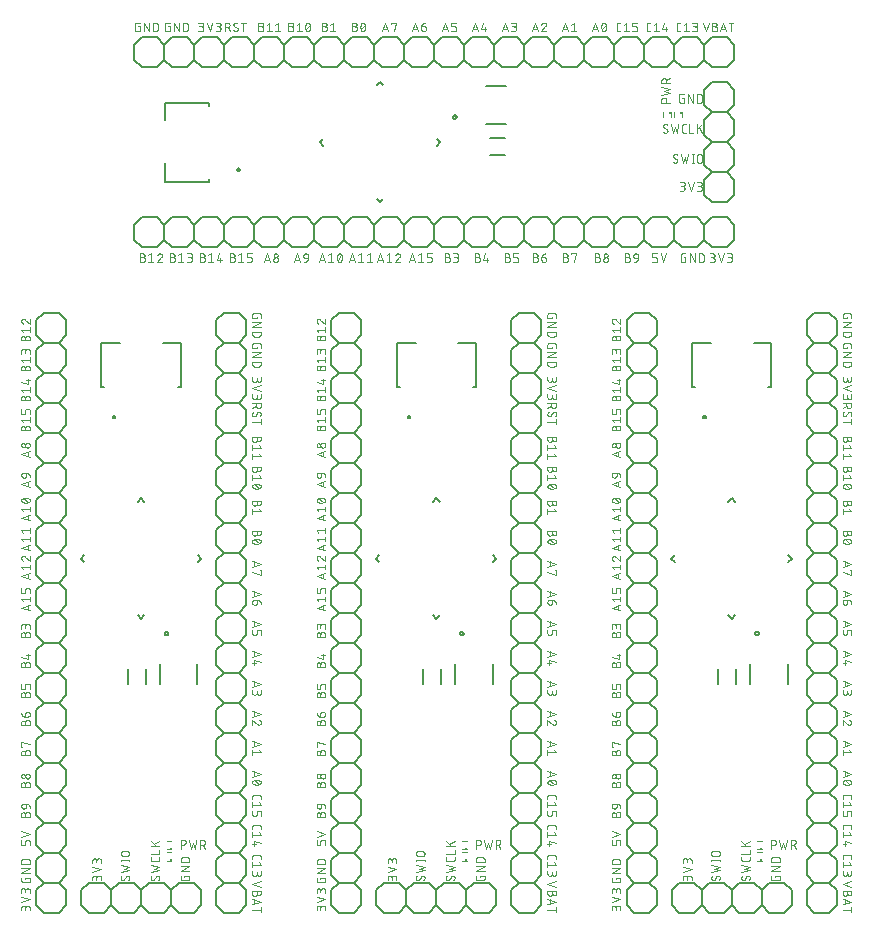
<source format=gbr>
G04 EAGLE Gerber RS-274X export*
G75*
%MOMM*%
%FSLAX34Y34*%
%LPD*%
%INSilkscreen Top*%
%IPPOS*%
%AMOC8*
5,1,8,0,0,1.08239X$1,22.5*%
G01*
%ADD10C,0.076200*%
%ADD11C,0.152400*%
%ADD12C,0.127000*%
%ADD13C,0.200000*%
%ADD14C,0.101600*%
%ADD15R,0.250000X0.225000*%
%ADD16R,0.225000X0.250000*%


D10*
X20968Y14669D02*
X20968Y16715D01*
X20966Y16804D01*
X20960Y16893D01*
X20950Y16982D01*
X20937Y17070D01*
X20920Y17158D01*
X20898Y17245D01*
X20873Y17330D01*
X20845Y17415D01*
X20812Y17498D01*
X20776Y17580D01*
X20737Y17660D01*
X20694Y17738D01*
X20648Y17814D01*
X20598Y17889D01*
X20545Y17961D01*
X20489Y18030D01*
X20430Y18097D01*
X20369Y18162D01*
X20304Y18223D01*
X20237Y18282D01*
X20168Y18338D01*
X20096Y18391D01*
X20021Y18441D01*
X19945Y18487D01*
X19867Y18530D01*
X19787Y18569D01*
X19705Y18605D01*
X19622Y18638D01*
X19537Y18666D01*
X19452Y18691D01*
X19365Y18713D01*
X19277Y18730D01*
X19189Y18743D01*
X19100Y18753D01*
X19011Y18759D01*
X18922Y18761D01*
X18833Y18759D01*
X18744Y18753D01*
X18655Y18743D01*
X18567Y18730D01*
X18479Y18713D01*
X18392Y18691D01*
X18307Y18666D01*
X18222Y18638D01*
X18139Y18605D01*
X18057Y18569D01*
X17977Y18530D01*
X17899Y18487D01*
X17823Y18441D01*
X17748Y18391D01*
X17676Y18338D01*
X17607Y18282D01*
X17540Y18223D01*
X17475Y18162D01*
X17414Y18097D01*
X17355Y18030D01*
X17299Y17961D01*
X17246Y17889D01*
X17196Y17814D01*
X17150Y17738D01*
X17107Y17660D01*
X17068Y17580D01*
X17032Y17498D01*
X16999Y17415D01*
X16971Y17330D01*
X16946Y17245D01*
X16924Y17158D01*
X16907Y17070D01*
X16894Y16982D01*
X16884Y16893D01*
X16878Y16804D01*
X16876Y16715D01*
X13602Y17124D02*
X13602Y14669D01*
X13602Y17124D02*
X13604Y17203D01*
X13610Y17282D01*
X13619Y17361D01*
X13632Y17439D01*
X13650Y17516D01*
X13670Y17592D01*
X13695Y17667D01*
X13723Y17741D01*
X13754Y17814D01*
X13790Y17885D01*
X13828Y17954D01*
X13870Y18021D01*
X13915Y18086D01*
X13963Y18149D01*
X14014Y18210D01*
X14068Y18267D01*
X14124Y18323D01*
X14183Y18375D01*
X14245Y18425D01*
X14309Y18471D01*
X14375Y18515D01*
X14443Y18555D01*
X14513Y18591D01*
X14585Y18625D01*
X14659Y18655D01*
X14733Y18681D01*
X14809Y18704D01*
X14886Y18722D01*
X14963Y18738D01*
X15042Y18749D01*
X15120Y18757D01*
X15199Y18761D01*
X15279Y18761D01*
X15358Y18757D01*
X15436Y18749D01*
X15515Y18738D01*
X15592Y18722D01*
X15669Y18704D01*
X15745Y18681D01*
X15819Y18655D01*
X15893Y18625D01*
X15965Y18591D01*
X16035Y18555D01*
X16103Y18515D01*
X16169Y18471D01*
X16233Y18425D01*
X16295Y18375D01*
X16354Y18323D01*
X16410Y18267D01*
X16464Y18210D01*
X16515Y18149D01*
X16563Y18086D01*
X16608Y18021D01*
X16650Y17954D01*
X16688Y17885D01*
X16724Y17814D01*
X16755Y17741D01*
X16783Y17667D01*
X16808Y17592D01*
X16828Y17516D01*
X16846Y17439D01*
X16859Y17361D01*
X16868Y17282D01*
X16874Y17203D01*
X16876Y17124D01*
X16875Y17124D02*
X16875Y15487D01*
X13602Y21574D02*
X20968Y24030D01*
X13602Y26485D01*
X20968Y29299D02*
X20968Y31345D01*
X20966Y31434D01*
X20960Y31523D01*
X20950Y31612D01*
X20937Y31700D01*
X20920Y31788D01*
X20898Y31875D01*
X20873Y31960D01*
X20845Y32045D01*
X20812Y32128D01*
X20776Y32210D01*
X20737Y32290D01*
X20694Y32368D01*
X20648Y32444D01*
X20598Y32519D01*
X20545Y32591D01*
X20489Y32660D01*
X20430Y32727D01*
X20369Y32792D01*
X20304Y32853D01*
X20237Y32912D01*
X20168Y32968D01*
X20096Y33021D01*
X20021Y33071D01*
X19945Y33117D01*
X19867Y33160D01*
X19787Y33199D01*
X19705Y33235D01*
X19622Y33268D01*
X19537Y33296D01*
X19452Y33321D01*
X19365Y33343D01*
X19277Y33360D01*
X19189Y33373D01*
X19100Y33383D01*
X19011Y33389D01*
X18922Y33391D01*
X18833Y33389D01*
X18744Y33383D01*
X18655Y33373D01*
X18567Y33360D01*
X18479Y33343D01*
X18392Y33321D01*
X18307Y33296D01*
X18222Y33268D01*
X18139Y33235D01*
X18057Y33199D01*
X17977Y33160D01*
X17899Y33117D01*
X17823Y33071D01*
X17748Y33021D01*
X17676Y32968D01*
X17607Y32912D01*
X17540Y32853D01*
X17475Y32792D01*
X17414Y32727D01*
X17355Y32660D01*
X17299Y32591D01*
X17246Y32519D01*
X17196Y32444D01*
X17150Y32368D01*
X17107Y32290D01*
X17068Y32210D01*
X17032Y32128D01*
X16999Y32045D01*
X16971Y31960D01*
X16946Y31875D01*
X16924Y31788D01*
X16907Y31700D01*
X16894Y31612D01*
X16884Y31523D01*
X16878Y31434D01*
X16876Y31345D01*
X13602Y31754D02*
X13602Y29299D01*
X13602Y31754D02*
X13604Y31833D01*
X13610Y31912D01*
X13619Y31991D01*
X13632Y32069D01*
X13650Y32146D01*
X13670Y32222D01*
X13695Y32297D01*
X13723Y32371D01*
X13754Y32444D01*
X13790Y32515D01*
X13828Y32584D01*
X13870Y32651D01*
X13915Y32716D01*
X13963Y32779D01*
X14014Y32840D01*
X14068Y32897D01*
X14124Y32953D01*
X14183Y33005D01*
X14245Y33055D01*
X14309Y33101D01*
X14375Y33145D01*
X14443Y33185D01*
X14513Y33221D01*
X14585Y33255D01*
X14659Y33285D01*
X14733Y33311D01*
X14809Y33334D01*
X14886Y33352D01*
X14963Y33368D01*
X15042Y33379D01*
X15120Y33387D01*
X15199Y33391D01*
X15279Y33391D01*
X15358Y33387D01*
X15436Y33379D01*
X15515Y33368D01*
X15592Y33352D01*
X15669Y33334D01*
X15745Y33311D01*
X15819Y33285D01*
X15893Y33255D01*
X15965Y33221D01*
X16035Y33185D01*
X16103Y33145D01*
X16169Y33101D01*
X16233Y33055D01*
X16295Y33005D01*
X16354Y32953D01*
X16410Y32897D01*
X16464Y32840D01*
X16515Y32779D01*
X16563Y32716D01*
X16608Y32651D01*
X16650Y32584D01*
X16688Y32515D01*
X16724Y32444D01*
X16755Y32371D01*
X16783Y32297D01*
X16808Y32222D01*
X16828Y32146D01*
X16846Y32069D01*
X16859Y31991D01*
X16868Y31912D01*
X16874Y31833D01*
X16876Y31754D01*
X16875Y31754D02*
X16875Y30117D01*
X16875Y41346D02*
X16875Y42573D01*
X20968Y42573D01*
X20968Y40118D01*
X20966Y40040D01*
X20961Y39962D01*
X20951Y39885D01*
X20938Y39808D01*
X20922Y39732D01*
X20902Y39657D01*
X20878Y39583D01*
X20851Y39510D01*
X20820Y39438D01*
X20786Y39368D01*
X20749Y39300D01*
X20708Y39233D01*
X20664Y39168D01*
X20618Y39106D01*
X20568Y39046D01*
X20516Y38988D01*
X20461Y38933D01*
X20403Y38881D01*
X20343Y38831D01*
X20281Y38785D01*
X20216Y38741D01*
X20150Y38700D01*
X20081Y38663D01*
X20011Y38629D01*
X19939Y38598D01*
X19866Y38571D01*
X19792Y38547D01*
X19717Y38527D01*
X19641Y38511D01*
X19564Y38498D01*
X19487Y38488D01*
X19409Y38483D01*
X19331Y38481D01*
X15239Y38481D01*
X15159Y38483D01*
X15079Y38489D01*
X14999Y38499D01*
X14920Y38512D01*
X14841Y38530D01*
X14764Y38551D01*
X14688Y38577D01*
X14613Y38606D01*
X14539Y38638D01*
X14467Y38674D01*
X14397Y38714D01*
X14330Y38757D01*
X14264Y38803D01*
X14201Y38853D01*
X14140Y38905D01*
X14081Y38960D01*
X14026Y39019D01*
X13974Y39079D01*
X13924Y39143D01*
X13878Y39208D01*
X13835Y39276D01*
X13795Y39346D01*
X13759Y39418D01*
X13727Y39492D01*
X13698Y39566D01*
X13673Y39643D01*
X13651Y39720D01*
X13633Y39799D01*
X13620Y39878D01*
X13610Y39957D01*
X13604Y40038D01*
X13602Y40118D01*
X13602Y42573D01*
X13602Y46284D02*
X20968Y46284D01*
X20968Y50376D02*
X13602Y46284D01*
X13602Y50376D02*
X20968Y50376D01*
X20968Y54087D02*
X13602Y54087D01*
X13602Y56133D01*
X13604Y56222D01*
X13610Y56311D01*
X13620Y56400D01*
X13633Y56488D01*
X13650Y56576D01*
X13672Y56663D01*
X13697Y56748D01*
X13725Y56833D01*
X13758Y56916D01*
X13794Y56998D01*
X13833Y57078D01*
X13876Y57156D01*
X13922Y57232D01*
X13972Y57307D01*
X14025Y57379D01*
X14081Y57448D01*
X14140Y57515D01*
X14201Y57580D01*
X14266Y57641D01*
X14333Y57700D01*
X14402Y57756D01*
X14474Y57809D01*
X14549Y57859D01*
X14625Y57905D01*
X14703Y57948D01*
X14783Y57987D01*
X14865Y58023D01*
X14948Y58056D01*
X15033Y58084D01*
X15118Y58109D01*
X15205Y58131D01*
X15293Y58148D01*
X15381Y58161D01*
X15470Y58171D01*
X15559Y58177D01*
X15648Y58179D01*
X18922Y58179D01*
X19011Y58177D01*
X19100Y58171D01*
X19189Y58161D01*
X19277Y58148D01*
X19365Y58131D01*
X19452Y58109D01*
X19537Y58084D01*
X19622Y58056D01*
X19705Y58023D01*
X19787Y57987D01*
X19867Y57948D01*
X19945Y57905D01*
X20021Y57859D01*
X20096Y57809D01*
X20168Y57756D01*
X20237Y57700D01*
X20304Y57641D01*
X20369Y57580D01*
X20430Y57515D01*
X20489Y57448D01*
X20545Y57379D01*
X20598Y57307D01*
X20648Y57232D01*
X20694Y57156D01*
X20737Y57078D01*
X20776Y56998D01*
X20812Y56916D01*
X20845Y56833D01*
X20873Y56748D01*
X20898Y56663D01*
X20920Y56576D01*
X20937Y56488D01*
X20950Y56400D01*
X20960Y56311D01*
X20966Y56222D01*
X20968Y56133D01*
X20968Y54087D01*
X213147Y516227D02*
X213147Y517454D01*
X213147Y516227D02*
X209055Y516227D01*
X209055Y518682D01*
X209057Y518760D01*
X209062Y518838D01*
X209072Y518915D01*
X209085Y518992D01*
X209101Y519068D01*
X209121Y519143D01*
X209145Y519217D01*
X209172Y519290D01*
X209203Y519362D01*
X209237Y519432D01*
X209274Y519501D01*
X209315Y519567D01*
X209359Y519632D01*
X209405Y519694D01*
X209455Y519754D01*
X209507Y519812D01*
X209562Y519867D01*
X209620Y519919D01*
X209680Y519969D01*
X209742Y520015D01*
X209807Y520059D01*
X209874Y520100D01*
X209942Y520137D01*
X210012Y520171D01*
X210084Y520202D01*
X210157Y520229D01*
X210231Y520253D01*
X210306Y520273D01*
X210382Y520289D01*
X210459Y520302D01*
X210536Y520312D01*
X210614Y520317D01*
X210692Y520319D01*
X214784Y520319D01*
X214862Y520317D01*
X214940Y520312D01*
X215017Y520302D01*
X215094Y520289D01*
X215170Y520273D01*
X215245Y520253D01*
X215319Y520229D01*
X215392Y520202D01*
X215464Y520171D01*
X215534Y520137D01*
X215603Y520100D01*
X215669Y520059D01*
X215734Y520015D01*
X215796Y519969D01*
X215856Y519919D01*
X215914Y519867D01*
X215969Y519812D01*
X216021Y519754D01*
X216071Y519694D01*
X216117Y519632D01*
X216161Y519567D01*
X216202Y519501D01*
X216239Y519432D01*
X216273Y519362D01*
X216304Y519290D01*
X216331Y519217D01*
X216355Y519143D01*
X216375Y519068D01*
X216391Y518992D01*
X216404Y518915D01*
X216414Y518838D01*
X216419Y518760D01*
X216421Y518682D01*
X216421Y516227D01*
X216421Y512516D02*
X209055Y512516D01*
X209055Y508424D02*
X216421Y512516D01*
X216421Y508424D02*
X209055Y508424D01*
X209055Y504713D02*
X216421Y504713D01*
X216421Y502667D01*
X216419Y502578D01*
X216413Y502489D01*
X216403Y502400D01*
X216390Y502312D01*
X216373Y502224D01*
X216351Y502137D01*
X216326Y502052D01*
X216298Y501967D01*
X216265Y501884D01*
X216229Y501802D01*
X216190Y501722D01*
X216147Y501644D01*
X216101Y501568D01*
X216051Y501493D01*
X215998Y501421D01*
X215942Y501352D01*
X215883Y501285D01*
X215822Y501220D01*
X215757Y501159D01*
X215690Y501100D01*
X215621Y501044D01*
X215549Y500991D01*
X215474Y500941D01*
X215398Y500895D01*
X215320Y500852D01*
X215240Y500813D01*
X215158Y500777D01*
X215075Y500744D01*
X214990Y500716D01*
X214905Y500691D01*
X214818Y500669D01*
X214730Y500652D01*
X214642Y500639D01*
X214553Y500629D01*
X214464Y500623D01*
X214375Y500621D01*
X211101Y500621D01*
X211012Y500623D01*
X210923Y500629D01*
X210834Y500639D01*
X210746Y500652D01*
X210658Y500669D01*
X210571Y500691D01*
X210486Y500716D01*
X210401Y500744D01*
X210318Y500777D01*
X210236Y500813D01*
X210156Y500852D01*
X210078Y500895D01*
X210002Y500941D01*
X209927Y500991D01*
X209855Y501044D01*
X209786Y501100D01*
X209719Y501159D01*
X209654Y501220D01*
X209593Y501285D01*
X209534Y501352D01*
X209478Y501421D01*
X209425Y501493D01*
X209375Y501568D01*
X209329Y501644D01*
X209286Y501722D01*
X209247Y501802D01*
X209211Y501884D01*
X209178Y501967D01*
X209150Y502052D01*
X209125Y502137D01*
X209103Y502224D01*
X209086Y502312D01*
X209073Y502400D01*
X209063Y502489D01*
X209057Y502578D01*
X209055Y502667D01*
X209055Y504713D01*
X213147Y492054D02*
X213147Y490827D01*
X209055Y490827D01*
X209055Y493282D01*
X209057Y493360D01*
X209062Y493438D01*
X209072Y493515D01*
X209085Y493592D01*
X209101Y493668D01*
X209121Y493743D01*
X209145Y493817D01*
X209172Y493890D01*
X209203Y493962D01*
X209237Y494032D01*
X209274Y494101D01*
X209315Y494167D01*
X209359Y494232D01*
X209405Y494294D01*
X209455Y494354D01*
X209507Y494412D01*
X209562Y494467D01*
X209620Y494519D01*
X209680Y494569D01*
X209742Y494615D01*
X209807Y494659D01*
X209874Y494700D01*
X209942Y494737D01*
X210012Y494771D01*
X210084Y494802D01*
X210157Y494829D01*
X210231Y494853D01*
X210306Y494873D01*
X210382Y494889D01*
X210459Y494902D01*
X210536Y494912D01*
X210614Y494917D01*
X210692Y494919D01*
X214784Y494919D01*
X214862Y494917D01*
X214940Y494912D01*
X215017Y494902D01*
X215094Y494889D01*
X215170Y494873D01*
X215245Y494853D01*
X215319Y494829D01*
X215392Y494802D01*
X215464Y494771D01*
X215534Y494737D01*
X215603Y494700D01*
X215669Y494659D01*
X215734Y494615D01*
X215796Y494569D01*
X215856Y494519D01*
X215914Y494467D01*
X215969Y494412D01*
X216021Y494354D01*
X216071Y494294D01*
X216117Y494232D01*
X216161Y494167D01*
X216202Y494101D01*
X216239Y494032D01*
X216273Y493962D01*
X216304Y493890D01*
X216331Y493817D01*
X216355Y493743D01*
X216375Y493668D01*
X216391Y493592D01*
X216404Y493515D01*
X216414Y493438D01*
X216419Y493360D01*
X216421Y493282D01*
X216421Y490827D01*
X216421Y487116D02*
X209055Y487116D01*
X209055Y483024D02*
X216421Y487116D01*
X216421Y483024D02*
X209055Y483024D01*
X209055Y479313D02*
X216421Y479313D01*
X216421Y477267D01*
X216419Y477178D01*
X216413Y477089D01*
X216403Y477000D01*
X216390Y476912D01*
X216373Y476824D01*
X216351Y476737D01*
X216326Y476652D01*
X216298Y476567D01*
X216265Y476484D01*
X216229Y476402D01*
X216190Y476322D01*
X216147Y476244D01*
X216101Y476168D01*
X216051Y476093D01*
X215998Y476021D01*
X215942Y475952D01*
X215883Y475885D01*
X215822Y475820D01*
X215757Y475759D01*
X215690Y475700D01*
X215621Y475644D01*
X215549Y475591D01*
X215474Y475541D01*
X215398Y475495D01*
X215320Y475452D01*
X215240Y475413D01*
X215158Y475377D01*
X215075Y475344D01*
X214990Y475316D01*
X214905Y475291D01*
X214818Y475269D01*
X214730Y475252D01*
X214642Y475239D01*
X214553Y475229D01*
X214464Y475223D01*
X214375Y475221D01*
X211101Y475221D01*
X211012Y475223D01*
X210923Y475229D01*
X210834Y475239D01*
X210746Y475252D01*
X210658Y475269D01*
X210571Y475291D01*
X210486Y475316D01*
X210401Y475344D01*
X210318Y475377D01*
X210236Y475413D01*
X210156Y475452D01*
X210078Y475495D01*
X210002Y475541D01*
X209927Y475591D01*
X209855Y475644D01*
X209786Y475700D01*
X209719Y475759D01*
X209654Y475820D01*
X209593Y475885D01*
X209534Y475952D01*
X209478Y476021D01*
X209425Y476093D01*
X209375Y476168D01*
X209329Y476244D01*
X209286Y476322D01*
X209247Y476402D01*
X209211Y476484D01*
X209178Y476567D01*
X209150Y476652D01*
X209125Y476737D01*
X209103Y476824D01*
X209086Y476912D01*
X209073Y477000D01*
X209063Y477089D01*
X209057Y477178D01*
X209055Y477267D01*
X209055Y479313D01*
X209055Y466344D02*
X209055Y464298D01*
X209057Y464209D01*
X209063Y464120D01*
X209073Y464031D01*
X209086Y463943D01*
X209103Y463855D01*
X209125Y463768D01*
X209150Y463683D01*
X209178Y463598D01*
X209211Y463515D01*
X209247Y463433D01*
X209286Y463353D01*
X209329Y463275D01*
X209375Y463199D01*
X209425Y463124D01*
X209478Y463052D01*
X209534Y462983D01*
X209593Y462916D01*
X209654Y462851D01*
X209719Y462790D01*
X209786Y462731D01*
X209855Y462675D01*
X209927Y462622D01*
X210002Y462572D01*
X210078Y462526D01*
X210156Y462483D01*
X210236Y462444D01*
X210318Y462408D01*
X210401Y462375D01*
X210486Y462347D01*
X210571Y462322D01*
X210658Y462300D01*
X210746Y462283D01*
X210834Y462270D01*
X210923Y462260D01*
X211012Y462254D01*
X211101Y462252D01*
X211190Y462254D01*
X211279Y462260D01*
X211368Y462270D01*
X211456Y462283D01*
X211544Y462300D01*
X211631Y462322D01*
X211716Y462347D01*
X211801Y462375D01*
X211884Y462408D01*
X211966Y462444D01*
X212046Y462483D01*
X212124Y462526D01*
X212200Y462572D01*
X212275Y462622D01*
X212347Y462675D01*
X212416Y462731D01*
X212483Y462790D01*
X212548Y462851D01*
X212609Y462916D01*
X212668Y462983D01*
X212724Y463052D01*
X212777Y463124D01*
X212827Y463199D01*
X212873Y463275D01*
X212916Y463353D01*
X212955Y463433D01*
X212991Y463515D01*
X213024Y463598D01*
X213052Y463683D01*
X213077Y463768D01*
X213099Y463855D01*
X213116Y463943D01*
X213129Y464031D01*
X213139Y464120D01*
X213145Y464209D01*
X213147Y464298D01*
X216421Y463889D02*
X216421Y466344D01*
X216421Y463889D02*
X216419Y463810D01*
X216413Y463731D01*
X216404Y463652D01*
X216391Y463574D01*
X216373Y463497D01*
X216353Y463421D01*
X216328Y463346D01*
X216300Y463272D01*
X216269Y463199D01*
X216233Y463128D01*
X216195Y463059D01*
X216153Y462992D01*
X216108Y462927D01*
X216060Y462864D01*
X216009Y462803D01*
X215955Y462746D01*
X215899Y462690D01*
X215840Y462638D01*
X215778Y462588D01*
X215714Y462542D01*
X215648Y462498D01*
X215580Y462458D01*
X215510Y462422D01*
X215438Y462388D01*
X215364Y462358D01*
X215290Y462332D01*
X215214Y462309D01*
X215137Y462291D01*
X215060Y462275D01*
X214981Y462264D01*
X214903Y462256D01*
X214824Y462252D01*
X214744Y462252D01*
X214665Y462256D01*
X214587Y462264D01*
X214508Y462275D01*
X214431Y462291D01*
X214354Y462309D01*
X214278Y462332D01*
X214204Y462358D01*
X214130Y462388D01*
X214058Y462422D01*
X213988Y462458D01*
X213920Y462498D01*
X213854Y462542D01*
X213790Y462588D01*
X213728Y462638D01*
X213669Y462690D01*
X213613Y462746D01*
X213559Y462803D01*
X213508Y462864D01*
X213460Y462927D01*
X213415Y462992D01*
X213373Y463059D01*
X213335Y463128D01*
X213299Y463199D01*
X213268Y463272D01*
X213240Y463346D01*
X213215Y463421D01*
X213195Y463497D01*
X213177Y463574D01*
X213164Y463652D01*
X213155Y463731D01*
X213149Y463810D01*
X213147Y463889D01*
X213147Y465526D01*
X216421Y459438D02*
X209055Y456983D01*
X216421Y454527D01*
X209055Y451714D02*
X209055Y449668D01*
X209057Y449579D01*
X209063Y449490D01*
X209073Y449401D01*
X209086Y449313D01*
X209103Y449225D01*
X209125Y449138D01*
X209150Y449053D01*
X209178Y448968D01*
X209211Y448885D01*
X209247Y448803D01*
X209286Y448723D01*
X209329Y448645D01*
X209375Y448569D01*
X209425Y448494D01*
X209478Y448422D01*
X209534Y448353D01*
X209593Y448286D01*
X209654Y448221D01*
X209719Y448160D01*
X209786Y448101D01*
X209855Y448045D01*
X209927Y447992D01*
X210002Y447942D01*
X210078Y447896D01*
X210156Y447853D01*
X210236Y447814D01*
X210318Y447778D01*
X210401Y447745D01*
X210486Y447717D01*
X210571Y447692D01*
X210658Y447670D01*
X210746Y447653D01*
X210834Y447640D01*
X210923Y447630D01*
X211012Y447624D01*
X211101Y447622D01*
X211190Y447624D01*
X211279Y447630D01*
X211368Y447640D01*
X211456Y447653D01*
X211544Y447670D01*
X211631Y447692D01*
X211716Y447717D01*
X211801Y447745D01*
X211884Y447778D01*
X211966Y447814D01*
X212046Y447853D01*
X212124Y447896D01*
X212200Y447942D01*
X212275Y447992D01*
X212347Y448045D01*
X212416Y448101D01*
X212483Y448160D01*
X212548Y448221D01*
X212609Y448286D01*
X212668Y448353D01*
X212724Y448422D01*
X212777Y448494D01*
X212827Y448569D01*
X212873Y448645D01*
X212916Y448723D01*
X212955Y448803D01*
X212991Y448885D01*
X213024Y448968D01*
X213052Y449053D01*
X213077Y449138D01*
X213099Y449225D01*
X213116Y449313D01*
X213129Y449401D01*
X213139Y449490D01*
X213145Y449579D01*
X213147Y449668D01*
X216421Y449258D02*
X216421Y451714D01*
X216421Y449258D02*
X216419Y449179D01*
X216413Y449100D01*
X216404Y449021D01*
X216391Y448943D01*
X216373Y448866D01*
X216353Y448790D01*
X216328Y448715D01*
X216300Y448641D01*
X216269Y448568D01*
X216233Y448497D01*
X216195Y448428D01*
X216153Y448361D01*
X216108Y448296D01*
X216060Y448233D01*
X216009Y448172D01*
X215955Y448115D01*
X215899Y448059D01*
X215840Y448007D01*
X215778Y447957D01*
X215714Y447911D01*
X215648Y447867D01*
X215580Y447827D01*
X215510Y447791D01*
X215438Y447757D01*
X215364Y447727D01*
X215290Y447701D01*
X215214Y447678D01*
X215137Y447660D01*
X215060Y447644D01*
X214981Y447633D01*
X214903Y447625D01*
X214824Y447621D01*
X214744Y447621D01*
X214665Y447625D01*
X214587Y447633D01*
X214508Y447644D01*
X214431Y447660D01*
X214354Y447678D01*
X214278Y447701D01*
X214204Y447727D01*
X214130Y447757D01*
X214058Y447791D01*
X213988Y447827D01*
X213920Y447867D01*
X213854Y447911D01*
X213790Y447957D01*
X213728Y448007D01*
X213669Y448059D01*
X213613Y448115D01*
X213559Y448172D01*
X213508Y448233D01*
X213460Y448296D01*
X213415Y448361D01*
X213373Y448428D01*
X213335Y448497D01*
X213299Y448568D01*
X213268Y448641D01*
X213240Y448715D01*
X213215Y448790D01*
X213195Y448866D01*
X213177Y448943D01*
X213164Y449021D01*
X213155Y449100D01*
X213149Y449179D01*
X213147Y449258D01*
X213147Y450895D01*
X216421Y444119D02*
X209055Y444119D01*
X216421Y444119D02*
X216421Y442073D01*
X216419Y441984D01*
X216413Y441895D01*
X216403Y441806D01*
X216390Y441718D01*
X216373Y441630D01*
X216351Y441543D01*
X216326Y441458D01*
X216298Y441373D01*
X216265Y441290D01*
X216229Y441208D01*
X216190Y441128D01*
X216147Y441050D01*
X216101Y440974D01*
X216051Y440899D01*
X215998Y440827D01*
X215942Y440758D01*
X215883Y440691D01*
X215822Y440626D01*
X215757Y440565D01*
X215690Y440506D01*
X215621Y440450D01*
X215549Y440397D01*
X215474Y440347D01*
X215398Y440301D01*
X215320Y440258D01*
X215240Y440219D01*
X215158Y440183D01*
X215075Y440150D01*
X214990Y440122D01*
X214905Y440097D01*
X214818Y440075D01*
X214730Y440058D01*
X214642Y440045D01*
X214553Y440035D01*
X214464Y440029D01*
X214375Y440027D01*
X214286Y440029D01*
X214197Y440035D01*
X214108Y440045D01*
X214020Y440058D01*
X213932Y440075D01*
X213845Y440097D01*
X213760Y440122D01*
X213675Y440150D01*
X213592Y440183D01*
X213510Y440219D01*
X213430Y440258D01*
X213352Y440301D01*
X213276Y440347D01*
X213201Y440397D01*
X213129Y440450D01*
X213060Y440506D01*
X212993Y440565D01*
X212928Y440626D01*
X212867Y440691D01*
X212808Y440758D01*
X212752Y440827D01*
X212699Y440899D01*
X212649Y440974D01*
X212603Y441050D01*
X212560Y441128D01*
X212521Y441208D01*
X212485Y441290D01*
X212452Y441373D01*
X212424Y441458D01*
X212399Y441543D01*
X212377Y441630D01*
X212360Y441718D01*
X212347Y441806D01*
X212337Y441895D01*
X212331Y441984D01*
X212329Y442073D01*
X212328Y442073D02*
X212328Y444119D01*
X212328Y441664D02*
X209055Y440027D01*
X209055Y434643D02*
X209057Y434565D01*
X209062Y434487D01*
X209072Y434410D01*
X209085Y434333D01*
X209101Y434257D01*
X209121Y434182D01*
X209145Y434108D01*
X209172Y434035D01*
X209203Y433963D01*
X209237Y433893D01*
X209274Y433825D01*
X209315Y433758D01*
X209359Y433693D01*
X209405Y433631D01*
X209455Y433571D01*
X209507Y433513D01*
X209562Y433458D01*
X209620Y433406D01*
X209680Y433356D01*
X209742Y433310D01*
X209807Y433266D01*
X209873Y433225D01*
X209942Y433188D01*
X210012Y433154D01*
X210084Y433123D01*
X210157Y433096D01*
X210231Y433072D01*
X210306Y433052D01*
X210382Y433036D01*
X210459Y433023D01*
X210536Y433013D01*
X210614Y433008D01*
X210692Y433006D01*
X209055Y434643D02*
X209057Y434757D01*
X209062Y434870D01*
X209072Y434984D01*
X209085Y435097D01*
X209102Y435209D01*
X209122Y435321D01*
X209146Y435432D01*
X209174Y435543D01*
X209205Y435652D01*
X209240Y435760D01*
X209279Y435867D01*
X209321Y435973D01*
X209366Y436077D01*
X209415Y436180D01*
X209468Y436281D01*
X209523Y436380D01*
X209582Y436478D01*
X209644Y436573D01*
X209709Y436666D01*
X209777Y436758D01*
X209848Y436846D01*
X209922Y436933D01*
X209999Y437017D01*
X210078Y437098D01*
X214784Y436894D02*
X214862Y436892D01*
X214940Y436887D01*
X215017Y436877D01*
X215094Y436864D01*
X215170Y436848D01*
X215245Y436828D01*
X215319Y436804D01*
X215392Y436777D01*
X215464Y436746D01*
X215534Y436712D01*
X215603Y436675D01*
X215669Y436634D01*
X215734Y436590D01*
X215796Y436544D01*
X215856Y436494D01*
X215914Y436442D01*
X215969Y436387D01*
X216021Y436329D01*
X216071Y436269D01*
X216117Y436207D01*
X216161Y436142D01*
X216202Y436076D01*
X216239Y436007D01*
X216273Y435937D01*
X216304Y435865D01*
X216331Y435792D01*
X216355Y435718D01*
X216375Y435643D01*
X216391Y435567D01*
X216404Y435490D01*
X216414Y435413D01*
X216419Y435335D01*
X216421Y435257D01*
X216419Y435147D01*
X216413Y435038D01*
X216403Y434928D01*
X216390Y434820D01*
X216372Y434711D01*
X216351Y434604D01*
X216325Y434497D01*
X216296Y434391D01*
X216264Y434286D01*
X216227Y434183D01*
X216187Y434081D01*
X216143Y433980D01*
X216095Y433881D01*
X216045Y433784D01*
X215990Y433689D01*
X215932Y433596D01*
X215871Y433505D01*
X215807Y433416D01*
X213351Y436076D02*
X213393Y436143D01*
X213437Y436208D01*
X213485Y436270D01*
X213535Y436330D01*
X213588Y436388D01*
X213644Y436443D01*
X213703Y436495D01*
X213763Y436545D01*
X213827Y436592D01*
X213892Y436635D01*
X213959Y436676D01*
X214028Y436713D01*
X214099Y436747D01*
X214171Y436778D01*
X214245Y436805D01*
X214319Y436829D01*
X214395Y436849D01*
X214472Y436865D01*
X214549Y436878D01*
X214627Y436888D01*
X214706Y436893D01*
X214784Y436895D01*
X212124Y433825D02*
X212083Y433759D01*
X212038Y433694D01*
X211991Y433632D01*
X211940Y433572D01*
X211887Y433514D01*
X211831Y433459D01*
X211773Y433406D01*
X211712Y433357D01*
X211649Y433310D01*
X211584Y433267D01*
X211517Y433226D01*
X211448Y433189D01*
X211377Y433155D01*
X211305Y433124D01*
X211231Y433097D01*
X211156Y433073D01*
X211081Y433053D01*
X211004Y433037D01*
X210927Y433024D01*
X210849Y433014D01*
X210770Y433009D01*
X210692Y433007D01*
X212124Y433825D02*
X213352Y436076D01*
X216421Y428469D02*
X209055Y428469D01*
X216421Y430515D02*
X216421Y426423D01*
X213147Y415544D02*
X213147Y413498D01*
X213145Y413409D01*
X213139Y413320D01*
X213129Y413231D01*
X213116Y413143D01*
X213099Y413055D01*
X213077Y412968D01*
X213052Y412883D01*
X213024Y412798D01*
X212991Y412715D01*
X212955Y412633D01*
X212916Y412553D01*
X212873Y412475D01*
X212827Y412399D01*
X212777Y412324D01*
X212724Y412252D01*
X212668Y412183D01*
X212609Y412116D01*
X212548Y412051D01*
X212483Y411990D01*
X212416Y411931D01*
X212347Y411875D01*
X212275Y411822D01*
X212200Y411772D01*
X212124Y411726D01*
X212046Y411683D01*
X211966Y411644D01*
X211884Y411608D01*
X211801Y411575D01*
X211716Y411547D01*
X211631Y411522D01*
X211544Y411500D01*
X211456Y411483D01*
X211368Y411470D01*
X211279Y411460D01*
X211190Y411454D01*
X211101Y411452D01*
X211012Y411454D01*
X210923Y411460D01*
X210834Y411470D01*
X210746Y411483D01*
X210658Y411500D01*
X210571Y411522D01*
X210486Y411547D01*
X210401Y411575D01*
X210318Y411608D01*
X210236Y411644D01*
X210156Y411683D01*
X210078Y411726D01*
X210002Y411772D01*
X209927Y411822D01*
X209855Y411875D01*
X209786Y411931D01*
X209719Y411990D01*
X209654Y412051D01*
X209593Y412116D01*
X209534Y412183D01*
X209478Y412252D01*
X209425Y412324D01*
X209375Y412399D01*
X209329Y412475D01*
X209286Y412553D01*
X209247Y412633D01*
X209211Y412715D01*
X209178Y412798D01*
X209150Y412883D01*
X209125Y412968D01*
X209103Y413055D01*
X209086Y413143D01*
X209073Y413231D01*
X209063Y413320D01*
X209057Y413409D01*
X209055Y413498D01*
X209055Y415544D01*
X216421Y415544D01*
X216421Y413498D01*
X216419Y413419D01*
X216413Y413340D01*
X216404Y413261D01*
X216391Y413183D01*
X216373Y413106D01*
X216353Y413030D01*
X216328Y412955D01*
X216300Y412881D01*
X216269Y412808D01*
X216233Y412737D01*
X216195Y412668D01*
X216153Y412601D01*
X216108Y412536D01*
X216060Y412473D01*
X216009Y412412D01*
X215955Y412355D01*
X215899Y412299D01*
X215840Y412247D01*
X215778Y412197D01*
X215714Y412151D01*
X215648Y412107D01*
X215580Y412067D01*
X215510Y412031D01*
X215438Y411997D01*
X215364Y411967D01*
X215290Y411941D01*
X215214Y411918D01*
X215137Y411900D01*
X215060Y411884D01*
X214981Y411873D01*
X214903Y411865D01*
X214824Y411861D01*
X214744Y411861D01*
X214665Y411865D01*
X214587Y411873D01*
X214508Y411884D01*
X214431Y411900D01*
X214354Y411918D01*
X214278Y411941D01*
X214204Y411967D01*
X214130Y411997D01*
X214058Y412031D01*
X213988Y412067D01*
X213920Y412107D01*
X213854Y412151D01*
X213790Y412197D01*
X213728Y412247D01*
X213669Y412299D01*
X213613Y412355D01*
X213559Y412412D01*
X213508Y412473D01*
X213460Y412536D01*
X213415Y412601D01*
X213373Y412668D01*
X213335Y412737D01*
X213299Y412808D01*
X213268Y412881D01*
X213240Y412955D01*
X213215Y413030D01*
X213195Y413106D01*
X213177Y413183D01*
X213164Y413261D01*
X213155Y413340D01*
X213149Y413419D01*
X213147Y413498D01*
X214784Y408590D02*
X216421Y406544D01*
X209055Y406544D01*
X209055Y408590D02*
X209055Y404498D01*
X214784Y401275D02*
X216421Y399229D01*
X209055Y399229D01*
X209055Y401275D02*
X209055Y397183D01*
X213147Y390144D02*
X213147Y388098D01*
X213145Y388009D01*
X213139Y387920D01*
X213129Y387831D01*
X213116Y387743D01*
X213099Y387655D01*
X213077Y387568D01*
X213052Y387483D01*
X213024Y387398D01*
X212991Y387315D01*
X212955Y387233D01*
X212916Y387153D01*
X212873Y387075D01*
X212827Y386999D01*
X212777Y386924D01*
X212724Y386852D01*
X212668Y386783D01*
X212609Y386716D01*
X212548Y386651D01*
X212483Y386590D01*
X212416Y386531D01*
X212347Y386475D01*
X212275Y386422D01*
X212200Y386372D01*
X212124Y386326D01*
X212046Y386283D01*
X211966Y386244D01*
X211884Y386208D01*
X211801Y386175D01*
X211716Y386147D01*
X211631Y386122D01*
X211544Y386100D01*
X211456Y386083D01*
X211368Y386070D01*
X211279Y386060D01*
X211190Y386054D01*
X211101Y386052D01*
X211012Y386054D01*
X210923Y386060D01*
X210834Y386070D01*
X210746Y386083D01*
X210658Y386100D01*
X210571Y386122D01*
X210486Y386147D01*
X210401Y386175D01*
X210318Y386208D01*
X210236Y386244D01*
X210156Y386283D01*
X210078Y386326D01*
X210002Y386372D01*
X209927Y386422D01*
X209855Y386475D01*
X209786Y386531D01*
X209719Y386590D01*
X209654Y386651D01*
X209593Y386716D01*
X209534Y386783D01*
X209478Y386852D01*
X209425Y386924D01*
X209375Y386999D01*
X209329Y387075D01*
X209286Y387153D01*
X209247Y387233D01*
X209211Y387315D01*
X209178Y387398D01*
X209150Y387483D01*
X209125Y387568D01*
X209103Y387655D01*
X209086Y387743D01*
X209073Y387831D01*
X209063Y387920D01*
X209057Y388009D01*
X209055Y388098D01*
X209055Y390144D01*
X216421Y390144D01*
X216421Y388098D01*
X216419Y388019D01*
X216413Y387940D01*
X216404Y387861D01*
X216391Y387783D01*
X216373Y387706D01*
X216353Y387630D01*
X216328Y387555D01*
X216300Y387481D01*
X216269Y387408D01*
X216233Y387337D01*
X216195Y387268D01*
X216153Y387201D01*
X216108Y387136D01*
X216060Y387073D01*
X216009Y387012D01*
X215955Y386955D01*
X215899Y386899D01*
X215840Y386847D01*
X215778Y386797D01*
X215714Y386751D01*
X215648Y386707D01*
X215580Y386667D01*
X215510Y386631D01*
X215438Y386597D01*
X215364Y386567D01*
X215290Y386541D01*
X215214Y386518D01*
X215137Y386500D01*
X215060Y386484D01*
X214981Y386473D01*
X214903Y386465D01*
X214824Y386461D01*
X214744Y386461D01*
X214665Y386465D01*
X214587Y386473D01*
X214508Y386484D01*
X214431Y386500D01*
X214354Y386518D01*
X214278Y386541D01*
X214204Y386567D01*
X214130Y386597D01*
X214058Y386631D01*
X213988Y386667D01*
X213920Y386707D01*
X213854Y386751D01*
X213790Y386797D01*
X213728Y386847D01*
X213669Y386899D01*
X213613Y386955D01*
X213559Y387012D01*
X213508Y387073D01*
X213460Y387136D01*
X213415Y387201D01*
X213373Y387268D01*
X213335Y387337D01*
X213299Y387408D01*
X213268Y387481D01*
X213240Y387555D01*
X213215Y387630D01*
X213195Y387706D01*
X213177Y387783D01*
X213164Y387861D01*
X213155Y387940D01*
X213149Y388019D01*
X213147Y388098D01*
X214784Y383190D02*
X216421Y381144D01*
X209055Y381144D01*
X209055Y383190D02*
X209055Y379098D01*
X212738Y375875D02*
X212891Y375873D01*
X213044Y375867D01*
X213196Y375858D01*
X213349Y375844D01*
X213501Y375827D01*
X213652Y375806D01*
X213803Y375781D01*
X213953Y375752D01*
X214103Y375720D01*
X214251Y375683D01*
X214399Y375643D01*
X214546Y375600D01*
X214691Y375552D01*
X214835Y375501D01*
X214978Y375447D01*
X215120Y375388D01*
X215259Y375327D01*
X215398Y375261D01*
X215468Y375235D01*
X215537Y375205D01*
X215605Y375173D01*
X215671Y375136D01*
X215735Y375097D01*
X215797Y375054D01*
X215856Y375009D01*
X215914Y374960D01*
X215968Y374909D01*
X216021Y374855D01*
X216070Y374798D01*
X216117Y374739D01*
X216160Y374678D01*
X216201Y374615D01*
X216238Y374550D01*
X216273Y374483D01*
X216303Y374414D01*
X216331Y374344D01*
X216354Y374273D01*
X216375Y374201D01*
X216391Y374128D01*
X216404Y374054D01*
X216414Y373979D01*
X216419Y373904D01*
X216421Y373829D01*
X216419Y373754D01*
X216414Y373679D01*
X216404Y373604D01*
X216391Y373530D01*
X216375Y373457D01*
X216354Y373385D01*
X216331Y373314D01*
X216303Y373244D01*
X216273Y373175D01*
X216238Y373108D01*
X216201Y373043D01*
X216160Y372980D01*
X216117Y372919D01*
X216070Y372860D01*
X216021Y372803D01*
X215968Y372749D01*
X215914Y372698D01*
X215856Y372650D01*
X215797Y372604D01*
X215735Y372561D01*
X215671Y372522D01*
X215605Y372486D01*
X215538Y372453D01*
X215468Y372423D01*
X215398Y372397D01*
X215260Y372332D01*
X215120Y372270D01*
X214978Y372212D01*
X214835Y372157D01*
X214691Y372106D01*
X214546Y372058D01*
X214399Y372015D01*
X214252Y371975D01*
X214103Y371938D01*
X213953Y371906D01*
X213803Y371877D01*
X213652Y371852D01*
X213501Y371831D01*
X213349Y371814D01*
X213196Y371800D01*
X213044Y371791D01*
X212891Y371785D01*
X212738Y371783D01*
X212738Y375876D02*
X212585Y375874D01*
X212432Y375868D01*
X212279Y375859D01*
X212127Y375845D01*
X211975Y375828D01*
X211824Y375807D01*
X211673Y375782D01*
X211522Y375753D01*
X211373Y375721D01*
X211224Y375684D01*
X211077Y375644D01*
X210930Y375601D01*
X210785Y375553D01*
X210640Y375502D01*
X210498Y375447D01*
X210356Y375389D01*
X210216Y375327D01*
X210078Y375262D01*
X210078Y375261D02*
X210008Y375235D01*
X209938Y375205D01*
X209871Y375173D01*
X209805Y375136D01*
X209741Y375097D01*
X209679Y375054D01*
X209620Y375008D01*
X209562Y374960D01*
X209508Y374909D01*
X209455Y374855D01*
X209406Y374798D01*
X209359Y374739D01*
X209316Y374678D01*
X209275Y374615D01*
X209238Y374550D01*
X209203Y374483D01*
X209173Y374414D01*
X209145Y374344D01*
X209122Y374273D01*
X209101Y374201D01*
X209085Y374128D01*
X209072Y374054D01*
X209062Y373979D01*
X209057Y373904D01*
X209055Y373829D01*
X210078Y372397D02*
X210216Y372332D01*
X210356Y372270D01*
X210498Y372212D01*
X210641Y372157D01*
X210785Y372106D01*
X210930Y372058D01*
X211077Y372015D01*
X211225Y371975D01*
X211373Y371938D01*
X211523Y371906D01*
X211673Y371877D01*
X211824Y371852D01*
X211975Y371831D01*
X212127Y371814D01*
X212280Y371800D01*
X212432Y371791D01*
X212585Y371785D01*
X212738Y371783D01*
X210078Y372397D02*
X210007Y372423D01*
X209938Y372453D01*
X209871Y372486D01*
X209805Y372522D01*
X209741Y372561D01*
X209679Y372604D01*
X209620Y372650D01*
X209562Y372698D01*
X209508Y372749D01*
X209455Y372803D01*
X209406Y372860D01*
X209359Y372919D01*
X209316Y372980D01*
X209275Y373043D01*
X209238Y373108D01*
X209203Y373175D01*
X209173Y373244D01*
X209145Y373314D01*
X209122Y373385D01*
X209101Y373457D01*
X209085Y373530D01*
X209072Y373604D01*
X209062Y373679D01*
X209057Y373754D01*
X209055Y373829D01*
X210692Y375466D02*
X214784Y372192D01*
X213147Y361569D02*
X213147Y359523D01*
X213145Y359434D01*
X213139Y359345D01*
X213129Y359256D01*
X213116Y359168D01*
X213099Y359080D01*
X213077Y358993D01*
X213052Y358908D01*
X213024Y358823D01*
X212991Y358740D01*
X212955Y358658D01*
X212916Y358578D01*
X212873Y358500D01*
X212827Y358424D01*
X212777Y358349D01*
X212724Y358277D01*
X212668Y358208D01*
X212609Y358141D01*
X212548Y358076D01*
X212483Y358015D01*
X212416Y357956D01*
X212347Y357900D01*
X212275Y357847D01*
X212200Y357797D01*
X212124Y357751D01*
X212046Y357708D01*
X211966Y357669D01*
X211884Y357633D01*
X211801Y357600D01*
X211716Y357572D01*
X211631Y357547D01*
X211544Y357525D01*
X211456Y357508D01*
X211368Y357495D01*
X211279Y357485D01*
X211190Y357479D01*
X211101Y357477D01*
X211012Y357479D01*
X210923Y357485D01*
X210834Y357495D01*
X210746Y357508D01*
X210658Y357525D01*
X210571Y357547D01*
X210486Y357572D01*
X210401Y357600D01*
X210318Y357633D01*
X210236Y357669D01*
X210156Y357708D01*
X210078Y357751D01*
X210002Y357797D01*
X209927Y357847D01*
X209855Y357900D01*
X209786Y357956D01*
X209719Y358015D01*
X209654Y358076D01*
X209593Y358141D01*
X209534Y358208D01*
X209478Y358277D01*
X209425Y358349D01*
X209375Y358424D01*
X209329Y358500D01*
X209286Y358578D01*
X209247Y358658D01*
X209211Y358740D01*
X209178Y358823D01*
X209150Y358908D01*
X209125Y358993D01*
X209103Y359080D01*
X209086Y359168D01*
X209073Y359256D01*
X209063Y359345D01*
X209057Y359434D01*
X209055Y359523D01*
X209055Y361569D01*
X216421Y361569D01*
X216421Y359523D01*
X216419Y359444D01*
X216413Y359365D01*
X216404Y359286D01*
X216391Y359208D01*
X216373Y359131D01*
X216353Y359055D01*
X216328Y358980D01*
X216300Y358906D01*
X216269Y358833D01*
X216233Y358762D01*
X216195Y358693D01*
X216153Y358626D01*
X216108Y358561D01*
X216060Y358498D01*
X216009Y358437D01*
X215955Y358380D01*
X215899Y358324D01*
X215840Y358272D01*
X215778Y358222D01*
X215714Y358176D01*
X215648Y358132D01*
X215580Y358092D01*
X215510Y358056D01*
X215438Y358022D01*
X215364Y357992D01*
X215290Y357966D01*
X215214Y357943D01*
X215137Y357925D01*
X215060Y357909D01*
X214981Y357898D01*
X214903Y357890D01*
X214824Y357886D01*
X214744Y357886D01*
X214665Y357890D01*
X214587Y357898D01*
X214508Y357909D01*
X214431Y357925D01*
X214354Y357943D01*
X214278Y357966D01*
X214204Y357992D01*
X214130Y358022D01*
X214058Y358056D01*
X213988Y358092D01*
X213920Y358132D01*
X213854Y358176D01*
X213790Y358222D01*
X213728Y358272D01*
X213669Y358324D01*
X213613Y358380D01*
X213559Y358437D01*
X213508Y358498D01*
X213460Y358561D01*
X213415Y358626D01*
X213373Y358693D01*
X213335Y358762D01*
X213299Y358833D01*
X213268Y358906D01*
X213240Y358980D01*
X213215Y359055D01*
X213195Y359131D01*
X213177Y359208D01*
X213164Y359286D01*
X213155Y359365D01*
X213149Y359444D01*
X213147Y359523D01*
X214784Y354615D02*
X216421Y352569D01*
X209055Y352569D01*
X209055Y354615D02*
X209055Y350523D01*
X213147Y336169D02*
X213147Y334123D01*
X213145Y334034D01*
X213139Y333945D01*
X213129Y333856D01*
X213116Y333768D01*
X213099Y333680D01*
X213077Y333593D01*
X213052Y333508D01*
X213024Y333423D01*
X212991Y333340D01*
X212955Y333258D01*
X212916Y333178D01*
X212873Y333100D01*
X212827Y333024D01*
X212777Y332949D01*
X212724Y332877D01*
X212668Y332808D01*
X212609Y332741D01*
X212548Y332676D01*
X212483Y332615D01*
X212416Y332556D01*
X212347Y332500D01*
X212275Y332447D01*
X212200Y332397D01*
X212124Y332351D01*
X212046Y332308D01*
X211966Y332269D01*
X211884Y332233D01*
X211801Y332200D01*
X211716Y332172D01*
X211631Y332147D01*
X211544Y332125D01*
X211456Y332108D01*
X211368Y332095D01*
X211279Y332085D01*
X211190Y332079D01*
X211101Y332077D01*
X211012Y332079D01*
X210923Y332085D01*
X210834Y332095D01*
X210746Y332108D01*
X210658Y332125D01*
X210571Y332147D01*
X210486Y332172D01*
X210401Y332200D01*
X210318Y332233D01*
X210236Y332269D01*
X210156Y332308D01*
X210078Y332351D01*
X210002Y332397D01*
X209927Y332447D01*
X209855Y332500D01*
X209786Y332556D01*
X209719Y332615D01*
X209654Y332676D01*
X209593Y332741D01*
X209534Y332808D01*
X209478Y332877D01*
X209425Y332949D01*
X209375Y333024D01*
X209329Y333100D01*
X209286Y333178D01*
X209247Y333258D01*
X209211Y333340D01*
X209178Y333423D01*
X209150Y333508D01*
X209125Y333593D01*
X209103Y333680D01*
X209086Y333768D01*
X209073Y333856D01*
X209063Y333945D01*
X209057Y334034D01*
X209055Y334123D01*
X209055Y336169D01*
X216421Y336169D01*
X216421Y334123D01*
X216419Y334044D01*
X216413Y333965D01*
X216404Y333886D01*
X216391Y333808D01*
X216373Y333731D01*
X216353Y333655D01*
X216328Y333580D01*
X216300Y333506D01*
X216269Y333433D01*
X216233Y333362D01*
X216195Y333293D01*
X216153Y333226D01*
X216108Y333161D01*
X216060Y333098D01*
X216009Y333037D01*
X215955Y332980D01*
X215899Y332924D01*
X215840Y332872D01*
X215778Y332822D01*
X215714Y332776D01*
X215648Y332732D01*
X215580Y332692D01*
X215510Y332656D01*
X215438Y332622D01*
X215364Y332592D01*
X215290Y332566D01*
X215214Y332543D01*
X215137Y332525D01*
X215060Y332509D01*
X214981Y332498D01*
X214903Y332490D01*
X214824Y332486D01*
X214744Y332486D01*
X214665Y332490D01*
X214587Y332498D01*
X214508Y332509D01*
X214431Y332525D01*
X214354Y332543D01*
X214278Y332566D01*
X214204Y332592D01*
X214130Y332622D01*
X214058Y332656D01*
X213988Y332692D01*
X213920Y332732D01*
X213854Y332776D01*
X213790Y332822D01*
X213728Y332872D01*
X213669Y332924D01*
X213613Y332980D01*
X213559Y333037D01*
X213508Y333098D01*
X213460Y333161D01*
X213415Y333226D01*
X213373Y333293D01*
X213335Y333362D01*
X213299Y333433D01*
X213268Y333506D01*
X213240Y333580D01*
X213215Y333655D01*
X213195Y333731D01*
X213177Y333808D01*
X213164Y333886D01*
X213155Y333965D01*
X213149Y334044D01*
X213147Y334123D01*
X212738Y329215D02*
X212891Y329213D01*
X213044Y329207D01*
X213196Y329198D01*
X213349Y329184D01*
X213501Y329167D01*
X213652Y329146D01*
X213803Y329121D01*
X213953Y329092D01*
X214103Y329060D01*
X214251Y329023D01*
X214399Y328983D01*
X214546Y328940D01*
X214691Y328892D01*
X214835Y328841D01*
X214978Y328787D01*
X215120Y328728D01*
X215259Y328667D01*
X215398Y328601D01*
X215468Y328575D01*
X215537Y328545D01*
X215605Y328513D01*
X215671Y328476D01*
X215735Y328437D01*
X215797Y328394D01*
X215856Y328349D01*
X215914Y328300D01*
X215968Y328249D01*
X216021Y328195D01*
X216070Y328138D01*
X216117Y328079D01*
X216160Y328018D01*
X216201Y327955D01*
X216238Y327890D01*
X216273Y327823D01*
X216303Y327754D01*
X216331Y327684D01*
X216354Y327613D01*
X216375Y327541D01*
X216391Y327468D01*
X216404Y327394D01*
X216414Y327319D01*
X216419Y327244D01*
X216421Y327169D01*
X216419Y327094D01*
X216414Y327019D01*
X216404Y326944D01*
X216391Y326870D01*
X216375Y326797D01*
X216354Y326725D01*
X216331Y326654D01*
X216303Y326584D01*
X216273Y326515D01*
X216238Y326448D01*
X216201Y326383D01*
X216160Y326320D01*
X216117Y326259D01*
X216070Y326200D01*
X216021Y326143D01*
X215968Y326089D01*
X215914Y326038D01*
X215856Y325990D01*
X215797Y325944D01*
X215735Y325901D01*
X215671Y325862D01*
X215605Y325826D01*
X215538Y325793D01*
X215468Y325763D01*
X215398Y325737D01*
X215260Y325672D01*
X215120Y325610D01*
X214978Y325552D01*
X214835Y325497D01*
X214691Y325446D01*
X214546Y325398D01*
X214399Y325355D01*
X214252Y325315D01*
X214103Y325278D01*
X213953Y325246D01*
X213803Y325217D01*
X213652Y325192D01*
X213501Y325171D01*
X213349Y325154D01*
X213196Y325140D01*
X213044Y325131D01*
X212891Y325125D01*
X212738Y325123D01*
X212738Y329216D02*
X212585Y329214D01*
X212432Y329208D01*
X212279Y329199D01*
X212127Y329185D01*
X211975Y329168D01*
X211824Y329147D01*
X211673Y329122D01*
X211522Y329093D01*
X211373Y329061D01*
X211224Y329024D01*
X211077Y328984D01*
X210930Y328941D01*
X210785Y328893D01*
X210640Y328842D01*
X210498Y328787D01*
X210356Y328729D01*
X210216Y328667D01*
X210078Y328602D01*
X210078Y328601D02*
X210008Y328575D01*
X209938Y328545D01*
X209871Y328513D01*
X209805Y328476D01*
X209741Y328437D01*
X209679Y328394D01*
X209620Y328348D01*
X209562Y328300D01*
X209508Y328249D01*
X209455Y328195D01*
X209406Y328138D01*
X209359Y328079D01*
X209316Y328018D01*
X209275Y327955D01*
X209238Y327890D01*
X209203Y327823D01*
X209173Y327754D01*
X209145Y327684D01*
X209122Y327613D01*
X209101Y327541D01*
X209085Y327468D01*
X209072Y327394D01*
X209062Y327319D01*
X209057Y327244D01*
X209055Y327169D01*
X210078Y325737D02*
X210216Y325672D01*
X210356Y325610D01*
X210498Y325552D01*
X210641Y325497D01*
X210785Y325446D01*
X210930Y325398D01*
X211077Y325355D01*
X211225Y325315D01*
X211373Y325278D01*
X211523Y325246D01*
X211673Y325217D01*
X211824Y325192D01*
X211975Y325171D01*
X212127Y325154D01*
X212280Y325140D01*
X212432Y325131D01*
X212585Y325125D01*
X212738Y325123D01*
X210078Y325737D02*
X210007Y325763D01*
X209938Y325793D01*
X209871Y325826D01*
X209805Y325862D01*
X209741Y325901D01*
X209679Y325944D01*
X209620Y325990D01*
X209562Y326038D01*
X209508Y326089D01*
X209455Y326143D01*
X209406Y326200D01*
X209359Y326259D01*
X209316Y326320D01*
X209275Y326383D01*
X209238Y326448D01*
X209203Y326515D01*
X209173Y326584D01*
X209145Y326654D01*
X209122Y326725D01*
X209101Y326797D01*
X209085Y326870D01*
X209072Y326944D01*
X209062Y327019D01*
X209057Y327094D01*
X209055Y327169D01*
X210692Y328806D02*
X214784Y325532D01*
X209055Y310769D02*
X216421Y308314D01*
X209055Y305858D01*
X210896Y306472D02*
X210896Y310155D01*
X215602Y303045D02*
X216421Y303045D01*
X216421Y298952D01*
X209055Y300999D01*
X209055Y285369D02*
X216421Y282914D01*
X209055Y280458D01*
X210896Y281072D02*
X210896Y284755D01*
X213147Y277645D02*
X213147Y275189D01*
X213145Y275109D01*
X213139Y275029D01*
X213129Y274949D01*
X213116Y274870D01*
X213098Y274791D01*
X213077Y274714D01*
X213051Y274638D01*
X213022Y274563D01*
X212990Y274489D01*
X212954Y274417D01*
X212914Y274347D01*
X212871Y274280D01*
X212825Y274214D01*
X212775Y274151D01*
X212723Y274090D01*
X212668Y274031D01*
X212609Y273976D01*
X212549Y273924D01*
X212485Y273874D01*
X212419Y273828D01*
X212352Y273785D01*
X212282Y273745D01*
X212210Y273709D01*
X212136Y273677D01*
X212062Y273648D01*
X211985Y273622D01*
X211908Y273601D01*
X211829Y273583D01*
X211750Y273570D01*
X211670Y273560D01*
X211590Y273554D01*
X211510Y273552D01*
X211101Y273552D01*
X211012Y273554D01*
X210923Y273560D01*
X210834Y273570D01*
X210746Y273583D01*
X210658Y273600D01*
X210571Y273622D01*
X210486Y273647D01*
X210401Y273675D01*
X210318Y273708D01*
X210236Y273744D01*
X210156Y273783D01*
X210078Y273826D01*
X210002Y273872D01*
X209927Y273922D01*
X209855Y273975D01*
X209786Y274031D01*
X209719Y274090D01*
X209654Y274151D01*
X209593Y274216D01*
X209534Y274283D01*
X209478Y274352D01*
X209425Y274424D01*
X209375Y274499D01*
X209329Y274575D01*
X209286Y274653D01*
X209247Y274733D01*
X209211Y274815D01*
X209178Y274898D01*
X209150Y274983D01*
X209125Y275068D01*
X209103Y275155D01*
X209086Y275243D01*
X209073Y275331D01*
X209063Y275420D01*
X209057Y275509D01*
X209055Y275598D01*
X209057Y275687D01*
X209063Y275776D01*
X209073Y275865D01*
X209086Y275953D01*
X209103Y276041D01*
X209125Y276128D01*
X209150Y276213D01*
X209178Y276298D01*
X209211Y276381D01*
X209247Y276463D01*
X209286Y276543D01*
X209329Y276621D01*
X209375Y276697D01*
X209425Y276772D01*
X209478Y276844D01*
X209534Y276913D01*
X209593Y276980D01*
X209654Y277045D01*
X209719Y277106D01*
X209786Y277165D01*
X209855Y277221D01*
X209927Y277274D01*
X210002Y277324D01*
X210078Y277370D01*
X210156Y277413D01*
X210236Y277452D01*
X210318Y277488D01*
X210401Y277521D01*
X210486Y277549D01*
X210571Y277574D01*
X210658Y277596D01*
X210746Y277613D01*
X210834Y277626D01*
X210923Y277636D01*
X211012Y277642D01*
X211101Y277644D01*
X211101Y277645D02*
X213147Y277645D01*
X213261Y277643D01*
X213375Y277637D01*
X213489Y277627D01*
X213603Y277613D01*
X213716Y277595D01*
X213828Y277573D01*
X213939Y277548D01*
X214049Y277518D01*
X214159Y277485D01*
X214267Y277448D01*
X214373Y277407D01*
X214479Y277362D01*
X214582Y277314D01*
X214684Y277262D01*
X214784Y277206D01*
X214882Y277148D01*
X214978Y277085D01*
X215071Y277020D01*
X215163Y276951D01*
X215251Y276879D01*
X215338Y276804D01*
X215421Y276726D01*
X215502Y276645D01*
X215580Y276562D01*
X215655Y276475D01*
X215727Y276387D01*
X215796Y276295D01*
X215861Y276202D01*
X215923Y276106D01*
X215982Y276008D01*
X216038Y275908D01*
X216090Y275806D01*
X216138Y275703D01*
X216183Y275597D01*
X216224Y275491D01*
X216261Y275383D01*
X216294Y275273D01*
X216324Y275163D01*
X216349Y275052D01*
X216371Y274940D01*
X216389Y274827D01*
X216403Y274713D01*
X216413Y274599D01*
X216419Y274485D01*
X216421Y274371D01*
X209055Y259969D02*
X216421Y257514D01*
X209055Y255058D01*
X210896Y255672D02*
X210896Y259355D01*
X209055Y252245D02*
X209055Y249789D01*
X209057Y249709D01*
X209063Y249629D01*
X209073Y249549D01*
X209086Y249470D01*
X209104Y249391D01*
X209125Y249314D01*
X209151Y249238D01*
X209180Y249163D01*
X209212Y249089D01*
X209248Y249017D01*
X209288Y248947D01*
X209331Y248880D01*
X209377Y248814D01*
X209427Y248751D01*
X209479Y248690D01*
X209534Y248631D01*
X209593Y248576D01*
X209653Y248524D01*
X209717Y248474D01*
X209782Y248428D01*
X209850Y248385D01*
X209920Y248345D01*
X209992Y248309D01*
X210066Y248277D01*
X210140Y248248D01*
X210217Y248223D01*
X210294Y248201D01*
X210373Y248183D01*
X210452Y248170D01*
X210531Y248160D01*
X210612Y248154D01*
X210692Y248152D01*
X211510Y248152D01*
X211588Y248154D01*
X211666Y248159D01*
X211743Y248169D01*
X211820Y248182D01*
X211896Y248198D01*
X211971Y248218D01*
X212045Y248242D01*
X212118Y248269D01*
X212190Y248300D01*
X212260Y248334D01*
X212329Y248371D01*
X212395Y248412D01*
X212460Y248456D01*
X212522Y248502D01*
X212582Y248552D01*
X212640Y248604D01*
X212695Y248659D01*
X212747Y248717D01*
X212797Y248777D01*
X212843Y248839D01*
X212887Y248904D01*
X212928Y248971D01*
X212965Y249039D01*
X212999Y249109D01*
X213030Y249181D01*
X213057Y249254D01*
X213081Y249328D01*
X213101Y249403D01*
X213117Y249479D01*
X213130Y249556D01*
X213140Y249633D01*
X213145Y249711D01*
X213147Y249789D01*
X213147Y252245D01*
X216421Y252245D01*
X216421Y248152D01*
X209055Y234569D02*
X216421Y232114D01*
X209055Y229658D01*
X210896Y230272D02*
X210896Y233955D01*
X210692Y226845D02*
X216421Y225208D01*
X210692Y226845D02*
X210692Y222752D01*
X212328Y223980D02*
X209055Y223980D01*
X209055Y209169D02*
X216421Y206714D01*
X209055Y204258D01*
X210896Y204872D02*
X210896Y208555D01*
X209055Y201445D02*
X209055Y199399D01*
X209057Y199310D01*
X209063Y199221D01*
X209073Y199132D01*
X209086Y199044D01*
X209103Y198956D01*
X209125Y198869D01*
X209150Y198784D01*
X209178Y198699D01*
X209211Y198616D01*
X209247Y198534D01*
X209286Y198454D01*
X209329Y198376D01*
X209375Y198300D01*
X209425Y198225D01*
X209478Y198153D01*
X209534Y198084D01*
X209593Y198017D01*
X209654Y197952D01*
X209719Y197891D01*
X209786Y197832D01*
X209855Y197776D01*
X209927Y197723D01*
X210002Y197673D01*
X210078Y197627D01*
X210156Y197584D01*
X210236Y197545D01*
X210318Y197509D01*
X210401Y197476D01*
X210486Y197448D01*
X210571Y197423D01*
X210658Y197401D01*
X210746Y197384D01*
X210834Y197371D01*
X210923Y197361D01*
X211012Y197355D01*
X211101Y197353D01*
X211190Y197355D01*
X211279Y197361D01*
X211368Y197371D01*
X211456Y197384D01*
X211544Y197401D01*
X211631Y197423D01*
X211716Y197448D01*
X211801Y197476D01*
X211884Y197509D01*
X211966Y197545D01*
X212046Y197584D01*
X212124Y197627D01*
X212200Y197673D01*
X212275Y197723D01*
X212347Y197776D01*
X212416Y197832D01*
X212483Y197891D01*
X212548Y197952D01*
X212609Y198017D01*
X212668Y198084D01*
X212724Y198153D01*
X212777Y198225D01*
X212827Y198300D01*
X212873Y198376D01*
X212916Y198454D01*
X212955Y198534D01*
X212991Y198616D01*
X213024Y198699D01*
X213052Y198784D01*
X213077Y198869D01*
X213099Y198956D01*
X213116Y199044D01*
X213129Y199132D01*
X213139Y199221D01*
X213145Y199310D01*
X213147Y199399D01*
X216421Y198989D02*
X216421Y201445D01*
X216421Y198989D02*
X216419Y198910D01*
X216413Y198831D01*
X216404Y198752D01*
X216391Y198674D01*
X216373Y198597D01*
X216353Y198521D01*
X216328Y198446D01*
X216300Y198372D01*
X216269Y198299D01*
X216233Y198228D01*
X216195Y198159D01*
X216153Y198092D01*
X216108Y198027D01*
X216060Y197964D01*
X216009Y197903D01*
X215955Y197846D01*
X215899Y197790D01*
X215840Y197738D01*
X215778Y197688D01*
X215714Y197642D01*
X215648Y197598D01*
X215580Y197558D01*
X215510Y197522D01*
X215438Y197488D01*
X215364Y197458D01*
X215290Y197432D01*
X215214Y197409D01*
X215137Y197391D01*
X215060Y197375D01*
X214981Y197364D01*
X214903Y197356D01*
X214824Y197352D01*
X214744Y197352D01*
X214665Y197356D01*
X214587Y197364D01*
X214508Y197375D01*
X214431Y197391D01*
X214354Y197409D01*
X214278Y197432D01*
X214204Y197458D01*
X214130Y197488D01*
X214058Y197522D01*
X213988Y197558D01*
X213920Y197598D01*
X213854Y197642D01*
X213790Y197688D01*
X213728Y197738D01*
X213669Y197790D01*
X213613Y197846D01*
X213559Y197903D01*
X213508Y197964D01*
X213460Y198027D01*
X213415Y198092D01*
X213373Y198159D01*
X213335Y198228D01*
X213299Y198299D01*
X213268Y198372D01*
X213240Y198446D01*
X213215Y198521D01*
X213195Y198597D01*
X213177Y198674D01*
X213164Y198752D01*
X213155Y198831D01*
X213149Y198910D01*
X213147Y198989D01*
X213147Y200626D01*
X209055Y183769D02*
X216421Y181314D01*
X209055Y178858D01*
X210896Y179472D02*
X210896Y183155D01*
X216421Y173794D02*
X216419Y173709D01*
X216413Y173624D01*
X216403Y173540D01*
X216390Y173456D01*
X216372Y173372D01*
X216351Y173290D01*
X216326Y173209D01*
X216297Y173129D01*
X216264Y173050D01*
X216228Y172973D01*
X216188Y172898D01*
X216145Y172824D01*
X216099Y172753D01*
X216049Y172684D01*
X215996Y172617D01*
X215940Y172553D01*
X215881Y172492D01*
X215820Y172433D01*
X215756Y172377D01*
X215689Y172324D01*
X215620Y172274D01*
X215549Y172228D01*
X215475Y172185D01*
X215400Y172145D01*
X215323Y172109D01*
X215244Y172076D01*
X215164Y172047D01*
X215083Y172022D01*
X215001Y172001D01*
X214917Y171983D01*
X214833Y171970D01*
X214749Y171960D01*
X214664Y171954D01*
X214579Y171952D01*
X216421Y173794D02*
X216419Y173890D01*
X216413Y173986D01*
X216403Y174081D01*
X216390Y174176D01*
X216372Y174271D01*
X216351Y174364D01*
X216326Y174457D01*
X216297Y174548D01*
X216265Y174639D01*
X216229Y174728D01*
X216189Y174815D01*
X216146Y174901D01*
X216100Y174985D01*
X216050Y175067D01*
X215996Y175147D01*
X215940Y175224D01*
X215880Y175299D01*
X215818Y175372D01*
X215752Y175442D01*
X215684Y175510D01*
X215613Y175575D01*
X215540Y175636D01*
X215464Y175695D01*
X215385Y175751D01*
X215305Y175803D01*
X215222Y175852D01*
X215138Y175898D01*
X215052Y175940D01*
X214964Y175978D01*
X214875Y176013D01*
X214784Y176045D01*
X213147Y172566D02*
X213206Y172506D01*
X213268Y172449D01*
X213332Y172394D01*
X213399Y172343D01*
X213468Y172294D01*
X213538Y172248D01*
X213611Y172205D01*
X213685Y172165D01*
X213761Y172129D01*
X213839Y172096D01*
X213918Y172066D01*
X213998Y172039D01*
X214079Y172016D01*
X214161Y171997D01*
X214243Y171981D01*
X214327Y171968D01*
X214411Y171959D01*
X214495Y171954D01*
X214579Y171952D01*
X213147Y172566D02*
X209055Y176045D01*
X209055Y171952D01*
X209055Y158369D02*
X216421Y155914D01*
X209055Y153458D01*
X210896Y154072D02*
X210896Y157755D01*
X214784Y150645D02*
X216421Y148599D01*
X209055Y148599D01*
X209055Y150645D02*
X209055Y146552D01*
X209055Y132969D02*
X216421Y130514D01*
X209055Y128058D01*
X210896Y128672D02*
X210896Y132355D01*
X212738Y125244D02*
X212891Y125242D01*
X213044Y125236D01*
X213196Y125227D01*
X213349Y125213D01*
X213501Y125196D01*
X213652Y125175D01*
X213803Y125150D01*
X213953Y125121D01*
X214103Y125089D01*
X214251Y125052D01*
X214399Y125012D01*
X214546Y124969D01*
X214691Y124921D01*
X214835Y124870D01*
X214978Y124816D01*
X215120Y124757D01*
X215259Y124696D01*
X215398Y124630D01*
X215398Y124631D02*
X215468Y124605D01*
X215537Y124575D01*
X215605Y124543D01*
X215671Y124506D01*
X215735Y124467D01*
X215797Y124424D01*
X215856Y124379D01*
X215914Y124330D01*
X215968Y124279D01*
X216021Y124225D01*
X216070Y124168D01*
X216117Y124109D01*
X216160Y124048D01*
X216201Y123985D01*
X216238Y123920D01*
X216273Y123853D01*
X216303Y123784D01*
X216331Y123714D01*
X216354Y123643D01*
X216375Y123571D01*
X216391Y123498D01*
X216404Y123424D01*
X216414Y123349D01*
X216419Y123274D01*
X216421Y123199D01*
X216419Y123124D01*
X216414Y123049D01*
X216404Y122974D01*
X216391Y122900D01*
X216375Y122827D01*
X216354Y122755D01*
X216331Y122684D01*
X216303Y122614D01*
X216273Y122545D01*
X216238Y122478D01*
X216201Y122413D01*
X216160Y122350D01*
X216117Y122289D01*
X216070Y122230D01*
X216021Y122173D01*
X215968Y122119D01*
X215914Y122068D01*
X215856Y122020D01*
X215797Y121974D01*
X215735Y121931D01*
X215671Y121892D01*
X215605Y121856D01*
X215538Y121823D01*
X215468Y121793D01*
X215398Y121767D01*
X215398Y121766D02*
X215260Y121701D01*
X215120Y121639D01*
X214978Y121581D01*
X214835Y121526D01*
X214691Y121475D01*
X214546Y121427D01*
X214399Y121384D01*
X214252Y121344D01*
X214103Y121307D01*
X213953Y121275D01*
X213803Y121246D01*
X213652Y121221D01*
X213501Y121200D01*
X213349Y121183D01*
X213196Y121169D01*
X213044Y121160D01*
X212891Y121154D01*
X212738Y121152D01*
X212738Y125245D02*
X212585Y125243D01*
X212432Y125237D01*
X212279Y125228D01*
X212127Y125214D01*
X211975Y125197D01*
X211824Y125176D01*
X211673Y125151D01*
X211522Y125122D01*
X211373Y125090D01*
X211224Y125053D01*
X211077Y125013D01*
X210930Y124970D01*
X210785Y124922D01*
X210640Y124871D01*
X210498Y124816D01*
X210356Y124758D01*
X210216Y124696D01*
X210078Y124631D01*
X210008Y124605D01*
X209938Y124575D01*
X209871Y124543D01*
X209805Y124506D01*
X209741Y124467D01*
X209679Y124424D01*
X209620Y124378D01*
X209562Y124330D01*
X209508Y124279D01*
X209455Y124225D01*
X209406Y124168D01*
X209359Y124109D01*
X209316Y124048D01*
X209275Y123985D01*
X209238Y123920D01*
X209203Y123853D01*
X209173Y123784D01*
X209145Y123714D01*
X209122Y123643D01*
X209101Y123571D01*
X209085Y123498D01*
X209072Y123424D01*
X209062Y123349D01*
X209057Y123274D01*
X209055Y123199D01*
X210078Y121767D02*
X210216Y121702D01*
X210356Y121640D01*
X210498Y121582D01*
X210641Y121527D01*
X210785Y121476D01*
X210930Y121428D01*
X211077Y121385D01*
X211225Y121345D01*
X211373Y121308D01*
X211523Y121276D01*
X211673Y121247D01*
X211824Y121222D01*
X211975Y121201D01*
X212127Y121184D01*
X212280Y121170D01*
X212432Y121161D01*
X212585Y121155D01*
X212738Y121153D01*
X210078Y121767D02*
X210007Y121793D01*
X209938Y121823D01*
X209871Y121856D01*
X209805Y121892D01*
X209741Y121931D01*
X209679Y121974D01*
X209620Y122020D01*
X209562Y122068D01*
X209508Y122119D01*
X209455Y122173D01*
X209406Y122230D01*
X209359Y122289D01*
X209316Y122350D01*
X209275Y122413D01*
X209238Y122478D01*
X209203Y122545D01*
X209173Y122614D01*
X209145Y122684D01*
X209122Y122755D01*
X209101Y122827D01*
X209085Y122900D01*
X209072Y122974D01*
X209062Y123049D01*
X209057Y123124D01*
X209055Y123199D01*
X210692Y124835D02*
X214784Y121562D01*
X209055Y110695D02*
X209055Y109058D01*
X209055Y110695D02*
X209057Y110773D01*
X209062Y110851D01*
X209072Y110928D01*
X209085Y111005D01*
X209101Y111081D01*
X209121Y111156D01*
X209145Y111230D01*
X209172Y111303D01*
X209203Y111375D01*
X209237Y111445D01*
X209274Y111514D01*
X209315Y111580D01*
X209359Y111645D01*
X209405Y111707D01*
X209455Y111767D01*
X209507Y111825D01*
X209562Y111880D01*
X209620Y111932D01*
X209680Y111982D01*
X209742Y112028D01*
X209807Y112072D01*
X209874Y112113D01*
X209942Y112150D01*
X210012Y112184D01*
X210084Y112215D01*
X210157Y112242D01*
X210231Y112266D01*
X210306Y112286D01*
X210382Y112302D01*
X210459Y112315D01*
X210536Y112325D01*
X210614Y112330D01*
X210692Y112332D01*
X214784Y112332D01*
X214862Y112330D01*
X214940Y112325D01*
X215017Y112315D01*
X215094Y112302D01*
X215170Y112286D01*
X215245Y112266D01*
X215319Y112242D01*
X215392Y112215D01*
X215464Y112184D01*
X215534Y112150D01*
X215603Y112113D01*
X215669Y112072D01*
X215734Y112028D01*
X215796Y111982D01*
X215856Y111932D01*
X215914Y111880D01*
X215969Y111825D01*
X216021Y111767D01*
X216071Y111707D01*
X216117Y111645D01*
X216161Y111580D01*
X216202Y111514D01*
X216239Y111445D01*
X216273Y111375D01*
X216304Y111303D01*
X216331Y111230D01*
X216355Y111156D01*
X216375Y111081D01*
X216391Y111005D01*
X216404Y110928D01*
X216414Y110851D01*
X216419Y110773D01*
X216421Y110695D01*
X216421Y109058D01*
X214784Y106212D02*
X216421Y104166D01*
X209055Y104166D01*
X209055Y106212D02*
X209055Y102120D01*
X209055Y98897D02*
X209055Y96442D01*
X209057Y96362D01*
X209063Y96282D01*
X209073Y96202D01*
X209086Y96123D01*
X209104Y96044D01*
X209125Y95967D01*
X209151Y95891D01*
X209180Y95816D01*
X209212Y95742D01*
X209248Y95670D01*
X209288Y95600D01*
X209331Y95533D01*
X209377Y95467D01*
X209427Y95404D01*
X209479Y95343D01*
X209534Y95284D01*
X209593Y95229D01*
X209653Y95177D01*
X209717Y95127D01*
X209782Y95081D01*
X209850Y95038D01*
X209920Y94998D01*
X209992Y94962D01*
X210066Y94930D01*
X210140Y94901D01*
X210217Y94876D01*
X210294Y94854D01*
X210373Y94836D01*
X210452Y94823D01*
X210531Y94813D01*
X210612Y94807D01*
X210692Y94805D01*
X211510Y94805D01*
X211588Y94807D01*
X211666Y94812D01*
X211743Y94822D01*
X211820Y94835D01*
X211896Y94851D01*
X211971Y94871D01*
X212045Y94895D01*
X212118Y94922D01*
X212190Y94953D01*
X212260Y94987D01*
X212329Y95024D01*
X212395Y95065D01*
X212460Y95109D01*
X212522Y95155D01*
X212582Y95205D01*
X212640Y95257D01*
X212695Y95312D01*
X212747Y95370D01*
X212797Y95430D01*
X212843Y95492D01*
X212887Y95557D01*
X212928Y95624D01*
X212965Y95692D01*
X212999Y95762D01*
X213030Y95834D01*
X213057Y95907D01*
X213081Y95981D01*
X213101Y96056D01*
X213117Y96132D01*
X213130Y96209D01*
X213140Y96286D01*
X213145Y96364D01*
X213147Y96442D01*
X213147Y98897D01*
X216421Y98897D01*
X216421Y94805D01*
X209055Y85295D02*
X209055Y83658D01*
X209055Y85295D02*
X209057Y85373D01*
X209062Y85451D01*
X209072Y85528D01*
X209085Y85605D01*
X209101Y85681D01*
X209121Y85756D01*
X209145Y85830D01*
X209172Y85903D01*
X209203Y85975D01*
X209237Y86045D01*
X209274Y86114D01*
X209315Y86180D01*
X209359Y86245D01*
X209405Y86307D01*
X209455Y86367D01*
X209507Y86425D01*
X209562Y86480D01*
X209620Y86532D01*
X209680Y86582D01*
X209742Y86628D01*
X209807Y86672D01*
X209874Y86713D01*
X209942Y86750D01*
X210012Y86784D01*
X210084Y86815D01*
X210157Y86842D01*
X210231Y86866D01*
X210306Y86886D01*
X210382Y86902D01*
X210459Y86915D01*
X210536Y86925D01*
X210614Y86930D01*
X210692Y86932D01*
X214784Y86932D01*
X214862Y86930D01*
X214940Y86925D01*
X215017Y86915D01*
X215094Y86902D01*
X215170Y86886D01*
X215245Y86866D01*
X215319Y86842D01*
X215392Y86815D01*
X215464Y86784D01*
X215534Y86750D01*
X215603Y86713D01*
X215669Y86672D01*
X215734Y86628D01*
X215796Y86582D01*
X215856Y86532D01*
X215914Y86480D01*
X215969Y86425D01*
X216021Y86367D01*
X216071Y86307D01*
X216117Y86245D01*
X216161Y86180D01*
X216202Y86114D01*
X216239Y86045D01*
X216273Y85975D01*
X216304Y85903D01*
X216331Y85830D01*
X216355Y85756D01*
X216375Y85681D01*
X216391Y85605D01*
X216404Y85528D01*
X216414Y85451D01*
X216419Y85373D01*
X216421Y85295D01*
X216421Y83658D01*
X214784Y80812D02*
X216421Y78766D01*
X209055Y78766D01*
X209055Y80812D02*
X209055Y76720D01*
X210692Y73497D02*
X216421Y71860D01*
X210692Y73497D02*
X210692Y69405D01*
X212328Y70633D02*
X209055Y70633D01*
X209055Y59895D02*
X209055Y58258D01*
X209055Y59895D02*
X209057Y59973D01*
X209062Y60051D01*
X209072Y60128D01*
X209085Y60205D01*
X209101Y60281D01*
X209121Y60356D01*
X209145Y60430D01*
X209172Y60503D01*
X209203Y60575D01*
X209237Y60645D01*
X209274Y60714D01*
X209315Y60780D01*
X209359Y60845D01*
X209405Y60907D01*
X209455Y60967D01*
X209507Y61025D01*
X209562Y61080D01*
X209620Y61132D01*
X209680Y61182D01*
X209742Y61228D01*
X209807Y61272D01*
X209874Y61313D01*
X209942Y61350D01*
X210012Y61384D01*
X210084Y61415D01*
X210157Y61442D01*
X210231Y61466D01*
X210306Y61486D01*
X210382Y61502D01*
X210459Y61515D01*
X210536Y61525D01*
X210614Y61530D01*
X210692Y61532D01*
X214784Y61532D01*
X214862Y61530D01*
X214940Y61525D01*
X215017Y61515D01*
X215094Y61502D01*
X215170Y61486D01*
X215245Y61466D01*
X215319Y61442D01*
X215392Y61415D01*
X215464Y61384D01*
X215534Y61350D01*
X215603Y61313D01*
X215669Y61272D01*
X215734Y61228D01*
X215796Y61182D01*
X215856Y61132D01*
X215914Y61080D01*
X215969Y61025D01*
X216021Y60967D01*
X216071Y60907D01*
X216117Y60845D01*
X216161Y60780D01*
X216202Y60714D01*
X216239Y60645D01*
X216273Y60575D01*
X216304Y60503D01*
X216331Y60430D01*
X216355Y60356D01*
X216375Y60281D01*
X216391Y60205D01*
X216404Y60128D01*
X216414Y60051D01*
X216419Y59973D01*
X216421Y59895D01*
X216421Y58258D01*
X214784Y55412D02*
X216421Y53366D01*
X209055Y53366D01*
X209055Y55412D02*
X209055Y51320D01*
X209055Y48097D02*
X209055Y46051D01*
X209057Y45962D01*
X209063Y45873D01*
X209073Y45784D01*
X209086Y45696D01*
X209103Y45608D01*
X209125Y45521D01*
X209150Y45436D01*
X209178Y45351D01*
X209211Y45268D01*
X209247Y45186D01*
X209286Y45106D01*
X209329Y45028D01*
X209375Y44952D01*
X209425Y44877D01*
X209478Y44805D01*
X209534Y44736D01*
X209593Y44669D01*
X209654Y44604D01*
X209719Y44543D01*
X209786Y44484D01*
X209855Y44428D01*
X209927Y44375D01*
X210002Y44325D01*
X210078Y44279D01*
X210156Y44236D01*
X210236Y44197D01*
X210318Y44161D01*
X210401Y44128D01*
X210486Y44100D01*
X210571Y44075D01*
X210658Y44053D01*
X210746Y44036D01*
X210834Y44023D01*
X210923Y44013D01*
X211012Y44007D01*
X211101Y44005D01*
X211190Y44007D01*
X211279Y44013D01*
X211368Y44023D01*
X211456Y44036D01*
X211544Y44053D01*
X211631Y44075D01*
X211716Y44100D01*
X211801Y44128D01*
X211884Y44161D01*
X211966Y44197D01*
X212046Y44236D01*
X212124Y44279D01*
X212200Y44325D01*
X212275Y44375D01*
X212347Y44428D01*
X212416Y44484D01*
X212483Y44543D01*
X212548Y44604D01*
X212609Y44669D01*
X212668Y44736D01*
X212724Y44805D01*
X212777Y44877D01*
X212827Y44952D01*
X212873Y45028D01*
X212916Y45106D01*
X212955Y45186D01*
X212991Y45268D01*
X213024Y45351D01*
X213052Y45436D01*
X213077Y45521D01*
X213099Y45608D01*
X213116Y45696D01*
X213129Y45784D01*
X213139Y45873D01*
X213145Y45962D01*
X213147Y46051D01*
X216421Y45642D02*
X216421Y48097D01*
X216421Y45642D02*
X216419Y45563D01*
X216413Y45484D01*
X216404Y45405D01*
X216391Y45327D01*
X216373Y45250D01*
X216353Y45174D01*
X216328Y45099D01*
X216300Y45025D01*
X216269Y44952D01*
X216233Y44881D01*
X216195Y44812D01*
X216153Y44745D01*
X216108Y44680D01*
X216060Y44617D01*
X216009Y44556D01*
X215955Y44499D01*
X215899Y44443D01*
X215840Y44391D01*
X215778Y44341D01*
X215714Y44295D01*
X215648Y44251D01*
X215580Y44211D01*
X215510Y44175D01*
X215438Y44141D01*
X215364Y44111D01*
X215290Y44085D01*
X215214Y44062D01*
X215137Y44044D01*
X215060Y44028D01*
X214981Y44017D01*
X214903Y44009D01*
X214824Y44005D01*
X214744Y44005D01*
X214665Y44009D01*
X214587Y44017D01*
X214508Y44028D01*
X214431Y44044D01*
X214354Y44062D01*
X214278Y44085D01*
X214204Y44111D01*
X214130Y44141D01*
X214058Y44175D01*
X213988Y44211D01*
X213920Y44251D01*
X213854Y44295D01*
X213790Y44341D01*
X213728Y44391D01*
X213669Y44443D01*
X213613Y44499D01*
X213559Y44556D01*
X213508Y44617D01*
X213460Y44680D01*
X213415Y44745D01*
X213373Y44812D01*
X213335Y44881D01*
X213299Y44952D01*
X213268Y45025D01*
X213240Y45099D01*
X213215Y45174D01*
X213195Y45250D01*
X213177Y45327D01*
X213164Y45405D01*
X213155Y45484D01*
X213149Y45563D01*
X213147Y45642D01*
X213147Y47279D01*
X216421Y39307D02*
X209055Y36851D01*
X216421Y34396D01*
X213147Y31221D02*
X213147Y29175D01*
X213145Y29086D01*
X213139Y28997D01*
X213129Y28908D01*
X213116Y28820D01*
X213099Y28732D01*
X213077Y28645D01*
X213052Y28560D01*
X213024Y28475D01*
X212991Y28392D01*
X212955Y28310D01*
X212916Y28230D01*
X212873Y28152D01*
X212827Y28076D01*
X212777Y28001D01*
X212724Y27929D01*
X212668Y27860D01*
X212609Y27793D01*
X212548Y27728D01*
X212483Y27667D01*
X212416Y27608D01*
X212347Y27552D01*
X212275Y27499D01*
X212200Y27449D01*
X212124Y27403D01*
X212046Y27360D01*
X211966Y27321D01*
X211884Y27285D01*
X211801Y27252D01*
X211716Y27224D01*
X211631Y27199D01*
X211544Y27177D01*
X211456Y27160D01*
X211368Y27147D01*
X211279Y27137D01*
X211190Y27131D01*
X211101Y27129D01*
X211012Y27131D01*
X210923Y27137D01*
X210834Y27147D01*
X210746Y27160D01*
X210658Y27177D01*
X210571Y27199D01*
X210486Y27224D01*
X210401Y27252D01*
X210318Y27285D01*
X210236Y27321D01*
X210156Y27360D01*
X210078Y27403D01*
X210002Y27449D01*
X209927Y27499D01*
X209855Y27552D01*
X209786Y27608D01*
X209719Y27667D01*
X209654Y27728D01*
X209593Y27793D01*
X209534Y27860D01*
X209478Y27929D01*
X209425Y28001D01*
X209375Y28076D01*
X209329Y28152D01*
X209286Y28230D01*
X209247Y28310D01*
X209211Y28392D01*
X209178Y28475D01*
X209150Y28560D01*
X209125Y28645D01*
X209103Y28732D01*
X209086Y28820D01*
X209073Y28908D01*
X209063Y28997D01*
X209057Y29086D01*
X209055Y29175D01*
X209055Y31221D01*
X216421Y31221D01*
X216421Y29175D01*
X216419Y29096D01*
X216413Y29017D01*
X216404Y28938D01*
X216391Y28860D01*
X216373Y28783D01*
X216353Y28707D01*
X216328Y28632D01*
X216300Y28558D01*
X216269Y28485D01*
X216233Y28414D01*
X216195Y28345D01*
X216153Y28278D01*
X216108Y28213D01*
X216060Y28150D01*
X216009Y28089D01*
X215955Y28032D01*
X215899Y27976D01*
X215840Y27924D01*
X215778Y27874D01*
X215714Y27828D01*
X215648Y27784D01*
X215580Y27744D01*
X215510Y27708D01*
X215438Y27674D01*
X215364Y27644D01*
X215290Y27618D01*
X215214Y27595D01*
X215137Y27577D01*
X215060Y27561D01*
X214981Y27550D01*
X214903Y27542D01*
X214824Y27538D01*
X214744Y27538D01*
X214665Y27542D01*
X214587Y27550D01*
X214508Y27561D01*
X214431Y27577D01*
X214354Y27595D01*
X214278Y27618D01*
X214204Y27644D01*
X214130Y27674D01*
X214058Y27708D01*
X213988Y27744D01*
X213920Y27784D01*
X213854Y27828D01*
X213790Y27874D01*
X213728Y27924D01*
X213669Y27976D01*
X213613Y28032D01*
X213559Y28089D01*
X213508Y28150D01*
X213460Y28213D01*
X213415Y28278D01*
X213373Y28345D01*
X213335Y28414D01*
X213299Y28485D01*
X213268Y28558D01*
X213240Y28632D01*
X213215Y28707D01*
X213195Y28783D01*
X213177Y28860D01*
X213164Y28938D01*
X213155Y29017D01*
X213149Y29096D01*
X213147Y29175D01*
X209055Y24676D02*
X216421Y22221D01*
X209055Y19766D01*
X210896Y20379D02*
X210896Y24062D01*
X209055Y15393D02*
X216421Y15393D01*
X216421Y17439D02*
X216421Y13347D01*
X20968Y70231D02*
X20968Y72686D01*
X20966Y72764D01*
X20961Y72842D01*
X20951Y72919D01*
X20938Y72996D01*
X20922Y73072D01*
X20902Y73147D01*
X20878Y73221D01*
X20851Y73294D01*
X20820Y73366D01*
X20786Y73436D01*
X20749Y73505D01*
X20708Y73571D01*
X20664Y73636D01*
X20618Y73698D01*
X20568Y73758D01*
X20516Y73816D01*
X20461Y73871D01*
X20403Y73923D01*
X20343Y73973D01*
X20281Y74019D01*
X20216Y74063D01*
X20150Y74104D01*
X20081Y74141D01*
X20011Y74175D01*
X19939Y74206D01*
X19866Y74233D01*
X19792Y74257D01*
X19717Y74277D01*
X19641Y74293D01*
X19564Y74306D01*
X19487Y74316D01*
X19409Y74321D01*
X19331Y74323D01*
X18512Y74323D01*
X18432Y74321D01*
X18352Y74315D01*
X18272Y74305D01*
X18193Y74292D01*
X18114Y74274D01*
X18037Y74253D01*
X17961Y74227D01*
X17886Y74198D01*
X17812Y74166D01*
X17740Y74130D01*
X17670Y74090D01*
X17603Y74047D01*
X17537Y74001D01*
X17474Y73951D01*
X17413Y73899D01*
X17354Y73844D01*
X17299Y73785D01*
X17247Y73725D01*
X17197Y73661D01*
X17151Y73595D01*
X17108Y73528D01*
X17068Y73458D01*
X17032Y73386D01*
X17000Y73312D01*
X16971Y73238D01*
X16945Y73161D01*
X16924Y73084D01*
X16906Y73005D01*
X16893Y72926D01*
X16883Y72846D01*
X16877Y72766D01*
X16875Y72686D01*
X16875Y70231D01*
X13602Y70231D01*
X13602Y74323D01*
X13602Y77137D02*
X20968Y79592D01*
X13602Y82048D01*
X16875Y94044D02*
X16875Y96090D01*
X16876Y96090D02*
X16878Y96179D01*
X16884Y96268D01*
X16894Y96357D01*
X16907Y96445D01*
X16924Y96533D01*
X16946Y96620D01*
X16971Y96705D01*
X16999Y96790D01*
X17032Y96873D01*
X17068Y96955D01*
X17107Y97035D01*
X17150Y97113D01*
X17196Y97189D01*
X17246Y97264D01*
X17299Y97336D01*
X17355Y97405D01*
X17414Y97472D01*
X17475Y97537D01*
X17540Y97598D01*
X17607Y97657D01*
X17676Y97713D01*
X17748Y97766D01*
X17823Y97816D01*
X17899Y97862D01*
X17977Y97905D01*
X18057Y97944D01*
X18139Y97980D01*
X18222Y98013D01*
X18307Y98041D01*
X18392Y98066D01*
X18479Y98088D01*
X18567Y98105D01*
X18655Y98118D01*
X18744Y98128D01*
X18833Y98134D01*
X18922Y98136D01*
X19011Y98134D01*
X19100Y98128D01*
X19189Y98118D01*
X19277Y98105D01*
X19365Y98088D01*
X19452Y98066D01*
X19537Y98041D01*
X19622Y98013D01*
X19705Y97980D01*
X19787Y97944D01*
X19867Y97905D01*
X19945Y97862D01*
X20021Y97816D01*
X20096Y97766D01*
X20168Y97713D01*
X20237Y97657D01*
X20304Y97598D01*
X20369Y97537D01*
X20430Y97472D01*
X20489Y97405D01*
X20545Y97336D01*
X20598Y97264D01*
X20648Y97189D01*
X20694Y97113D01*
X20737Y97035D01*
X20776Y96955D01*
X20812Y96873D01*
X20845Y96790D01*
X20873Y96705D01*
X20898Y96620D01*
X20920Y96533D01*
X20937Y96445D01*
X20950Y96357D01*
X20960Y96268D01*
X20966Y96179D01*
X20968Y96090D01*
X20968Y94044D01*
X13602Y94044D01*
X13602Y96090D01*
X13604Y96169D01*
X13610Y96248D01*
X13619Y96327D01*
X13632Y96405D01*
X13650Y96482D01*
X13670Y96558D01*
X13695Y96633D01*
X13723Y96707D01*
X13754Y96780D01*
X13790Y96851D01*
X13828Y96920D01*
X13870Y96987D01*
X13915Y97052D01*
X13963Y97115D01*
X14014Y97176D01*
X14068Y97233D01*
X14124Y97289D01*
X14183Y97341D01*
X14245Y97391D01*
X14309Y97437D01*
X14375Y97481D01*
X14443Y97521D01*
X14513Y97557D01*
X14585Y97591D01*
X14659Y97621D01*
X14733Y97647D01*
X14809Y97670D01*
X14886Y97688D01*
X14963Y97704D01*
X15042Y97715D01*
X15120Y97723D01*
X15199Y97727D01*
X15279Y97727D01*
X15358Y97723D01*
X15436Y97715D01*
X15515Y97704D01*
X15592Y97688D01*
X15669Y97670D01*
X15745Y97647D01*
X15819Y97621D01*
X15893Y97591D01*
X15965Y97557D01*
X16035Y97521D01*
X16103Y97481D01*
X16169Y97437D01*
X16233Y97391D01*
X16295Y97341D01*
X16354Y97289D01*
X16410Y97233D01*
X16464Y97176D01*
X16515Y97115D01*
X16563Y97052D01*
X16608Y96987D01*
X16650Y96920D01*
X16688Y96851D01*
X16724Y96780D01*
X16755Y96707D01*
X16783Y96633D01*
X16808Y96558D01*
X16828Y96482D01*
X16846Y96405D01*
X16859Y96327D01*
X16868Y96248D01*
X16874Y96169D01*
X16876Y96090D01*
X17694Y102634D02*
X17694Y105089D01*
X17694Y102634D02*
X17692Y102556D01*
X17687Y102478D01*
X17677Y102401D01*
X17664Y102324D01*
X17648Y102248D01*
X17628Y102173D01*
X17604Y102099D01*
X17577Y102026D01*
X17546Y101954D01*
X17512Y101884D01*
X17475Y101816D01*
X17434Y101749D01*
X17390Y101684D01*
X17344Y101622D01*
X17294Y101562D01*
X17242Y101504D01*
X17187Y101449D01*
X17129Y101397D01*
X17069Y101347D01*
X17007Y101301D01*
X16942Y101257D01*
X16876Y101216D01*
X16807Y101179D01*
X16737Y101145D01*
X16665Y101114D01*
X16592Y101087D01*
X16518Y101063D01*
X16443Y101043D01*
X16367Y101027D01*
X16290Y101014D01*
X16213Y101004D01*
X16135Y100999D01*
X16057Y100997D01*
X15648Y100997D01*
X15559Y100999D01*
X15470Y101005D01*
X15381Y101015D01*
X15293Y101028D01*
X15205Y101045D01*
X15118Y101067D01*
X15033Y101092D01*
X14948Y101120D01*
X14865Y101153D01*
X14783Y101189D01*
X14703Y101228D01*
X14625Y101271D01*
X14549Y101317D01*
X14474Y101367D01*
X14402Y101420D01*
X14333Y101476D01*
X14266Y101535D01*
X14201Y101596D01*
X14140Y101661D01*
X14081Y101728D01*
X14025Y101797D01*
X13972Y101869D01*
X13922Y101944D01*
X13876Y102020D01*
X13833Y102098D01*
X13794Y102178D01*
X13758Y102260D01*
X13725Y102343D01*
X13697Y102428D01*
X13672Y102513D01*
X13650Y102600D01*
X13633Y102688D01*
X13620Y102776D01*
X13610Y102865D01*
X13604Y102954D01*
X13602Y103043D01*
X13604Y103132D01*
X13610Y103221D01*
X13620Y103310D01*
X13633Y103398D01*
X13650Y103486D01*
X13672Y103573D01*
X13697Y103658D01*
X13725Y103743D01*
X13758Y103826D01*
X13794Y103908D01*
X13833Y103988D01*
X13876Y104066D01*
X13922Y104142D01*
X13972Y104217D01*
X14025Y104289D01*
X14081Y104358D01*
X14140Y104425D01*
X14201Y104490D01*
X14266Y104551D01*
X14333Y104610D01*
X14402Y104666D01*
X14474Y104719D01*
X14549Y104769D01*
X14625Y104815D01*
X14703Y104858D01*
X14783Y104897D01*
X14865Y104933D01*
X14948Y104966D01*
X15033Y104994D01*
X15118Y105019D01*
X15205Y105041D01*
X15293Y105058D01*
X15381Y105071D01*
X15470Y105081D01*
X15559Y105087D01*
X15648Y105089D01*
X17694Y105089D01*
X17694Y105090D02*
X17806Y105088D01*
X17917Y105082D01*
X18029Y105073D01*
X18140Y105060D01*
X18250Y105042D01*
X18360Y105022D01*
X18469Y104997D01*
X18577Y104969D01*
X18684Y104937D01*
X18790Y104901D01*
X18895Y104862D01*
X18998Y104819D01*
X19100Y104773D01*
X19200Y104723D01*
X19299Y104670D01*
X19395Y104613D01*
X19490Y104554D01*
X19582Y104491D01*
X19672Y104425D01*
X19760Y104356D01*
X19846Y104284D01*
X19929Y104209D01*
X20009Y104131D01*
X20087Y104051D01*
X20162Y103968D01*
X20234Y103882D01*
X20303Y103794D01*
X20369Y103704D01*
X20432Y103612D01*
X20491Y103517D01*
X20548Y103421D01*
X20601Y103322D01*
X20651Y103222D01*
X20697Y103120D01*
X20740Y103017D01*
X20779Y102912D01*
X20815Y102806D01*
X20847Y102699D01*
X20875Y102591D01*
X20900Y102482D01*
X20920Y102372D01*
X20938Y102262D01*
X20951Y102151D01*
X20960Y102039D01*
X20966Y101928D01*
X20968Y101816D01*
X16875Y119444D02*
X16875Y121490D01*
X16876Y121490D02*
X16878Y121579D01*
X16884Y121668D01*
X16894Y121757D01*
X16907Y121845D01*
X16924Y121933D01*
X16946Y122020D01*
X16971Y122105D01*
X16999Y122190D01*
X17032Y122273D01*
X17068Y122355D01*
X17107Y122435D01*
X17150Y122513D01*
X17196Y122589D01*
X17246Y122664D01*
X17299Y122736D01*
X17355Y122805D01*
X17414Y122872D01*
X17475Y122937D01*
X17540Y122998D01*
X17607Y123057D01*
X17676Y123113D01*
X17748Y123166D01*
X17823Y123216D01*
X17899Y123262D01*
X17977Y123305D01*
X18057Y123344D01*
X18139Y123380D01*
X18222Y123413D01*
X18307Y123441D01*
X18392Y123466D01*
X18479Y123488D01*
X18567Y123505D01*
X18655Y123518D01*
X18744Y123528D01*
X18833Y123534D01*
X18922Y123536D01*
X19011Y123534D01*
X19100Y123528D01*
X19189Y123518D01*
X19277Y123505D01*
X19365Y123488D01*
X19452Y123466D01*
X19537Y123441D01*
X19622Y123413D01*
X19705Y123380D01*
X19787Y123344D01*
X19867Y123305D01*
X19945Y123262D01*
X20021Y123216D01*
X20096Y123166D01*
X20168Y123113D01*
X20237Y123057D01*
X20304Y122998D01*
X20369Y122937D01*
X20430Y122872D01*
X20489Y122805D01*
X20545Y122736D01*
X20598Y122664D01*
X20648Y122589D01*
X20694Y122513D01*
X20737Y122435D01*
X20776Y122355D01*
X20812Y122273D01*
X20845Y122190D01*
X20873Y122105D01*
X20898Y122020D01*
X20920Y121933D01*
X20937Y121845D01*
X20950Y121757D01*
X20960Y121668D01*
X20966Y121579D01*
X20968Y121490D01*
X20968Y119444D01*
X13602Y119444D01*
X13602Y121490D01*
X13604Y121569D01*
X13610Y121648D01*
X13619Y121727D01*
X13632Y121805D01*
X13650Y121882D01*
X13670Y121958D01*
X13695Y122033D01*
X13723Y122107D01*
X13754Y122180D01*
X13790Y122251D01*
X13828Y122320D01*
X13870Y122387D01*
X13915Y122452D01*
X13963Y122515D01*
X14014Y122576D01*
X14068Y122633D01*
X14124Y122689D01*
X14183Y122741D01*
X14245Y122791D01*
X14309Y122837D01*
X14375Y122881D01*
X14443Y122921D01*
X14513Y122957D01*
X14585Y122991D01*
X14659Y123021D01*
X14733Y123047D01*
X14809Y123070D01*
X14886Y123088D01*
X14963Y123104D01*
X15042Y123115D01*
X15120Y123123D01*
X15199Y123127D01*
X15279Y123127D01*
X15358Y123123D01*
X15436Y123115D01*
X15515Y123104D01*
X15592Y123088D01*
X15669Y123070D01*
X15745Y123047D01*
X15819Y123021D01*
X15893Y122991D01*
X15965Y122957D01*
X16035Y122921D01*
X16103Y122881D01*
X16169Y122837D01*
X16233Y122791D01*
X16295Y122741D01*
X16354Y122689D01*
X16410Y122633D01*
X16464Y122576D01*
X16515Y122515D01*
X16563Y122452D01*
X16608Y122387D01*
X16650Y122320D01*
X16688Y122251D01*
X16724Y122180D01*
X16755Y122107D01*
X16783Y122033D01*
X16808Y121958D01*
X16828Y121882D01*
X16846Y121805D01*
X16859Y121727D01*
X16868Y121648D01*
X16874Y121569D01*
X16876Y121490D01*
X18922Y126397D02*
X18833Y126399D01*
X18744Y126405D01*
X18655Y126415D01*
X18567Y126428D01*
X18479Y126445D01*
X18392Y126467D01*
X18307Y126492D01*
X18222Y126520D01*
X18139Y126553D01*
X18057Y126589D01*
X17977Y126628D01*
X17899Y126671D01*
X17823Y126717D01*
X17748Y126767D01*
X17676Y126820D01*
X17607Y126876D01*
X17540Y126935D01*
X17475Y126996D01*
X17414Y127061D01*
X17355Y127128D01*
X17299Y127197D01*
X17246Y127269D01*
X17196Y127344D01*
X17150Y127420D01*
X17107Y127498D01*
X17068Y127578D01*
X17032Y127660D01*
X16999Y127743D01*
X16971Y127828D01*
X16946Y127913D01*
X16924Y128000D01*
X16907Y128088D01*
X16894Y128176D01*
X16884Y128265D01*
X16878Y128354D01*
X16876Y128443D01*
X16878Y128532D01*
X16884Y128621D01*
X16894Y128710D01*
X16907Y128798D01*
X16924Y128886D01*
X16946Y128973D01*
X16971Y129058D01*
X16999Y129143D01*
X17032Y129226D01*
X17068Y129308D01*
X17107Y129388D01*
X17150Y129466D01*
X17196Y129542D01*
X17246Y129617D01*
X17299Y129689D01*
X17355Y129758D01*
X17414Y129825D01*
X17475Y129890D01*
X17540Y129951D01*
X17607Y130010D01*
X17676Y130066D01*
X17748Y130119D01*
X17823Y130169D01*
X17899Y130215D01*
X17977Y130258D01*
X18057Y130297D01*
X18139Y130333D01*
X18222Y130366D01*
X18307Y130394D01*
X18392Y130419D01*
X18479Y130441D01*
X18567Y130458D01*
X18655Y130471D01*
X18744Y130481D01*
X18833Y130487D01*
X18922Y130489D01*
X19011Y130487D01*
X19100Y130481D01*
X19189Y130471D01*
X19277Y130458D01*
X19365Y130441D01*
X19452Y130419D01*
X19537Y130394D01*
X19622Y130366D01*
X19705Y130333D01*
X19787Y130297D01*
X19867Y130258D01*
X19945Y130215D01*
X20021Y130169D01*
X20096Y130119D01*
X20168Y130066D01*
X20237Y130010D01*
X20304Y129951D01*
X20369Y129890D01*
X20430Y129825D01*
X20489Y129758D01*
X20545Y129689D01*
X20598Y129617D01*
X20648Y129542D01*
X20694Y129466D01*
X20737Y129388D01*
X20776Y129308D01*
X20812Y129226D01*
X20845Y129143D01*
X20873Y129058D01*
X20898Y128973D01*
X20920Y128886D01*
X20937Y128798D01*
X20950Y128710D01*
X20960Y128621D01*
X20966Y128532D01*
X20968Y128443D01*
X20966Y128354D01*
X20960Y128265D01*
X20950Y128176D01*
X20937Y128088D01*
X20920Y128000D01*
X20898Y127913D01*
X20873Y127828D01*
X20845Y127743D01*
X20812Y127660D01*
X20776Y127578D01*
X20737Y127498D01*
X20694Y127420D01*
X20648Y127344D01*
X20598Y127269D01*
X20545Y127197D01*
X20489Y127128D01*
X20430Y127061D01*
X20369Y126996D01*
X20304Y126935D01*
X20237Y126876D01*
X20168Y126820D01*
X20096Y126767D01*
X20021Y126717D01*
X19945Y126671D01*
X19867Y126628D01*
X19787Y126589D01*
X19705Y126553D01*
X19622Y126520D01*
X19537Y126492D01*
X19452Y126467D01*
X19365Y126445D01*
X19277Y126428D01*
X19189Y126415D01*
X19100Y126405D01*
X19011Y126399D01*
X18922Y126397D01*
X15239Y126806D02*
X15160Y126808D01*
X15081Y126814D01*
X15002Y126823D01*
X14924Y126836D01*
X14847Y126854D01*
X14771Y126874D01*
X14696Y126899D01*
X14622Y126927D01*
X14549Y126958D01*
X14478Y126994D01*
X14409Y127032D01*
X14342Y127074D01*
X14277Y127119D01*
X14214Y127167D01*
X14153Y127218D01*
X14096Y127272D01*
X14040Y127328D01*
X13988Y127387D01*
X13938Y127449D01*
X13892Y127513D01*
X13848Y127579D01*
X13808Y127647D01*
X13772Y127717D01*
X13738Y127789D01*
X13708Y127863D01*
X13682Y127937D01*
X13659Y128013D01*
X13641Y128090D01*
X13625Y128167D01*
X13614Y128246D01*
X13606Y128324D01*
X13602Y128403D01*
X13602Y128483D01*
X13606Y128562D01*
X13614Y128640D01*
X13625Y128719D01*
X13641Y128796D01*
X13659Y128873D01*
X13682Y128949D01*
X13708Y129023D01*
X13738Y129097D01*
X13772Y129169D01*
X13808Y129239D01*
X13848Y129307D01*
X13892Y129373D01*
X13938Y129437D01*
X13988Y129499D01*
X14040Y129558D01*
X14096Y129614D01*
X14153Y129668D01*
X14214Y129719D01*
X14277Y129767D01*
X14342Y129812D01*
X14409Y129854D01*
X14478Y129892D01*
X14549Y129928D01*
X14622Y129959D01*
X14696Y129987D01*
X14771Y130012D01*
X14847Y130032D01*
X14924Y130050D01*
X15002Y130063D01*
X15081Y130072D01*
X15160Y130078D01*
X15239Y130080D01*
X15318Y130078D01*
X15397Y130072D01*
X15476Y130063D01*
X15554Y130050D01*
X15631Y130032D01*
X15707Y130012D01*
X15782Y129987D01*
X15856Y129959D01*
X15929Y129928D01*
X16000Y129892D01*
X16069Y129854D01*
X16136Y129812D01*
X16201Y129767D01*
X16264Y129719D01*
X16325Y129668D01*
X16382Y129614D01*
X16438Y129558D01*
X16490Y129499D01*
X16540Y129437D01*
X16586Y129373D01*
X16630Y129307D01*
X16670Y129239D01*
X16706Y129169D01*
X16740Y129097D01*
X16770Y129023D01*
X16796Y128949D01*
X16819Y128873D01*
X16837Y128796D01*
X16853Y128719D01*
X16864Y128640D01*
X16872Y128562D01*
X16876Y128483D01*
X16876Y128403D01*
X16872Y128324D01*
X16864Y128246D01*
X16853Y128167D01*
X16837Y128090D01*
X16819Y128013D01*
X16796Y127937D01*
X16770Y127863D01*
X16740Y127789D01*
X16706Y127717D01*
X16670Y127647D01*
X16630Y127579D01*
X16586Y127513D01*
X16540Y127449D01*
X16490Y127387D01*
X16438Y127328D01*
X16382Y127272D01*
X16325Y127218D01*
X16264Y127167D01*
X16201Y127119D01*
X16136Y127074D01*
X16069Y127032D01*
X16000Y126994D01*
X15929Y126958D01*
X15856Y126927D01*
X15782Y126899D01*
X15707Y126874D01*
X15631Y126854D01*
X15554Y126836D01*
X15476Y126823D01*
X15397Y126814D01*
X15318Y126808D01*
X15239Y126806D01*
X16875Y146431D02*
X16875Y148477D01*
X16876Y148477D02*
X16878Y148566D01*
X16884Y148655D01*
X16894Y148744D01*
X16907Y148832D01*
X16924Y148920D01*
X16946Y149007D01*
X16971Y149092D01*
X16999Y149177D01*
X17032Y149260D01*
X17068Y149342D01*
X17107Y149422D01*
X17150Y149500D01*
X17196Y149576D01*
X17246Y149651D01*
X17299Y149723D01*
X17355Y149792D01*
X17414Y149859D01*
X17475Y149924D01*
X17540Y149985D01*
X17607Y150044D01*
X17676Y150100D01*
X17748Y150153D01*
X17823Y150203D01*
X17899Y150249D01*
X17977Y150292D01*
X18057Y150331D01*
X18139Y150367D01*
X18222Y150400D01*
X18307Y150428D01*
X18392Y150453D01*
X18479Y150475D01*
X18567Y150492D01*
X18655Y150505D01*
X18744Y150515D01*
X18833Y150521D01*
X18922Y150523D01*
X19011Y150521D01*
X19100Y150515D01*
X19189Y150505D01*
X19277Y150492D01*
X19365Y150475D01*
X19452Y150453D01*
X19537Y150428D01*
X19622Y150400D01*
X19705Y150367D01*
X19787Y150331D01*
X19867Y150292D01*
X19945Y150249D01*
X20021Y150203D01*
X20096Y150153D01*
X20168Y150100D01*
X20237Y150044D01*
X20304Y149985D01*
X20369Y149924D01*
X20430Y149859D01*
X20489Y149792D01*
X20545Y149723D01*
X20598Y149651D01*
X20648Y149576D01*
X20694Y149500D01*
X20737Y149422D01*
X20776Y149342D01*
X20812Y149260D01*
X20845Y149177D01*
X20873Y149092D01*
X20898Y149007D01*
X20920Y148920D01*
X20937Y148832D01*
X20950Y148744D01*
X20960Y148655D01*
X20966Y148566D01*
X20968Y148477D01*
X20968Y146431D01*
X13602Y146431D01*
X13602Y148477D01*
X13604Y148556D01*
X13610Y148635D01*
X13619Y148714D01*
X13632Y148792D01*
X13650Y148869D01*
X13670Y148945D01*
X13695Y149020D01*
X13723Y149094D01*
X13754Y149167D01*
X13790Y149238D01*
X13828Y149307D01*
X13870Y149374D01*
X13915Y149439D01*
X13963Y149502D01*
X14014Y149563D01*
X14068Y149620D01*
X14124Y149676D01*
X14183Y149728D01*
X14245Y149778D01*
X14309Y149824D01*
X14375Y149868D01*
X14443Y149908D01*
X14513Y149944D01*
X14585Y149978D01*
X14659Y150008D01*
X14733Y150034D01*
X14809Y150057D01*
X14886Y150075D01*
X14963Y150091D01*
X15042Y150102D01*
X15120Y150110D01*
X15199Y150114D01*
X15279Y150114D01*
X15358Y150110D01*
X15436Y150102D01*
X15515Y150091D01*
X15592Y150075D01*
X15669Y150057D01*
X15745Y150034D01*
X15819Y150008D01*
X15893Y149978D01*
X15965Y149944D01*
X16035Y149908D01*
X16103Y149868D01*
X16169Y149824D01*
X16233Y149778D01*
X16295Y149728D01*
X16354Y149676D01*
X16410Y149620D01*
X16464Y149563D01*
X16515Y149502D01*
X16563Y149439D01*
X16608Y149374D01*
X16650Y149307D01*
X16688Y149238D01*
X16724Y149167D01*
X16755Y149094D01*
X16783Y149020D01*
X16808Y148945D01*
X16828Y148869D01*
X16846Y148792D01*
X16859Y148714D01*
X16868Y148635D01*
X16874Y148556D01*
X16876Y148477D01*
X14420Y153385D02*
X13602Y153385D01*
X13602Y157477D01*
X20968Y155431D01*
X16875Y171831D02*
X16875Y173877D01*
X16876Y173877D02*
X16878Y173966D01*
X16884Y174055D01*
X16894Y174144D01*
X16907Y174232D01*
X16924Y174320D01*
X16946Y174407D01*
X16971Y174492D01*
X16999Y174577D01*
X17032Y174660D01*
X17068Y174742D01*
X17107Y174822D01*
X17150Y174900D01*
X17196Y174976D01*
X17246Y175051D01*
X17299Y175123D01*
X17355Y175192D01*
X17414Y175259D01*
X17475Y175324D01*
X17540Y175385D01*
X17607Y175444D01*
X17676Y175500D01*
X17748Y175553D01*
X17823Y175603D01*
X17899Y175649D01*
X17977Y175692D01*
X18057Y175731D01*
X18139Y175767D01*
X18222Y175800D01*
X18307Y175828D01*
X18392Y175853D01*
X18479Y175875D01*
X18567Y175892D01*
X18655Y175905D01*
X18744Y175915D01*
X18833Y175921D01*
X18922Y175923D01*
X19011Y175921D01*
X19100Y175915D01*
X19189Y175905D01*
X19277Y175892D01*
X19365Y175875D01*
X19452Y175853D01*
X19537Y175828D01*
X19622Y175800D01*
X19705Y175767D01*
X19787Y175731D01*
X19867Y175692D01*
X19945Y175649D01*
X20021Y175603D01*
X20096Y175553D01*
X20168Y175500D01*
X20237Y175444D01*
X20304Y175385D01*
X20369Y175324D01*
X20430Y175259D01*
X20489Y175192D01*
X20545Y175123D01*
X20598Y175051D01*
X20648Y174976D01*
X20694Y174900D01*
X20737Y174822D01*
X20776Y174742D01*
X20812Y174660D01*
X20845Y174577D01*
X20873Y174492D01*
X20898Y174407D01*
X20920Y174320D01*
X20937Y174232D01*
X20950Y174144D01*
X20960Y174055D01*
X20966Y173966D01*
X20968Y173877D01*
X20968Y171831D01*
X13602Y171831D01*
X13602Y173877D01*
X13604Y173956D01*
X13610Y174035D01*
X13619Y174114D01*
X13632Y174192D01*
X13650Y174269D01*
X13670Y174345D01*
X13695Y174420D01*
X13723Y174494D01*
X13754Y174567D01*
X13790Y174638D01*
X13828Y174707D01*
X13870Y174774D01*
X13915Y174839D01*
X13963Y174902D01*
X14014Y174963D01*
X14068Y175020D01*
X14124Y175076D01*
X14183Y175128D01*
X14245Y175178D01*
X14309Y175224D01*
X14375Y175268D01*
X14443Y175308D01*
X14513Y175344D01*
X14585Y175378D01*
X14659Y175408D01*
X14733Y175434D01*
X14809Y175457D01*
X14886Y175475D01*
X14963Y175491D01*
X15042Y175502D01*
X15120Y175510D01*
X15199Y175514D01*
X15279Y175514D01*
X15358Y175510D01*
X15436Y175502D01*
X15515Y175491D01*
X15592Y175475D01*
X15669Y175457D01*
X15745Y175434D01*
X15819Y175408D01*
X15893Y175378D01*
X15965Y175344D01*
X16035Y175308D01*
X16103Y175268D01*
X16169Y175224D01*
X16233Y175178D01*
X16295Y175128D01*
X16354Y175076D01*
X16410Y175020D01*
X16464Y174963D01*
X16515Y174902D01*
X16563Y174839D01*
X16608Y174774D01*
X16650Y174707D01*
X16688Y174638D01*
X16724Y174567D01*
X16755Y174494D01*
X16783Y174420D01*
X16808Y174345D01*
X16828Y174269D01*
X16846Y174192D01*
X16859Y174114D01*
X16868Y174035D01*
X16874Y173956D01*
X16876Y173877D01*
X16875Y178785D02*
X16875Y181240D01*
X16877Y181318D01*
X16882Y181396D01*
X16892Y181473D01*
X16905Y181550D01*
X16921Y181626D01*
X16941Y181701D01*
X16965Y181775D01*
X16992Y181848D01*
X17023Y181920D01*
X17057Y181990D01*
X17094Y182059D01*
X17135Y182125D01*
X17179Y182190D01*
X17225Y182252D01*
X17275Y182312D01*
X17327Y182370D01*
X17382Y182425D01*
X17440Y182477D01*
X17500Y182527D01*
X17562Y182573D01*
X17627Y182617D01*
X17694Y182658D01*
X17762Y182695D01*
X17832Y182729D01*
X17904Y182760D01*
X17977Y182787D01*
X18051Y182811D01*
X18126Y182831D01*
X18202Y182847D01*
X18279Y182860D01*
X18356Y182870D01*
X18434Y182875D01*
X18512Y182877D01*
X18922Y182877D01*
X19011Y182875D01*
X19100Y182869D01*
X19189Y182859D01*
X19277Y182846D01*
X19365Y182829D01*
X19452Y182807D01*
X19537Y182782D01*
X19622Y182754D01*
X19705Y182721D01*
X19787Y182685D01*
X19867Y182646D01*
X19945Y182603D01*
X20021Y182557D01*
X20096Y182507D01*
X20168Y182454D01*
X20237Y182398D01*
X20304Y182339D01*
X20369Y182278D01*
X20430Y182213D01*
X20489Y182146D01*
X20545Y182077D01*
X20598Y182005D01*
X20648Y181930D01*
X20694Y181854D01*
X20737Y181776D01*
X20776Y181696D01*
X20812Y181614D01*
X20845Y181531D01*
X20873Y181446D01*
X20898Y181361D01*
X20920Y181274D01*
X20937Y181186D01*
X20950Y181098D01*
X20960Y181009D01*
X20966Y180920D01*
X20968Y180831D01*
X20966Y180742D01*
X20960Y180653D01*
X20950Y180564D01*
X20937Y180476D01*
X20920Y180388D01*
X20898Y180301D01*
X20873Y180216D01*
X20845Y180131D01*
X20812Y180048D01*
X20776Y179966D01*
X20737Y179886D01*
X20694Y179808D01*
X20648Y179732D01*
X20598Y179657D01*
X20545Y179585D01*
X20489Y179516D01*
X20430Y179449D01*
X20369Y179384D01*
X20304Y179323D01*
X20237Y179264D01*
X20168Y179208D01*
X20096Y179155D01*
X20021Y179105D01*
X19945Y179059D01*
X19867Y179016D01*
X19787Y178977D01*
X19705Y178941D01*
X19622Y178908D01*
X19537Y178880D01*
X19452Y178855D01*
X19365Y178833D01*
X19277Y178816D01*
X19189Y178803D01*
X19100Y178793D01*
X19011Y178787D01*
X18922Y178785D01*
X16875Y178785D01*
X16761Y178787D01*
X16647Y178793D01*
X16533Y178803D01*
X16419Y178817D01*
X16306Y178835D01*
X16194Y178857D01*
X16083Y178882D01*
X15973Y178912D01*
X15863Y178945D01*
X15755Y178982D01*
X15649Y179023D01*
X15543Y179068D01*
X15440Y179116D01*
X15338Y179168D01*
X15238Y179224D01*
X15140Y179282D01*
X15044Y179345D01*
X14951Y179410D01*
X14859Y179479D01*
X14771Y179551D01*
X14684Y179626D01*
X14601Y179704D01*
X14520Y179785D01*
X14442Y179868D01*
X14367Y179954D01*
X14295Y180043D01*
X14226Y180135D01*
X14161Y180228D01*
X14099Y180324D01*
X14040Y180422D01*
X13984Y180522D01*
X13932Y180624D01*
X13884Y180727D01*
X13839Y180832D01*
X13798Y180939D01*
X13761Y181047D01*
X13728Y181157D01*
X13698Y181267D01*
X13673Y181378D01*
X13651Y181490D01*
X13633Y181603D01*
X13619Y181717D01*
X13609Y181831D01*
X13603Y181945D01*
X13601Y182059D01*
X16875Y195644D02*
X16875Y197690D01*
X16876Y197690D02*
X16878Y197779D01*
X16884Y197868D01*
X16894Y197957D01*
X16907Y198045D01*
X16924Y198133D01*
X16946Y198220D01*
X16971Y198305D01*
X16999Y198390D01*
X17032Y198473D01*
X17068Y198555D01*
X17107Y198635D01*
X17150Y198713D01*
X17196Y198789D01*
X17246Y198864D01*
X17299Y198936D01*
X17355Y199005D01*
X17414Y199072D01*
X17475Y199137D01*
X17540Y199198D01*
X17607Y199257D01*
X17676Y199313D01*
X17748Y199366D01*
X17823Y199416D01*
X17899Y199462D01*
X17977Y199505D01*
X18057Y199544D01*
X18139Y199580D01*
X18222Y199613D01*
X18307Y199641D01*
X18392Y199666D01*
X18479Y199688D01*
X18567Y199705D01*
X18655Y199718D01*
X18744Y199728D01*
X18833Y199734D01*
X18922Y199736D01*
X19011Y199734D01*
X19100Y199728D01*
X19189Y199718D01*
X19277Y199705D01*
X19365Y199688D01*
X19452Y199666D01*
X19537Y199641D01*
X19622Y199613D01*
X19705Y199580D01*
X19787Y199544D01*
X19867Y199505D01*
X19945Y199462D01*
X20021Y199416D01*
X20096Y199366D01*
X20168Y199313D01*
X20237Y199257D01*
X20304Y199198D01*
X20369Y199137D01*
X20430Y199072D01*
X20489Y199005D01*
X20545Y198936D01*
X20598Y198864D01*
X20648Y198789D01*
X20694Y198713D01*
X20737Y198635D01*
X20776Y198555D01*
X20812Y198473D01*
X20845Y198390D01*
X20873Y198305D01*
X20898Y198220D01*
X20920Y198133D01*
X20937Y198045D01*
X20950Y197957D01*
X20960Y197868D01*
X20966Y197779D01*
X20968Y197690D01*
X20968Y195644D01*
X13602Y195644D01*
X13602Y197690D01*
X13604Y197769D01*
X13610Y197848D01*
X13619Y197927D01*
X13632Y198005D01*
X13650Y198082D01*
X13670Y198158D01*
X13695Y198233D01*
X13723Y198307D01*
X13754Y198380D01*
X13790Y198451D01*
X13828Y198520D01*
X13870Y198587D01*
X13915Y198652D01*
X13963Y198715D01*
X14014Y198776D01*
X14068Y198833D01*
X14124Y198889D01*
X14183Y198941D01*
X14245Y198991D01*
X14309Y199037D01*
X14375Y199081D01*
X14443Y199121D01*
X14513Y199157D01*
X14585Y199191D01*
X14659Y199221D01*
X14733Y199247D01*
X14809Y199270D01*
X14886Y199288D01*
X14963Y199304D01*
X15042Y199315D01*
X15120Y199323D01*
X15199Y199327D01*
X15279Y199327D01*
X15358Y199323D01*
X15436Y199315D01*
X15515Y199304D01*
X15592Y199288D01*
X15669Y199270D01*
X15745Y199247D01*
X15819Y199221D01*
X15893Y199191D01*
X15965Y199157D01*
X16035Y199121D01*
X16103Y199081D01*
X16169Y199037D01*
X16233Y198991D01*
X16295Y198941D01*
X16354Y198889D01*
X16410Y198833D01*
X16464Y198776D01*
X16515Y198715D01*
X16563Y198652D01*
X16608Y198587D01*
X16650Y198520D01*
X16688Y198451D01*
X16724Y198380D01*
X16755Y198307D01*
X16783Y198233D01*
X16808Y198158D01*
X16828Y198082D01*
X16846Y198005D01*
X16859Y197927D01*
X16868Y197848D01*
X16874Y197769D01*
X16876Y197690D01*
X20968Y202597D02*
X20968Y205053D01*
X20966Y205131D01*
X20961Y205209D01*
X20951Y205286D01*
X20938Y205363D01*
X20922Y205439D01*
X20902Y205514D01*
X20878Y205588D01*
X20851Y205661D01*
X20820Y205733D01*
X20786Y205803D01*
X20749Y205872D01*
X20708Y205938D01*
X20664Y206003D01*
X20618Y206065D01*
X20568Y206125D01*
X20516Y206183D01*
X20461Y206238D01*
X20403Y206290D01*
X20343Y206340D01*
X20281Y206386D01*
X20216Y206430D01*
X20150Y206471D01*
X20081Y206508D01*
X20011Y206542D01*
X19939Y206573D01*
X19866Y206600D01*
X19792Y206624D01*
X19717Y206644D01*
X19641Y206660D01*
X19564Y206673D01*
X19487Y206683D01*
X19409Y206688D01*
X19331Y206690D01*
X19331Y206689D02*
X18512Y206689D01*
X18432Y206687D01*
X18352Y206681D01*
X18272Y206671D01*
X18193Y206658D01*
X18114Y206640D01*
X18037Y206619D01*
X17961Y206593D01*
X17886Y206564D01*
X17812Y206532D01*
X17740Y206496D01*
X17670Y206456D01*
X17603Y206413D01*
X17537Y206367D01*
X17474Y206317D01*
X17413Y206265D01*
X17354Y206210D01*
X17299Y206151D01*
X17247Y206091D01*
X17197Y206027D01*
X17151Y205961D01*
X17108Y205894D01*
X17068Y205824D01*
X17032Y205752D01*
X17000Y205678D01*
X16971Y205604D01*
X16945Y205527D01*
X16924Y205450D01*
X16906Y205371D01*
X16893Y205292D01*
X16883Y205212D01*
X16877Y205132D01*
X16875Y205052D01*
X16875Y205053D02*
X16875Y202597D01*
X13602Y202597D01*
X13602Y206689D01*
X16875Y221044D02*
X16875Y223090D01*
X16876Y223090D02*
X16878Y223179D01*
X16884Y223268D01*
X16894Y223357D01*
X16907Y223445D01*
X16924Y223533D01*
X16946Y223620D01*
X16971Y223705D01*
X16999Y223790D01*
X17032Y223873D01*
X17068Y223955D01*
X17107Y224035D01*
X17150Y224113D01*
X17196Y224189D01*
X17246Y224264D01*
X17299Y224336D01*
X17355Y224405D01*
X17414Y224472D01*
X17475Y224537D01*
X17540Y224598D01*
X17607Y224657D01*
X17676Y224713D01*
X17748Y224766D01*
X17823Y224816D01*
X17899Y224862D01*
X17977Y224905D01*
X18057Y224944D01*
X18139Y224980D01*
X18222Y225013D01*
X18307Y225041D01*
X18392Y225066D01*
X18479Y225088D01*
X18567Y225105D01*
X18655Y225118D01*
X18744Y225128D01*
X18833Y225134D01*
X18922Y225136D01*
X19011Y225134D01*
X19100Y225128D01*
X19189Y225118D01*
X19277Y225105D01*
X19365Y225088D01*
X19452Y225066D01*
X19537Y225041D01*
X19622Y225013D01*
X19705Y224980D01*
X19787Y224944D01*
X19867Y224905D01*
X19945Y224862D01*
X20021Y224816D01*
X20096Y224766D01*
X20168Y224713D01*
X20237Y224657D01*
X20304Y224598D01*
X20369Y224537D01*
X20430Y224472D01*
X20489Y224405D01*
X20545Y224336D01*
X20598Y224264D01*
X20648Y224189D01*
X20694Y224113D01*
X20737Y224035D01*
X20776Y223955D01*
X20812Y223873D01*
X20845Y223790D01*
X20873Y223705D01*
X20898Y223620D01*
X20920Y223533D01*
X20937Y223445D01*
X20950Y223357D01*
X20960Y223268D01*
X20966Y223179D01*
X20968Y223090D01*
X20968Y221044D01*
X13602Y221044D01*
X13602Y223090D01*
X13604Y223169D01*
X13610Y223248D01*
X13619Y223327D01*
X13632Y223405D01*
X13650Y223482D01*
X13670Y223558D01*
X13695Y223633D01*
X13723Y223707D01*
X13754Y223780D01*
X13790Y223851D01*
X13828Y223920D01*
X13870Y223987D01*
X13915Y224052D01*
X13963Y224115D01*
X14014Y224176D01*
X14068Y224233D01*
X14124Y224289D01*
X14183Y224341D01*
X14245Y224391D01*
X14309Y224437D01*
X14375Y224481D01*
X14443Y224521D01*
X14513Y224557D01*
X14585Y224591D01*
X14659Y224621D01*
X14733Y224647D01*
X14809Y224670D01*
X14886Y224688D01*
X14963Y224704D01*
X15042Y224715D01*
X15120Y224723D01*
X15199Y224727D01*
X15279Y224727D01*
X15358Y224723D01*
X15436Y224715D01*
X15515Y224704D01*
X15592Y224688D01*
X15669Y224670D01*
X15745Y224647D01*
X15819Y224621D01*
X15893Y224591D01*
X15965Y224557D01*
X16035Y224521D01*
X16103Y224481D01*
X16169Y224437D01*
X16233Y224391D01*
X16295Y224341D01*
X16354Y224289D01*
X16410Y224233D01*
X16464Y224176D01*
X16515Y224115D01*
X16563Y224052D01*
X16608Y223987D01*
X16650Y223920D01*
X16688Y223851D01*
X16724Y223780D01*
X16755Y223707D01*
X16783Y223633D01*
X16808Y223558D01*
X16828Y223482D01*
X16846Y223405D01*
X16859Y223327D01*
X16868Y223248D01*
X16874Y223169D01*
X16876Y223090D01*
X19331Y227997D02*
X13602Y229634D01*
X19331Y227997D02*
X19331Y232089D01*
X17694Y230862D02*
X20968Y230862D01*
X16875Y246444D02*
X16875Y248490D01*
X16876Y248490D02*
X16878Y248579D01*
X16884Y248668D01*
X16894Y248757D01*
X16907Y248845D01*
X16924Y248933D01*
X16946Y249020D01*
X16971Y249105D01*
X16999Y249190D01*
X17032Y249273D01*
X17068Y249355D01*
X17107Y249435D01*
X17150Y249513D01*
X17196Y249589D01*
X17246Y249664D01*
X17299Y249736D01*
X17355Y249805D01*
X17414Y249872D01*
X17475Y249937D01*
X17540Y249998D01*
X17607Y250057D01*
X17676Y250113D01*
X17748Y250166D01*
X17823Y250216D01*
X17899Y250262D01*
X17977Y250305D01*
X18057Y250344D01*
X18139Y250380D01*
X18222Y250413D01*
X18307Y250441D01*
X18392Y250466D01*
X18479Y250488D01*
X18567Y250505D01*
X18655Y250518D01*
X18744Y250528D01*
X18833Y250534D01*
X18922Y250536D01*
X19011Y250534D01*
X19100Y250528D01*
X19189Y250518D01*
X19277Y250505D01*
X19365Y250488D01*
X19452Y250466D01*
X19537Y250441D01*
X19622Y250413D01*
X19705Y250380D01*
X19787Y250344D01*
X19867Y250305D01*
X19945Y250262D01*
X20021Y250216D01*
X20096Y250166D01*
X20168Y250113D01*
X20237Y250057D01*
X20304Y249998D01*
X20369Y249937D01*
X20430Y249872D01*
X20489Y249805D01*
X20545Y249736D01*
X20598Y249664D01*
X20648Y249589D01*
X20694Y249513D01*
X20737Y249435D01*
X20776Y249355D01*
X20812Y249273D01*
X20845Y249190D01*
X20873Y249105D01*
X20898Y249020D01*
X20920Y248933D01*
X20937Y248845D01*
X20950Y248757D01*
X20960Y248668D01*
X20966Y248579D01*
X20968Y248490D01*
X20968Y246444D01*
X13602Y246444D01*
X13602Y248490D01*
X13604Y248569D01*
X13610Y248648D01*
X13619Y248727D01*
X13632Y248805D01*
X13650Y248882D01*
X13670Y248958D01*
X13695Y249033D01*
X13723Y249107D01*
X13754Y249180D01*
X13790Y249251D01*
X13828Y249320D01*
X13870Y249387D01*
X13915Y249452D01*
X13963Y249515D01*
X14014Y249576D01*
X14068Y249633D01*
X14124Y249689D01*
X14183Y249741D01*
X14245Y249791D01*
X14309Y249837D01*
X14375Y249881D01*
X14443Y249921D01*
X14513Y249957D01*
X14585Y249991D01*
X14659Y250021D01*
X14733Y250047D01*
X14809Y250070D01*
X14886Y250088D01*
X14963Y250104D01*
X15042Y250115D01*
X15120Y250123D01*
X15199Y250127D01*
X15279Y250127D01*
X15358Y250123D01*
X15436Y250115D01*
X15515Y250104D01*
X15592Y250088D01*
X15669Y250070D01*
X15745Y250047D01*
X15819Y250021D01*
X15893Y249991D01*
X15965Y249957D01*
X16035Y249921D01*
X16103Y249881D01*
X16169Y249837D01*
X16233Y249791D01*
X16295Y249741D01*
X16354Y249689D01*
X16410Y249633D01*
X16464Y249576D01*
X16515Y249515D01*
X16563Y249452D01*
X16608Y249387D01*
X16650Y249320D01*
X16688Y249251D01*
X16724Y249180D01*
X16755Y249107D01*
X16783Y249033D01*
X16808Y248958D01*
X16828Y248882D01*
X16846Y248805D01*
X16859Y248727D01*
X16868Y248648D01*
X16874Y248569D01*
X16876Y248490D01*
X20968Y253397D02*
X20968Y255443D01*
X20966Y255532D01*
X20960Y255621D01*
X20950Y255710D01*
X20937Y255798D01*
X20920Y255886D01*
X20898Y255973D01*
X20873Y256058D01*
X20845Y256143D01*
X20812Y256226D01*
X20776Y256308D01*
X20737Y256388D01*
X20694Y256466D01*
X20648Y256542D01*
X20598Y256617D01*
X20545Y256689D01*
X20489Y256758D01*
X20430Y256825D01*
X20369Y256890D01*
X20304Y256951D01*
X20237Y257010D01*
X20168Y257066D01*
X20096Y257119D01*
X20021Y257169D01*
X19945Y257215D01*
X19867Y257258D01*
X19787Y257297D01*
X19705Y257333D01*
X19622Y257366D01*
X19537Y257394D01*
X19452Y257419D01*
X19365Y257441D01*
X19277Y257458D01*
X19189Y257471D01*
X19100Y257481D01*
X19011Y257487D01*
X18922Y257489D01*
X18833Y257487D01*
X18744Y257481D01*
X18655Y257471D01*
X18567Y257458D01*
X18479Y257441D01*
X18392Y257419D01*
X18307Y257394D01*
X18222Y257366D01*
X18139Y257333D01*
X18057Y257297D01*
X17977Y257258D01*
X17899Y257215D01*
X17823Y257169D01*
X17748Y257119D01*
X17676Y257066D01*
X17607Y257010D01*
X17540Y256951D01*
X17475Y256890D01*
X17414Y256825D01*
X17355Y256758D01*
X17299Y256689D01*
X17246Y256617D01*
X17196Y256542D01*
X17150Y256466D01*
X17107Y256388D01*
X17068Y256308D01*
X17032Y256226D01*
X16999Y256143D01*
X16971Y256058D01*
X16946Y255973D01*
X16924Y255886D01*
X16907Y255798D01*
X16894Y255710D01*
X16884Y255621D01*
X16878Y255532D01*
X16876Y255443D01*
X13602Y255853D02*
X13602Y253397D01*
X13602Y255853D02*
X13604Y255932D01*
X13610Y256011D01*
X13619Y256090D01*
X13632Y256168D01*
X13650Y256245D01*
X13670Y256321D01*
X13695Y256396D01*
X13723Y256470D01*
X13754Y256543D01*
X13790Y256614D01*
X13828Y256683D01*
X13870Y256750D01*
X13915Y256815D01*
X13963Y256878D01*
X14014Y256939D01*
X14068Y256996D01*
X14124Y257052D01*
X14183Y257104D01*
X14245Y257154D01*
X14309Y257200D01*
X14375Y257244D01*
X14443Y257284D01*
X14513Y257320D01*
X14585Y257354D01*
X14659Y257384D01*
X14733Y257410D01*
X14809Y257433D01*
X14886Y257451D01*
X14963Y257467D01*
X15042Y257478D01*
X15120Y257486D01*
X15199Y257490D01*
X15279Y257490D01*
X15358Y257486D01*
X15436Y257478D01*
X15515Y257467D01*
X15592Y257451D01*
X15669Y257433D01*
X15745Y257410D01*
X15819Y257384D01*
X15893Y257354D01*
X15965Y257320D01*
X16035Y257284D01*
X16103Y257244D01*
X16169Y257200D01*
X16233Y257154D01*
X16295Y257104D01*
X16354Y257052D01*
X16410Y256996D01*
X16464Y256939D01*
X16515Y256878D01*
X16563Y256815D01*
X16608Y256750D01*
X16650Y256683D01*
X16688Y256614D01*
X16724Y256543D01*
X16755Y256470D01*
X16783Y256396D01*
X16808Y256321D01*
X16828Y256245D01*
X16846Y256168D01*
X16859Y256090D01*
X16868Y256011D01*
X16874Y255932D01*
X16876Y255853D01*
X16875Y255853D02*
X16875Y254216D01*
X20968Y268669D02*
X13602Y271124D01*
X20968Y273579D01*
X19126Y272965D02*
X19126Y269282D01*
X15239Y276393D02*
X13602Y278439D01*
X20968Y278439D01*
X20968Y276393D02*
X20968Y280485D01*
X20968Y283708D02*
X20968Y286163D01*
X20966Y286241D01*
X20961Y286319D01*
X20951Y286396D01*
X20938Y286473D01*
X20922Y286549D01*
X20902Y286624D01*
X20878Y286698D01*
X20851Y286771D01*
X20820Y286843D01*
X20786Y286913D01*
X20749Y286982D01*
X20708Y287048D01*
X20664Y287113D01*
X20618Y287175D01*
X20568Y287235D01*
X20516Y287293D01*
X20461Y287348D01*
X20403Y287400D01*
X20343Y287450D01*
X20281Y287496D01*
X20216Y287540D01*
X20150Y287581D01*
X20081Y287618D01*
X20011Y287652D01*
X19939Y287683D01*
X19866Y287710D01*
X19792Y287734D01*
X19717Y287754D01*
X19641Y287770D01*
X19564Y287783D01*
X19487Y287793D01*
X19409Y287798D01*
X19331Y287800D01*
X18512Y287800D01*
X18432Y287798D01*
X18352Y287792D01*
X18272Y287782D01*
X18193Y287769D01*
X18114Y287751D01*
X18037Y287730D01*
X17961Y287704D01*
X17886Y287675D01*
X17812Y287643D01*
X17740Y287607D01*
X17670Y287567D01*
X17603Y287524D01*
X17537Y287478D01*
X17474Y287428D01*
X17413Y287376D01*
X17354Y287321D01*
X17299Y287262D01*
X17247Y287202D01*
X17197Y287138D01*
X17151Y287072D01*
X17108Y287005D01*
X17068Y286935D01*
X17032Y286863D01*
X17000Y286789D01*
X16971Y286715D01*
X16945Y286638D01*
X16924Y286561D01*
X16906Y286482D01*
X16893Y286403D01*
X16883Y286323D01*
X16877Y286243D01*
X16875Y286163D01*
X16875Y283708D01*
X13602Y283708D01*
X13602Y287800D01*
X13602Y298111D02*
X20968Y295656D01*
X20968Y300567D02*
X13602Y298111D01*
X19126Y296270D02*
X19126Y299953D01*
X15239Y303380D02*
X13602Y305427D01*
X20968Y305427D01*
X20968Y307473D02*
X20968Y303380D01*
X13601Y312946D02*
X13603Y313031D01*
X13609Y313116D01*
X13619Y313200D01*
X13632Y313284D01*
X13650Y313368D01*
X13671Y313450D01*
X13696Y313531D01*
X13725Y313611D01*
X13758Y313690D01*
X13794Y313767D01*
X13834Y313842D01*
X13877Y313916D01*
X13923Y313987D01*
X13973Y314056D01*
X14026Y314123D01*
X14082Y314187D01*
X14141Y314248D01*
X14202Y314307D01*
X14266Y314363D01*
X14333Y314416D01*
X14402Y314466D01*
X14473Y314512D01*
X14547Y314555D01*
X14622Y314595D01*
X14699Y314631D01*
X14778Y314664D01*
X14858Y314693D01*
X14939Y314718D01*
X15021Y314739D01*
X15105Y314757D01*
X15189Y314770D01*
X15273Y314780D01*
X15358Y314786D01*
X15443Y314788D01*
X13602Y312946D02*
X13604Y312850D01*
X13610Y312754D01*
X13620Y312659D01*
X13633Y312564D01*
X13651Y312469D01*
X13672Y312376D01*
X13697Y312283D01*
X13726Y312192D01*
X13758Y312101D01*
X13794Y312012D01*
X13834Y311925D01*
X13877Y311839D01*
X13923Y311755D01*
X13973Y311673D01*
X14027Y311593D01*
X14083Y311516D01*
X14143Y311441D01*
X14205Y311368D01*
X14271Y311298D01*
X14339Y311230D01*
X14410Y311165D01*
X14483Y311104D01*
X14559Y311045D01*
X14638Y310989D01*
X14718Y310937D01*
X14801Y310888D01*
X14885Y310842D01*
X14971Y310800D01*
X15059Y310762D01*
X15148Y310727D01*
X15239Y310695D01*
X16875Y314174D02*
X16816Y314234D01*
X16754Y314291D01*
X16690Y314346D01*
X16623Y314397D01*
X16554Y314446D01*
X16484Y314492D01*
X16411Y314535D01*
X16337Y314575D01*
X16261Y314611D01*
X16183Y314644D01*
X16104Y314674D01*
X16024Y314701D01*
X15943Y314724D01*
X15861Y314743D01*
X15779Y314759D01*
X15695Y314772D01*
X15611Y314781D01*
X15527Y314786D01*
X15443Y314788D01*
X16875Y314174D02*
X20968Y310696D01*
X20968Y314788D01*
X20968Y319469D02*
X13602Y321924D01*
X20968Y324379D01*
X19126Y323765D02*
X19126Y320082D01*
X15239Y327193D02*
X13602Y329239D01*
X20968Y329239D01*
X20968Y327193D02*
X20968Y331285D01*
X15239Y334508D02*
X13602Y336554D01*
X20968Y336554D01*
X20968Y334508D02*
X20968Y338600D01*
X20968Y344869D02*
X13602Y347324D01*
X20968Y349779D01*
X19126Y349165D02*
X19126Y345482D01*
X15239Y352593D02*
X13602Y354639D01*
X20968Y354639D01*
X20968Y352593D02*
X20968Y356685D01*
X17285Y359908D02*
X17132Y359910D01*
X16979Y359916D01*
X16827Y359925D01*
X16674Y359939D01*
X16522Y359956D01*
X16371Y359977D01*
X16220Y360002D01*
X16070Y360031D01*
X15920Y360063D01*
X15772Y360100D01*
X15624Y360140D01*
X15477Y360183D01*
X15332Y360231D01*
X15188Y360282D01*
X15045Y360336D01*
X14903Y360395D01*
X14764Y360456D01*
X14625Y360522D01*
X14555Y360548D01*
X14485Y360578D01*
X14418Y360611D01*
X14352Y360647D01*
X14288Y360686D01*
X14226Y360729D01*
X14167Y360775D01*
X14109Y360823D01*
X14055Y360874D01*
X14002Y360928D01*
X13953Y360985D01*
X13906Y361044D01*
X13863Y361105D01*
X13822Y361168D01*
X13785Y361233D01*
X13750Y361300D01*
X13720Y361369D01*
X13692Y361439D01*
X13669Y361510D01*
X13648Y361582D01*
X13632Y361655D01*
X13619Y361729D01*
X13609Y361804D01*
X13604Y361879D01*
X13602Y361954D01*
X13604Y362029D01*
X13609Y362104D01*
X13619Y362179D01*
X13632Y362253D01*
X13648Y362326D01*
X13669Y362398D01*
X13692Y362469D01*
X13720Y362539D01*
X13750Y362608D01*
X13785Y362675D01*
X13822Y362740D01*
X13863Y362803D01*
X13906Y362864D01*
X13953Y362923D01*
X14002Y362980D01*
X14055Y363034D01*
X14109Y363085D01*
X14167Y363134D01*
X14226Y363179D01*
X14288Y363222D01*
X14352Y363261D01*
X14418Y363298D01*
X14486Y363330D01*
X14555Y363360D01*
X14625Y363386D01*
X14763Y363451D01*
X14903Y363513D01*
X15045Y363571D01*
X15188Y363626D01*
X15332Y363677D01*
X15477Y363725D01*
X15624Y363768D01*
X15771Y363808D01*
X15920Y363845D01*
X16070Y363877D01*
X16220Y363906D01*
X16371Y363931D01*
X16522Y363952D01*
X16674Y363969D01*
X16827Y363983D01*
X16979Y363992D01*
X17132Y363998D01*
X17285Y364000D01*
X17285Y359908D02*
X17438Y359910D01*
X17591Y359916D01*
X17743Y359925D01*
X17896Y359939D01*
X18048Y359956D01*
X18199Y359977D01*
X18350Y360002D01*
X18500Y360031D01*
X18650Y360063D01*
X18798Y360100D01*
X18946Y360140D01*
X19093Y360183D01*
X19238Y360231D01*
X19382Y360282D01*
X19525Y360336D01*
X19667Y360395D01*
X19806Y360456D01*
X19945Y360522D01*
X20016Y360548D01*
X20085Y360578D01*
X20152Y360611D01*
X20218Y360647D01*
X20282Y360686D01*
X20344Y360729D01*
X20403Y360775D01*
X20461Y360823D01*
X20515Y360874D01*
X20568Y360928D01*
X20617Y360985D01*
X20664Y361044D01*
X20707Y361105D01*
X20748Y361168D01*
X20785Y361233D01*
X20820Y361300D01*
X20850Y361369D01*
X20878Y361439D01*
X20901Y361510D01*
X20922Y361582D01*
X20938Y361655D01*
X20951Y361729D01*
X20961Y361804D01*
X20966Y361879D01*
X20968Y361954D01*
X19945Y363386D02*
X19807Y363451D01*
X19667Y363513D01*
X19525Y363571D01*
X19382Y363626D01*
X19238Y363677D01*
X19093Y363725D01*
X18946Y363768D01*
X18799Y363808D01*
X18650Y363845D01*
X18500Y363877D01*
X18350Y363906D01*
X18199Y363931D01*
X18048Y363952D01*
X17896Y363969D01*
X17743Y363983D01*
X17591Y363992D01*
X17438Y363998D01*
X17285Y364000D01*
X19945Y363386D02*
X20015Y363360D01*
X20085Y363330D01*
X20152Y363297D01*
X20218Y363261D01*
X20282Y363222D01*
X20344Y363179D01*
X20403Y363133D01*
X20461Y363085D01*
X20515Y363034D01*
X20568Y362980D01*
X20617Y362923D01*
X20664Y362864D01*
X20707Y362803D01*
X20748Y362740D01*
X20785Y362675D01*
X20820Y362608D01*
X20850Y362539D01*
X20878Y362469D01*
X20901Y362398D01*
X20922Y362326D01*
X20938Y362253D01*
X20951Y362179D01*
X20961Y362104D01*
X20966Y362029D01*
X20968Y361954D01*
X19331Y360317D02*
X15239Y363591D01*
X20968Y373444D02*
X13602Y375899D01*
X20968Y378354D01*
X19126Y377740D02*
X19126Y374057D01*
X17694Y382805D02*
X17694Y385260D01*
X17694Y382805D02*
X17692Y382727D01*
X17687Y382649D01*
X17677Y382572D01*
X17664Y382495D01*
X17648Y382419D01*
X17628Y382344D01*
X17604Y382270D01*
X17577Y382197D01*
X17546Y382125D01*
X17512Y382055D01*
X17475Y381987D01*
X17434Y381920D01*
X17390Y381855D01*
X17344Y381793D01*
X17294Y381733D01*
X17242Y381675D01*
X17187Y381620D01*
X17129Y381568D01*
X17069Y381518D01*
X17007Y381472D01*
X16942Y381428D01*
X16876Y381387D01*
X16807Y381350D01*
X16737Y381316D01*
X16665Y381285D01*
X16592Y381258D01*
X16518Y381234D01*
X16443Y381214D01*
X16367Y381198D01*
X16290Y381185D01*
X16213Y381175D01*
X16135Y381170D01*
X16057Y381168D01*
X15648Y381168D01*
X15559Y381170D01*
X15470Y381176D01*
X15381Y381186D01*
X15293Y381199D01*
X15205Y381216D01*
X15118Y381238D01*
X15033Y381263D01*
X14948Y381291D01*
X14865Y381324D01*
X14783Y381360D01*
X14703Y381399D01*
X14625Y381442D01*
X14549Y381488D01*
X14474Y381538D01*
X14402Y381591D01*
X14333Y381647D01*
X14266Y381706D01*
X14201Y381767D01*
X14140Y381832D01*
X14081Y381899D01*
X14025Y381968D01*
X13972Y382040D01*
X13922Y382115D01*
X13876Y382191D01*
X13833Y382269D01*
X13794Y382349D01*
X13758Y382431D01*
X13725Y382514D01*
X13697Y382599D01*
X13672Y382684D01*
X13650Y382771D01*
X13633Y382859D01*
X13620Y382947D01*
X13610Y383036D01*
X13604Y383125D01*
X13602Y383214D01*
X13604Y383303D01*
X13610Y383392D01*
X13620Y383481D01*
X13633Y383569D01*
X13650Y383657D01*
X13672Y383744D01*
X13697Y383829D01*
X13725Y383914D01*
X13758Y383997D01*
X13794Y384079D01*
X13833Y384159D01*
X13876Y384237D01*
X13922Y384313D01*
X13972Y384388D01*
X14025Y384460D01*
X14081Y384529D01*
X14140Y384596D01*
X14201Y384661D01*
X14266Y384722D01*
X14333Y384781D01*
X14402Y384837D01*
X14474Y384890D01*
X14549Y384940D01*
X14625Y384986D01*
X14703Y385029D01*
X14783Y385068D01*
X14865Y385104D01*
X14948Y385137D01*
X15033Y385165D01*
X15118Y385190D01*
X15205Y385212D01*
X15293Y385229D01*
X15381Y385242D01*
X15470Y385252D01*
X15559Y385258D01*
X15648Y385260D01*
X17694Y385260D01*
X17806Y385258D01*
X17917Y385252D01*
X18029Y385243D01*
X18140Y385230D01*
X18250Y385212D01*
X18360Y385192D01*
X18469Y385167D01*
X18577Y385139D01*
X18684Y385107D01*
X18790Y385071D01*
X18895Y385032D01*
X18998Y384989D01*
X19100Y384943D01*
X19200Y384893D01*
X19299Y384840D01*
X19395Y384783D01*
X19490Y384724D01*
X19582Y384661D01*
X19672Y384595D01*
X19760Y384526D01*
X19846Y384454D01*
X19929Y384379D01*
X20009Y384301D01*
X20087Y384221D01*
X20162Y384138D01*
X20234Y384052D01*
X20303Y383964D01*
X20369Y383874D01*
X20432Y383782D01*
X20491Y383687D01*
X20548Y383591D01*
X20601Y383492D01*
X20651Y383392D01*
X20697Y383290D01*
X20740Y383187D01*
X20779Y383082D01*
X20815Y382976D01*
X20847Y382869D01*
X20875Y382761D01*
X20900Y382652D01*
X20920Y382542D01*
X20938Y382432D01*
X20951Y382321D01*
X20960Y382209D01*
X20966Y382098D01*
X20968Y381986D01*
X20968Y398844D02*
X13602Y401299D01*
X20968Y403754D01*
X19126Y403140D02*
X19126Y399457D01*
X18922Y406568D02*
X18833Y406570D01*
X18744Y406576D01*
X18655Y406586D01*
X18567Y406599D01*
X18479Y406616D01*
X18392Y406638D01*
X18307Y406663D01*
X18222Y406691D01*
X18139Y406724D01*
X18057Y406760D01*
X17977Y406799D01*
X17899Y406842D01*
X17823Y406888D01*
X17748Y406938D01*
X17676Y406991D01*
X17607Y407047D01*
X17540Y407106D01*
X17475Y407167D01*
X17414Y407232D01*
X17355Y407299D01*
X17299Y407368D01*
X17246Y407440D01*
X17196Y407515D01*
X17150Y407591D01*
X17107Y407669D01*
X17068Y407749D01*
X17032Y407831D01*
X16999Y407914D01*
X16971Y407999D01*
X16946Y408084D01*
X16924Y408171D01*
X16907Y408259D01*
X16894Y408347D01*
X16884Y408436D01*
X16878Y408525D01*
X16876Y408614D01*
X16878Y408703D01*
X16884Y408792D01*
X16894Y408881D01*
X16907Y408969D01*
X16924Y409057D01*
X16946Y409144D01*
X16971Y409229D01*
X16999Y409314D01*
X17032Y409397D01*
X17068Y409479D01*
X17107Y409559D01*
X17150Y409637D01*
X17196Y409713D01*
X17246Y409788D01*
X17299Y409860D01*
X17355Y409929D01*
X17414Y409996D01*
X17475Y410061D01*
X17540Y410122D01*
X17607Y410181D01*
X17676Y410237D01*
X17748Y410290D01*
X17823Y410340D01*
X17899Y410386D01*
X17977Y410429D01*
X18057Y410468D01*
X18139Y410504D01*
X18222Y410537D01*
X18307Y410565D01*
X18392Y410590D01*
X18479Y410612D01*
X18567Y410629D01*
X18655Y410642D01*
X18744Y410652D01*
X18833Y410658D01*
X18922Y410660D01*
X19011Y410658D01*
X19100Y410652D01*
X19189Y410642D01*
X19277Y410629D01*
X19365Y410612D01*
X19452Y410590D01*
X19537Y410565D01*
X19622Y410537D01*
X19705Y410504D01*
X19787Y410468D01*
X19867Y410429D01*
X19945Y410386D01*
X20021Y410340D01*
X20096Y410290D01*
X20168Y410237D01*
X20237Y410181D01*
X20304Y410122D01*
X20369Y410061D01*
X20430Y409996D01*
X20489Y409929D01*
X20545Y409860D01*
X20598Y409788D01*
X20648Y409713D01*
X20694Y409637D01*
X20737Y409559D01*
X20776Y409479D01*
X20812Y409397D01*
X20845Y409314D01*
X20873Y409229D01*
X20898Y409144D01*
X20920Y409057D01*
X20937Y408969D01*
X20950Y408881D01*
X20960Y408792D01*
X20966Y408703D01*
X20968Y408614D01*
X20966Y408525D01*
X20960Y408436D01*
X20950Y408347D01*
X20937Y408259D01*
X20920Y408171D01*
X20898Y408084D01*
X20873Y407999D01*
X20845Y407914D01*
X20812Y407831D01*
X20776Y407749D01*
X20737Y407669D01*
X20694Y407591D01*
X20648Y407515D01*
X20598Y407440D01*
X20545Y407368D01*
X20489Y407299D01*
X20430Y407232D01*
X20369Y407167D01*
X20304Y407106D01*
X20237Y407047D01*
X20168Y406991D01*
X20096Y406938D01*
X20021Y406888D01*
X19945Y406842D01*
X19867Y406799D01*
X19787Y406760D01*
X19705Y406724D01*
X19622Y406691D01*
X19537Y406663D01*
X19452Y406638D01*
X19365Y406616D01*
X19277Y406599D01*
X19189Y406586D01*
X19100Y406576D01*
X19011Y406570D01*
X18922Y406568D01*
X15239Y406977D02*
X15160Y406979D01*
X15081Y406985D01*
X15002Y406994D01*
X14924Y407007D01*
X14847Y407025D01*
X14771Y407045D01*
X14696Y407070D01*
X14622Y407098D01*
X14549Y407129D01*
X14478Y407165D01*
X14409Y407203D01*
X14342Y407245D01*
X14277Y407290D01*
X14214Y407338D01*
X14153Y407389D01*
X14096Y407443D01*
X14040Y407499D01*
X13988Y407558D01*
X13938Y407620D01*
X13892Y407684D01*
X13848Y407750D01*
X13808Y407818D01*
X13772Y407888D01*
X13738Y407960D01*
X13708Y408034D01*
X13682Y408108D01*
X13659Y408184D01*
X13641Y408261D01*
X13625Y408338D01*
X13614Y408417D01*
X13606Y408495D01*
X13602Y408574D01*
X13602Y408654D01*
X13606Y408733D01*
X13614Y408811D01*
X13625Y408890D01*
X13641Y408967D01*
X13659Y409044D01*
X13682Y409120D01*
X13708Y409194D01*
X13738Y409268D01*
X13772Y409340D01*
X13808Y409410D01*
X13848Y409478D01*
X13892Y409544D01*
X13938Y409608D01*
X13988Y409670D01*
X14040Y409729D01*
X14096Y409785D01*
X14153Y409839D01*
X14214Y409890D01*
X14277Y409938D01*
X14342Y409983D01*
X14409Y410025D01*
X14478Y410063D01*
X14549Y410099D01*
X14622Y410130D01*
X14696Y410158D01*
X14771Y410183D01*
X14847Y410203D01*
X14924Y410221D01*
X15002Y410234D01*
X15081Y410243D01*
X15160Y410249D01*
X15239Y410251D01*
X15318Y410249D01*
X15397Y410243D01*
X15476Y410234D01*
X15554Y410221D01*
X15631Y410203D01*
X15707Y410183D01*
X15782Y410158D01*
X15856Y410130D01*
X15929Y410099D01*
X16000Y410063D01*
X16069Y410025D01*
X16136Y409983D01*
X16201Y409938D01*
X16264Y409890D01*
X16325Y409839D01*
X16382Y409785D01*
X16438Y409729D01*
X16490Y409670D01*
X16540Y409608D01*
X16586Y409544D01*
X16630Y409478D01*
X16670Y409410D01*
X16706Y409340D01*
X16740Y409268D01*
X16770Y409194D01*
X16796Y409120D01*
X16819Y409044D01*
X16837Y408967D01*
X16853Y408890D01*
X16864Y408811D01*
X16872Y408733D01*
X16876Y408654D01*
X16876Y408574D01*
X16872Y408495D01*
X16864Y408417D01*
X16853Y408338D01*
X16837Y408261D01*
X16819Y408184D01*
X16796Y408108D01*
X16770Y408034D01*
X16740Y407960D01*
X16706Y407888D01*
X16670Y407818D01*
X16630Y407750D01*
X16586Y407684D01*
X16540Y407620D01*
X16490Y407558D01*
X16438Y407499D01*
X16382Y407443D01*
X16325Y407389D01*
X16264Y407338D01*
X16201Y407290D01*
X16136Y407245D01*
X16069Y407203D01*
X16000Y407165D01*
X15929Y407129D01*
X15856Y407098D01*
X15782Y407070D01*
X15707Y407045D01*
X15631Y407025D01*
X15554Y407007D01*
X15476Y406994D01*
X15397Y406985D01*
X15318Y406979D01*
X15239Y406977D01*
X16875Y421069D02*
X16875Y423115D01*
X16876Y423115D02*
X16878Y423204D01*
X16884Y423293D01*
X16894Y423382D01*
X16907Y423470D01*
X16924Y423558D01*
X16946Y423645D01*
X16971Y423730D01*
X16999Y423815D01*
X17032Y423898D01*
X17068Y423980D01*
X17107Y424060D01*
X17150Y424138D01*
X17196Y424214D01*
X17246Y424289D01*
X17299Y424361D01*
X17355Y424430D01*
X17414Y424497D01*
X17475Y424562D01*
X17540Y424623D01*
X17607Y424682D01*
X17676Y424738D01*
X17748Y424791D01*
X17823Y424841D01*
X17899Y424887D01*
X17977Y424930D01*
X18057Y424969D01*
X18139Y425005D01*
X18222Y425038D01*
X18307Y425066D01*
X18392Y425091D01*
X18479Y425113D01*
X18567Y425130D01*
X18655Y425143D01*
X18744Y425153D01*
X18833Y425159D01*
X18922Y425161D01*
X19011Y425159D01*
X19100Y425153D01*
X19189Y425143D01*
X19277Y425130D01*
X19365Y425113D01*
X19452Y425091D01*
X19537Y425066D01*
X19622Y425038D01*
X19705Y425005D01*
X19787Y424969D01*
X19867Y424930D01*
X19945Y424887D01*
X20021Y424841D01*
X20096Y424791D01*
X20168Y424738D01*
X20237Y424682D01*
X20304Y424623D01*
X20369Y424562D01*
X20430Y424497D01*
X20489Y424430D01*
X20545Y424361D01*
X20598Y424289D01*
X20648Y424214D01*
X20694Y424138D01*
X20737Y424060D01*
X20776Y423980D01*
X20812Y423898D01*
X20845Y423815D01*
X20873Y423730D01*
X20898Y423645D01*
X20920Y423558D01*
X20937Y423470D01*
X20950Y423382D01*
X20960Y423293D01*
X20966Y423204D01*
X20968Y423115D01*
X20968Y421069D01*
X13602Y421069D01*
X13602Y423115D01*
X13604Y423194D01*
X13610Y423273D01*
X13619Y423352D01*
X13632Y423430D01*
X13650Y423507D01*
X13670Y423583D01*
X13695Y423658D01*
X13723Y423732D01*
X13754Y423805D01*
X13790Y423876D01*
X13828Y423945D01*
X13870Y424012D01*
X13915Y424077D01*
X13963Y424140D01*
X14014Y424201D01*
X14068Y424258D01*
X14124Y424314D01*
X14183Y424366D01*
X14245Y424416D01*
X14309Y424462D01*
X14375Y424506D01*
X14443Y424546D01*
X14513Y424582D01*
X14585Y424616D01*
X14659Y424646D01*
X14733Y424672D01*
X14809Y424695D01*
X14886Y424713D01*
X14963Y424729D01*
X15042Y424740D01*
X15120Y424748D01*
X15199Y424752D01*
X15279Y424752D01*
X15358Y424748D01*
X15436Y424740D01*
X15515Y424729D01*
X15592Y424713D01*
X15669Y424695D01*
X15745Y424672D01*
X15819Y424646D01*
X15893Y424616D01*
X15965Y424582D01*
X16035Y424546D01*
X16103Y424506D01*
X16169Y424462D01*
X16233Y424416D01*
X16295Y424366D01*
X16354Y424314D01*
X16410Y424258D01*
X16464Y424201D01*
X16515Y424140D01*
X16563Y424077D01*
X16608Y424012D01*
X16650Y423945D01*
X16688Y423876D01*
X16724Y423805D01*
X16755Y423732D01*
X16783Y423658D01*
X16808Y423583D01*
X16828Y423507D01*
X16846Y423430D01*
X16859Y423352D01*
X16868Y423273D01*
X16874Y423194D01*
X16876Y423115D01*
X15239Y428022D02*
X13602Y430068D01*
X20968Y430068D01*
X20968Y428022D02*
X20968Y432114D01*
X20968Y435337D02*
X20968Y437793D01*
X20966Y437871D01*
X20961Y437949D01*
X20951Y438026D01*
X20938Y438103D01*
X20922Y438179D01*
X20902Y438254D01*
X20878Y438328D01*
X20851Y438401D01*
X20820Y438473D01*
X20786Y438543D01*
X20749Y438612D01*
X20708Y438678D01*
X20664Y438743D01*
X20618Y438805D01*
X20568Y438865D01*
X20516Y438923D01*
X20461Y438978D01*
X20403Y439030D01*
X20343Y439080D01*
X20281Y439126D01*
X20216Y439170D01*
X20150Y439211D01*
X20081Y439248D01*
X20011Y439282D01*
X19939Y439313D01*
X19866Y439340D01*
X19792Y439364D01*
X19717Y439384D01*
X19641Y439400D01*
X19564Y439413D01*
X19487Y439423D01*
X19409Y439428D01*
X19331Y439430D01*
X18512Y439430D01*
X18432Y439428D01*
X18352Y439422D01*
X18272Y439412D01*
X18193Y439399D01*
X18114Y439381D01*
X18037Y439360D01*
X17961Y439334D01*
X17886Y439305D01*
X17812Y439273D01*
X17740Y439237D01*
X17670Y439197D01*
X17603Y439154D01*
X17537Y439108D01*
X17474Y439058D01*
X17413Y439006D01*
X17354Y438951D01*
X17299Y438892D01*
X17247Y438832D01*
X17197Y438768D01*
X17151Y438702D01*
X17108Y438635D01*
X17068Y438565D01*
X17032Y438493D01*
X17000Y438419D01*
X16971Y438345D01*
X16945Y438268D01*
X16924Y438191D01*
X16906Y438112D01*
X16893Y438033D01*
X16883Y437953D01*
X16877Y437873D01*
X16875Y437793D01*
X16875Y435337D01*
X13602Y435337D01*
X13602Y439430D01*
X16875Y446469D02*
X16875Y448515D01*
X16876Y448515D02*
X16878Y448604D01*
X16884Y448693D01*
X16894Y448782D01*
X16907Y448870D01*
X16924Y448958D01*
X16946Y449045D01*
X16971Y449130D01*
X16999Y449215D01*
X17032Y449298D01*
X17068Y449380D01*
X17107Y449460D01*
X17150Y449538D01*
X17196Y449614D01*
X17246Y449689D01*
X17299Y449761D01*
X17355Y449830D01*
X17414Y449897D01*
X17475Y449962D01*
X17540Y450023D01*
X17607Y450082D01*
X17676Y450138D01*
X17748Y450191D01*
X17823Y450241D01*
X17899Y450287D01*
X17977Y450330D01*
X18057Y450369D01*
X18139Y450405D01*
X18222Y450438D01*
X18307Y450466D01*
X18392Y450491D01*
X18479Y450513D01*
X18567Y450530D01*
X18655Y450543D01*
X18744Y450553D01*
X18833Y450559D01*
X18922Y450561D01*
X19011Y450559D01*
X19100Y450553D01*
X19189Y450543D01*
X19277Y450530D01*
X19365Y450513D01*
X19452Y450491D01*
X19537Y450466D01*
X19622Y450438D01*
X19705Y450405D01*
X19787Y450369D01*
X19867Y450330D01*
X19945Y450287D01*
X20021Y450241D01*
X20096Y450191D01*
X20168Y450138D01*
X20237Y450082D01*
X20304Y450023D01*
X20369Y449962D01*
X20430Y449897D01*
X20489Y449830D01*
X20545Y449761D01*
X20598Y449689D01*
X20648Y449614D01*
X20694Y449538D01*
X20737Y449460D01*
X20776Y449380D01*
X20812Y449298D01*
X20845Y449215D01*
X20873Y449130D01*
X20898Y449045D01*
X20920Y448958D01*
X20937Y448870D01*
X20950Y448782D01*
X20960Y448693D01*
X20966Y448604D01*
X20968Y448515D01*
X20968Y446469D01*
X13602Y446469D01*
X13602Y448515D01*
X13604Y448594D01*
X13610Y448673D01*
X13619Y448752D01*
X13632Y448830D01*
X13650Y448907D01*
X13670Y448983D01*
X13695Y449058D01*
X13723Y449132D01*
X13754Y449205D01*
X13790Y449276D01*
X13828Y449345D01*
X13870Y449412D01*
X13915Y449477D01*
X13963Y449540D01*
X14014Y449601D01*
X14068Y449658D01*
X14124Y449714D01*
X14183Y449766D01*
X14245Y449816D01*
X14309Y449862D01*
X14375Y449906D01*
X14443Y449946D01*
X14513Y449982D01*
X14585Y450016D01*
X14659Y450046D01*
X14733Y450072D01*
X14809Y450095D01*
X14886Y450113D01*
X14963Y450129D01*
X15042Y450140D01*
X15120Y450148D01*
X15199Y450152D01*
X15279Y450152D01*
X15358Y450148D01*
X15436Y450140D01*
X15515Y450129D01*
X15592Y450113D01*
X15669Y450095D01*
X15745Y450072D01*
X15819Y450046D01*
X15893Y450016D01*
X15965Y449982D01*
X16035Y449946D01*
X16103Y449906D01*
X16169Y449862D01*
X16233Y449816D01*
X16295Y449766D01*
X16354Y449714D01*
X16410Y449658D01*
X16464Y449601D01*
X16515Y449540D01*
X16563Y449477D01*
X16608Y449412D01*
X16650Y449345D01*
X16688Y449276D01*
X16724Y449205D01*
X16755Y449132D01*
X16783Y449058D01*
X16808Y448983D01*
X16828Y448907D01*
X16846Y448830D01*
X16859Y448752D01*
X16868Y448673D01*
X16874Y448594D01*
X16876Y448515D01*
X15239Y453422D02*
X13602Y455468D01*
X20968Y455468D01*
X20968Y453422D02*
X20968Y457514D01*
X19331Y460737D02*
X13602Y462374D01*
X19331Y460737D02*
X19331Y464830D01*
X17694Y463602D02*
X20968Y463602D01*
X16875Y471869D02*
X16875Y473915D01*
X16876Y473915D02*
X16878Y474004D01*
X16884Y474093D01*
X16894Y474182D01*
X16907Y474270D01*
X16924Y474358D01*
X16946Y474445D01*
X16971Y474530D01*
X16999Y474615D01*
X17032Y474698D01*
X17068Y474780D01*
X17107Y474860D01*
X17150Y474938D01*
X17196Y475014D01*
X17246Y475089D01*
X17299Y475161D01*
X17355Y475230D01*
X17414Y475297D01*
X17475Y475362D01*
X17540Y475423D01*
X17607Y475482D01*
X17676Y475538D01*
X17748Y475591D01*
X17823Y475641D01*
X17899Y475687D01*
X17977Y475730D01*
X18057Y475769D01*
X18139Y475805D01*
X18222Y475838D01*
X18307Y475866D01*
X18392Y475891D01*
X18479Y475913D01*
X18567Y475930D01*
X18655Y475943D01*
X18744Y475953D01*
X18833Y475959D01*
X18922Y475961D01*
X19011Y475959D01*
X19100Y475953D01*
X19189Y475943D01*
X19277Y475930D01*
X19365Y475913D01*
X19452Y475891D01*
X19537Y475866D01*
X19622Y475838D01*
X19705Y475805D01*
X19787Y475769D01*
X19867Y475730D01*
X19945Y475687D01*
X20021Y475641D01*
X20096Y475591D01*
X20168Y475538D01*
X20237Y475482D01*
X20304Y475423D01*
X20369Y475362D01*
X20430Y475297D01*
X20489Y475230D01*
X20545Y475161D01*
X20598Y475089D01*
X20648Y475014D01*
X20694Y474938D01*
X20737Y474860D01*
X20776Y474780D01*
X20812Y474698D01*
X20845Y474615D01*
X20873Y474530D01*
X20898Y474445D01*
X20920Y474358D01*
X20937Y474270D01*
X20950Y474182D01*
X20960Y474093D01*
X20966Y474004D01*
X20968Y473915D01*
X20968Y471869D01*
X13602Y471869D01*
X13602Y473915D01*
X13604Y473994D01*
X13610Y474073D01*
X13619Y474152D01*
X13632Y474230D01*
X13650Y474307D01*
X13670Y474383D01*
X13695Y474458D01*
X13723Y474532D01*
X13754Y474605D01*
X13790Y474676D01*
X13828Y474745D01*
X13870Y474812D01*
X13915Y474877D01*
X13963Y474940D01*
X14014Y475001D01*
X14068Y475058D01*
X14124Y475114D01*
X14183Y475166D01*
X14245Y475216D01*
X14309Y475262D01*
X14375Y475306D01*
X14443Y475346D01*
X14513Y475382D01*
X14585Y475416D01*
X14659Y475446D01*
X14733Y475472D01*
X14809Y475495D01*
X14886Y475513D01*
X14963Y475529D01*
X15042Y475540D01*
X15120Y475548D01*
X15199Y475552D01*
X15279Y475552D01*
X15358Y475548D01*
X15436Y475540D01*
X15515Y475529D01*
X15592Y475513D01*
X15669Y475495D01*
X15745Y475472D01*
X15819Y475446D01*
X15893Y475416D01*
X15965Y475382D01*
X16035Y475346D01*
X16103Y475306D01*
X16169Y475262D01*
X16233Y475216D01*
X16295Y475166D01*
X16354Y475114D01*
X16410Y475058D01*
X16464Y475001D01*
X16515Y474940D01*
X16563Y474877D01*
X16608Y474812D01*
X16650Y474745D01*
X16688Y474676D01*
X16724Y474605D01*
X16755Y474532D01*
X16783Y474458D01*
X16808Y474383D01*
X16828Y474307D01*
X16846Y474230D01*
X16859Y474152D01*
X16868Y474073D01*
X16874Y473994D01*
X16876Y473915D01*
X15239Y478822D02*
X13602Y480868D01*
X20968Y480868D01*
X20968Y478822D02*
X20968Y482914D01*
X20968Y486137D02*
X20968Y488184D01*
X20966Y488273D01*
X20960Y488362D01*
X20950Y488451D01*
X20937Y488539D01*
X20920Y488627D01*
X20898Y488714D01*
X20873Y488799D01*
X20845Y488884D01*
X20812Y488967D01*
X20776Y489049D01*
X20737Y489129D01*
X20694Y489207D01*
X20648Y489283D01*
X20598Y489358D01*
X20545Y489430D01*
X20489Y489499D01*
X20430Y489566D01*
X20369Y489631D01*
X20304Y489692D01*
X20237Y489751D01*
X20168Y489807D01*
X20096Y489860D01*
X20021Y489910D01*
X19945Y489956D01*
X19867Y489999D01*
X19787Y490038D01*
X19705Y490074D01*
X19622Y490107D01*
X19537Y490135D01*
X19452Y490160D01*
X19365Y490182D01*
X19277Y490199D01*
X19189Y490212D01*
X19100Y490222D01*
X19011Y490228D01*
X18922Y490230D01*
X18833Y490228D01*
X18744Y490222D01*
X18655Y490212D01*
X18567Y490199D01*
X18479Y490182D01*
X18392Y490160D01*
X18307Y490135D01*
X18222Y490107D01*
X18139Y490074D01*
X18057Y490038D01*
X17977Y489999D01*
X17899Y489956D01*
X17823Y489910D01*
X17748Y489860D01*
X17676Y489807D01*
X17607Y489751D01*
X17540Y489692D01*
X17475Y489631D01*
X17414Y489566D01*
X17355Y489499D01*
X17299Y489430D01*
X17246Y489358D01*
X17196Y489283D01*
X17150Y489207D01*
X17107Y489129D01*
X17068Y489049D01*
X17032Y488967D01*
X16999Y488884D01*
X16971Y488799D01*
X16946Y488714D01*
X16924Y488627D01*
X16907Y488539D01*
X16894Y488451D01*
X16884Y488362D01*
X16878Y488273D01*
X16876Y488184D01*
X13602Y488593D02*
X13602Y486137D01*
X13602Y488593D02*
X13604Y488672D01*
X13610Y488751D01*
X13619Y488830D01*
X13632Y488908D01*
X13650Y488985D01*
X13670Y489061D01*
X13695Y489136D01*
X13723Y489210D01*
X13754Y489283D01*
X13790Y489354D01*
X13828Y489423D01*
X13870Y489490D01*
X13915Y489555D01*
X13963Y489618D01*
X14014Y489679D01*
X14068Y489736D01*
X14124Y489792D01*
X14183Y489844D01*
X14245Y489894D01*
X14309Y489940D01*
X14375Y489984D01*
X14443Y490024D01*
X14513Y490060D01*
X14585Y490094D01*
X14659Y490124D01*
X14733Y490150D01*
X14809Y490173D01*
X14886Y490191D01*
X14963Y490207D01*
X15042Y490218D01*
X15120Y490226D01*
X15199Y490230D01*
X15279Y490230D01*
X15358Y490226D01*
X15436Y490218D01*
X15515Y490207D01*
X15592Y490191D01*
X15669Y490173D01*
X15745Y490150D01*
X15819Y490124D01*
X15893Y490094D01*
X15965Y490060D01*
X16035Y490024D01*
X16103Y489984D01*
X16169Y489940D01*
X16233Y489894D01*
X16295Y489844D01*
X16354Y489792D01*
X16410Y489736D01*
X16464Y489679D01*
X16515Y489618D01*
X16563Y489555D01*
X16608Y489490D01*
X16650Y489423D01*
X16688Y489354D01*
X16724Y489283D01*
X16755Y489210D01*
X16783Y489136D01*
X16808Y489061D01*
X16828Y488985D01*
X16846Y488908D01*
X16859Y488830D01*
X16868Y488751D01*
X16874Y488672D01*
X16876Y488593D01*
X16875Y488593D02*
X16875Y486956D01*
X16875Y497269D02*
X16875Y499315D01*
X16876Y499315D02*
X16878Y499404D01*
X16884Y499493D01*
X16894Y499582D01*
X16907Y499670D01*
X16924Y499758D01*
X16946Y499845D01*
X16971Y499930D01*
X16999Y500015D01*
X17032Y500098D01*
X17068Y500180D01*
X17107Y500260D01*
X17150Y500338D01*
X17196Y500414D01*
X17246Y500489D01*
X17299Y500561D01*
X17355Y500630D01*
X17414Y500697D01*
X17475Y500762D01*
X17540Y500823D01*
X17607Y500882D01*
X17676Y500938D01*
X17748Y500991D01*
X17823Y501041D01*
X17899Y501087D01*
X17977Y501130D01*
X18057Y501169D01*
X18139Y501205D01*
X18222Y501238D01*
X18307Y501266D01*
X18392Y501291D01*
X18479Y501313D01*
X18567Y501330D01*
X18655Y501343D01*
X18744Y501353D01*
X18833Y501359D01*
X18922Y501361D01*
X19011Y501359D01*
X19100Y501353D01*
X19189Y501343D01*
X19277Y501330D01*
X19365Y501313D01*
X19452Y501291D01*
X19537Y501266D01*
X19622Y501238D01*
X19705Y501205D01*
X19787Y501169D01*
X19867Y501130D01*
X19945Y501087D01*
X20021Y501041D01*
X20096Y500991D01*
X20168Y500938D01*
X20237Y500882D01*
X20304Y500823D01*
X20369Y500762D01*
X20430Y500697D01*
X20489Y500630D01*
X20545Y500561D01*
X20598Y500489D01*
X20648Y500414D01*
X20694Y500338D01*
X20737Y500260D01*
X20776Y500180D01*
X20812Y500098D01*
X20845Y500015D01*
X20873Y499930D01*
X20898Y499845D01*
X20920Y499758D01*
X20937Y499670D01*
X20950Y499582D01*
X20960Y499493D01*
X20966Y499404D01*
X20968Y499315D01*
X20968Y497269D01*
X13602Y497269D01*
X13602Y499315D01*
X13604Y499394D01*
X13610Y499473D01*
X13619Y499552D01*
X13632Y499630D01*
X13650Y499707D01*
X13670Y499783D01*
X13695Y499858D01*
X13723Y499932D01*
X13754Y500005D01*
X13790Y500076D01*
X13828Y500145D01*
X13870Y500212D01*
X13915Y500277D01*
X13963Y500340D01*
X14014Y500401D01*
X14068Y500458D01*
X14124Y500514D01*
X14183Y500566D01*
X14245Y500616D01*
X14309Y500662D01*
X14375Y500706D01*
X14443Y500746D01*
X14513Y500782D01*
X14585Y500816D01*
X14659Y500846D01*
X14733Y500872D01*
X14809Y500895D01*
X14886Y500913D01*
X14963Y500929D01*
X15042Y500940D01*
X15120Y500948D01*
X15199Y500952D01*
X15279Y500952D01*
X15358Y500948D01*
X15436Y500940D01*
X15515Y500929D01*
X15592Y500913D01*
X15669Y500895D01*
X15745Y500872D01*
X15819Y500846D01*
X15893Y500816D01*
X15965Y500782D01*
X16035Y500746D01*
X16103Y500706D01*
X16169Y500662D01*
X16233Y500616D01*
X16295Y500566D01*
X16354Y500514D01*
X16410Y500458D01*
X16464Y500401D01*
X16515Y500340D01*
X16563Y500277D01*
X16608Y500212D01*
X16650Y500145D01*
X16688Y500076D01*
X16724Y500005D01*
X16755Y499932D01*
X16783Y499858D01*
X16808Y499783D01*
X16828Y499707D01*
X16846Y499630D01*
X16859Y499552D01*
X16868Y499473D01*
X16874Y499394D01*
X16876Y499315D01*
X15239Y504222D02*
X13602Y506268D01*
X20968Y506268D01*
X20968Y504222D02*
X20968Y508314D01*
X15443Y515630D02*
X15358Y515628D01*
X15273Y515622D01*
X15189Y515612D01*
X15105Y515599D01*
X15021Y515581D01*
X14939Y515560D01*
X14858Y515535D01*
X14778Y515506D01*
X14699Y515473D01*
X14622Y515437D01*
X14547Y515397D01*
X14473Y515354D01*
X14402Y515308D01*
X14333Y515258D01*
X14266Y515205D01*
X14202Y515149D01*
X14141Y515090D01*
X14082Y515029D01*
X14026Y514965D01*
X13973Y514898D01*
X13923Y514829D01*
X13877Y514758D01*
X13834Y514684D01*
X13794Y514609D01*
X13758Y514532D01*
X13725Y514453D01*
X13696Y514373D01*
X13671Y514292D01*
X13650Y514210D01*
X13632Y514126D01*
X13619Y514042D01*
X13609Y513958D01*
X13603Y513873D01*
X13601Y513788D01*
X13602Y513788D02*
X13604Y513692D01*
X13610Y513596D01*
X13620Y513501D01*
X13633Y513406D01*
X13651Y513311D01*
X13672Y513218D01*
X13697Y513125D01*
X13726Y513034D01*
X13758Y512943D01*
X13794Y512854D01*
X13834Y512767D01*
X13877Y512681D01*
X13923Y512597D01*
X13973Y512515D01*
X14027Y512435D01*
X14083Y512358D01*
X14143Y512283D01*
X14205Y512210D01*
X14271Y512140D01*
X14339Y512072D01*
X14410Y512007D01*
X14483Y511946D01*
X14559Y511887D01*
X14638Y511831D01*
X14718Y511779D01*
X14801Y511730D01*
X14885Y511684D01*
X14971Y511642D01*
X15059Y511604D01*
X15148Y511569D01*
X15239Y511537D01*
X16875Y515016D02*
X16816Y515076D01*
X16754Y515133D01*
X16690Y515188D01*
X16623Y515239D01*
X16554Y515288D01*
X16484Y515334D01*
X16411Y515377D01*
X16337Y515417D01*
X16261Y515453D01*
X16183Y515486D01*
X16104Y515516D01*
X16024Y515543D01*
X15943Y515566D01*
X15861Y515585D01*
X15779Y515601D01*
X15695Y515614D01*
X15611Y515623D01*
X15527Y515628D01*
X15443Y515630D01*
X16875Y515016D02*
X20968Y511537D01*
X20968Y515630D01*
X81293Y42115D02*
X81293Y40069D01*
X81293Y42115D02*
X81291Y42204D01*
X81285Y42293D01*
X81275Y42382D01*
X81262Y42470D01*
X81245Y42558D01*
X81223Y42645D01*
X81198Y42730D01*
X81170Y42815D01*
X81137Y42898D01*
X81101Y42980D01*
X81062Y43060D01*
X81019Y43138D01*
X80973Y43214D01*
X80923Y43289D01*
X80870Y43361D01*
X80814Y43430D01*
X80755Y43497D01*
X80694Y43562D01*
X80629Y43623D01*
X80562Y43682D01*
X80493Y43738D01*
X80421Y43791D01*
X80346Y43841D01*
X80270Y43887D01*
X80192Y43930D01*
X80112Y43969D01*
X80030Y44005D01*
X79947Y44038D01*
X79862Y44066D01*
X79777Y44091D01*
X79690Y44113D01*
X79602Y44130D01*
X79514Y44143D01*
X79425Y44153D01*
X79336Y44159D01*
X79247Y44161D01*
X79158Y44159D01*
X79069Y44153D01*
X78980Y44143D01*
X78892Y44130D01*
X78804Y44113D01*
X78717Y44091D01*
X78632Y44066D01*
X78547Y44038D01*
X78464Y44005D01*
X78382Y43969D01*
X78302Y43930D01*
X78224Y43887D01*
X78148Y43841D01*
X78073Y43791D01*
X78001Y43738D01*
X77932Y43682D01*
X77865Y43623D01*
X77800Y43562D01*
X77739Y43497D01*
X77680Y43430D01*
X77624Y43361D01*
X77571Y43289D01*
X77521Y43214D01*
X77475Y43138D01*
X77432Y43060D01*
X77393Y42980D01*
X77357Y42898D01*
X77324Y42815D01*
X77296Y42730D01*
X77271Y42645D01*
X77249Y42558D01*
X77232Y42470D01*
X77219Y42382D01*
X77209Y42293D01*
X77203Y42204D01*
X77201Y42115D01*
X73927Y42524D02*
X73927Y40069D01*
X73927Y42524D02*
X73929Y42603D01*
X73935Y42682D01*
X73944Y42761D01*
X73957Y42839D01*
X73975Y42916D01*
X73995Y42992D01*
X74020Y43067D01*
X74048Y43141D01*
X74079Y43214D01*
X74115Y43285D01*
X74153Y43354D01*
X74195Y43421D01*
X74240Y43486D01*
X74288Y43549D01*
X74339Y43610D01*
X74393Y43667D01*
X74449Y43723D01*
X74508Y43775D01*
X74570Y43825D01*
X74634Y43871D01*
X74700Y43915D01*
X74768Y43955D01*
X74838Y43991D01*
X74910Y44025D01*
X74984Y44055D01*
X75058Y44081D01*
X75134Y44104D01*
X75211Y44122D01*
X75288Y44138D01*
X75367Y44149D01*
X75445Y44157D01*
X75524Y44161D01*
X75604Y44161D01*
X75683Y44157D01*
X75761Y44149D01*
X75840Y44138D01*
X75917Y44122D01*
X75994Y44104D01*
X76070Y44081D01*
X76144Y44055D01*
X76218Y44025D01*
X76290Y43991D01*
X76360Y43955D01*
X76428Y43915D01*
X76494Y43871D01*
X76558Y43825D01*
X76620Y43775D01*
X76679Y43723D01*
X76735Y43667D01*
X76789Y43610D01*
X76840Y43549D01*
X76888Y43486D01*
X76933Y43421D01*
X76975Y43354D01*
X77013Y43285D01*
X77049Y43214D01*
X77080Y43141D01*
X77108Y43067D01*
X77133Y42992D01*
X77153Y42916D01*
X77171Y42839D01*
X77184Y42761D01*
X77193Y42682D01*
X77199Y42603D01*
X77201Y42524D01*
X77200Y42524D02*
X77200Y40887D01*
X73927Y46974D02*
X81293Y49430D01*
X73927Y51885D01*
X81293Y54699D02*
X81293Y56745D01*
X81291Y56834D01*
X81285Y56923D01*
X81275Y57012D01*
X81262Y57100D01*
X81245Y57188D01*
X81223Y57275D01*
X81198Y57360D01*
X81170Y57445D01*
X81137Y57528D01*
X81101Y57610D01*
X81062Y57690D01*
X81019Y57768D01*
X80973Y57844D01*
X80923Y57919D01*
X80870Y57991D01*
X80814Y58060D01*
X80755Y58127D01*
X80694Y58192D01*
X80629Y58253D01*
X80562Y58312D01*
X80493Y58368D01*
X80421Y58421D01*
X80346Y58471D01*
X80270Y58517D01*
X80192Y58560D01*
X80112Y58599D01*
X80030Y58635D01*
X79947Y58668D01*
X79862Y58696D01*
X79777Y58721D01*
X79690Y58743D01*
X79602Y58760D01*
X79514Y58773D01*
X79425Y58783D01*
X79336Y58789D01*
X79247Y58791D01*
X79158Y58789D01*
X79069Y58783D01*
X78980Y58773D01*
X78892Y58760D01*
X78804Y58743D01*
X78717Y58721D01*
X78632Y58696D01*
X78547Y58668D01*
X78464Y58635D01*
X78382Y58599D01*
X78302Y58560D01*
X78224Y58517D01*
X78148Y58471D01*
X78073Y58421D01*
X78001Y58368D01*
X77932Y58312D01*
X77865Y58253D01*
X77800Y58192D01*
X77739Y58127D01*
X77680Y58060D01*
X77624Y57991D01*
X77571Y57919D01*
X77521Y57844D01*
X77475Y57768D01*
X77432Y57690D01*
X77393Y57610D01*
X77357Y57528D01*
X77324Y57445D01*
X77296Y57360D01*
X77271Y57275D01*
X77249Y57188D01*
X77232Y57100D01*
X77219Y57012D01*
X77209Y56923D01*
X77203Y56834D01*
X77201Y56745D01*
X73927Y57154D02*
X73927Y54699D01*
X73927Y57154D02*
X73929Y57233D01*
X73935Y57312D01*
X73944Y57391D01*
X73957Y57469D01*
X73975Y57546D01*
X73995Y57622D01*
X74020Y57697D01*
X74048Y57771D01*
X74079Y57844D01*
X74115Y57915D01*
X74153Y57984D01*
X74195Y58051D01*
X74240Y58116D01*
X74288Y58179D01*
X74339Y58240D01*
X74393Y58297D01*
X74449Y58353D01*
X74508Y58405D01*
X74570Y58455D01*
X74634Y58501D01*
X74700Y58545D01*
X74768Y58585D01*
X74838Y58621D01*
X74910Y58655D01*
X74984Y58685D01*
X75058Y58711D01*
X75134Y58734D01*
X75211Y58752D01*
X75288Y58768D01*
X75367Y58779D01*
X75445Y58787D01*
X75524Y58791D01*
X75604Y58791D01*
X75683Y58787D01*
X75761Y58779D01*
X75840Y58768D01*
X75917Y58752D01*
X75994Y58734D01*
X76070Y58711D01*
X76144Y58685D01*
X76218Y58655D01*
X76290Y58621D01*
X76360Y58585D01*
X76428Y58545D01*
X76494Y58501D01*
X76558Y58455D01*
X76620Y58405D01*
X76679Y58353D01*
X76735Y58297D01*
X76789Y58240D01*
X76840Y58179D01*
X76888Y58116D01*
X76933Y58051D01*
X76975Y57984D01*
X77013Y57915D01*
X77049Y57844D01*
X77080Y57771D01*
X77108Y57697D01*
X77133Y57622D01*
X77153Y57546D01*
X77171Y57469D01*
X77184Y57391D01*
X77193Y57312D01*
X77199Y57233D01*
X77201Y57154D01*
X77200Y57154D02*
X77200Y55517D01*
X103468Y44161D02*
X103546Y44159D01*
X103624Y44154D01*
X103701Y44144D01*
X103778Y44131D01*
X103854Y44115D01*
X103929Y44095D01*
X104003Y44071D01*
X104076Y44044D01*
X104148Y44013D01*
X104218Y43979D01*
X104287Y43942D01*
X104353Y43901D01*
X104418Y43857D01*
X104480Y43811D01*
X104540Y43761D01*
X104598Y43709D01*
X104653Y43654D01*
X104705Y43596D01*
X104755Y43536D01*
X104801Y43474D01*
X104845Y43409D01*
X104886Y43343D01*
X104923Y43274D01*
X104957Y43204D01*
X104988Y43132D01*
X105015Y43059D01*
X105039Y42985D01*
X105059Y42910D01*
X105075Y42834D01*
X105088Y42757D01*
X105098Y42680D01*
X105103Y42602D01*
X105105Y42524D01*
X105103Y42410D01*
X105098Y42297D01*
X105088Y42183D01*
X105075Y42070D01*
X105058Y41958D01*
X105038Y41846D01*
X105014Y41735D01*
X104986Y41624D01*
X104955Y41515D01*
X104920Y41407D01*
X104881Y41300D01*
X104839Y41194D01*
X104794Y41090D01*
X104745Y40987D01*
X104692Y40886D01*
X104637Y40787D01*
X104578Y40689D01*
X104516Y40594D01*
X104451Y40501D01*
X104383Y40409D01*
X104312Y40321D01*
X104238Y40234D01*
X104161Y40150D01*
X104082Y40069D01*
X99376Y40273D02*
X99298Y40275D01*
X99220Y40280D01*
X99143Y40290D01*
X99066Y40303D01*
X98990Y40319D01*
X98915Y40339D01*
X98841Y40363D01*
X98768Y40390D01*
X98696Y40421D01*
X98626Y40455D01*
X98558Y40492D01*
X98491Y40533D01*
X98426Y40577D01*
X98364Y40623D01*
X98304Y40673D01*
X98246Y40725D01*
X98191Y40780D01*
X98139Y40838D01*
X98089Y40898D01*
X98043Y40960D01*
X97999Y41025D01*
X97958Y41092D01*
X97921Y41160D01*
X97887Y41230D01*
X97856Y41302D01*
X97829Y41375D01*
X97805Y41449D01*
X97785Y41524D01*
X97769Y41600D01*
X97756Y41677D01*
X97746Y41754D01*
X97741Y41832D01*
X97739Y41910D01*
X97741Y42020D01*
X97747Y42129D01*
X97757Y42239D01*
X97770Y42347D01*
X97788Y42456D01*
X97809Y42563D01*
X97835Y42670D01*
X97864Y42776D01*
X97896Y42881D01*
X97933Y42984D01*
X97973Y43086D01*
X98017Y43187D01*
X98065Y43286D01*
X98115Y43383D01*
X98170Y43478D01*
X98228Y43571D01*
X98289Y43662D01*
X98353Y43751D01*
X100808Y41092D02*
X100766Y41026D01*
X100722Y40961D01*
X100674Y40899D01*
X100624Y40839D01*
X100571Y40781D01*
X100515Y40726D01*
X100457Y40673D01*
X100396Y40624D01*
X100333Y40577D01*
X100268Y40533D01*
X100201Y40493D01*
X100132Y40456D01*
X100061Y40422D01*
X99989Y40391D01*
X99915Y40364D01*
X99840Y40340D01*
X99765Y40320D01*
X99688Y40304D01*
X99611Y40291D01*
X99533Y40281D01*
X99454Y40276D01*
X99376Y40274D01*
X102035Y43342D02*
X102077Y43409D01*
X102121Y43474D01*
X102169Y43536D01*
X102219Y43596D01*
X102272Y43654D01*
X102328Y43709D01*
X102387Y43761D01*
X102447Y43811D01*
X102511Y43858D01*
X102576Y43901D01*
X102643Y43942D01*
X102712Y43979D01*
X102783Y44013D01*
X102855Y44044D01*
X102929Y44071D01*
X103003Y44095D01*
X103079Y44115D01*
X103156Y44131D01*
X103233Y44144D01*
X103311Y44154D01*
X103390Y44159D01*
X103468Y44161D01*
X102036Y43342D02*
X100808Y41092D01*
X97739Y46888D02*
X105105Y48524D01*
X100195Y50161D01*
X105105Y51798D01*
X97739Y53435D01*
X97739Y56989D02*
X105105Y56989D01*
X105105Y57807D02*
X105105Y56170D01*
X97739Y56170D02*
X97739Y57807D01*
X99785Y60795D02*
X103059Y60795D01*
X99785Y60795D02*
X99696Y60797D01*
X99607Y60803D01*
X99518Y60813D01*
X99430Y60826D01*
X99342Y60843D01*
X99255Y60865D01*
X99170Y60890D01*
X99085Y60918D01*
X99002Y60951D01*
X98920Y60987D01*
X98840Y61026D01*
X98762Y61069D01*
X98686Y61115D01*
X98611Y61165D01*
X98539Y61218D01*
X98470Y61274D01*
X98403Y61333D01*
X98338Y61394D01*
X98277Y61459D01*
X98218Y61526D01*
X98162Y61595D01*
X98109Y61667D01*
X98059Y61742D01*
X98013Y61818D01*
X97970Y61896D01*
X97931Y61976D01*
X97895Y62058D01*
X97862Y62141D01*
X97834Y62226D01*
X97809Y62311D01*
X97787Y62398D01*
X97770Y62486D01*
X97757Y62574D01*
X97747Y62663D01*
X97741Y62752D01*
X97739Y62841D01*
X97741Y62930D01*
X97747Y63019D01*
X97757Y63108D01*
X97770Y63196D01*
X97787Y63284D01*
X97809Y63371D01*
X97834Y63456D01*
X97862Y63541D01*
X97895Y63624D01*
X97931Y63706D01*
X97970Y63786D01*
X98013Y63864D01*
X98059Y63940D01*
X98109Y64015D01*
X98162Y64087D01*
X98218Y64156D01*
X98277Y64223D01*
X98338Y64288D01*
X98403Y64349D01*
X98470Y64408D01*
X98539Y64464D01*
X98611Y64517D01*
X98686Y64567D01*
X98762Y64613D01*
X98840Y64656D01*
X98920Y64695D01*
X99002Y64731D01*
X99085Y64764D01*
X99170Y64792D01*
X99255Y64817D01*
X99342Y64839D01*
X99430Y64856D01*
X99518Y64869D01*
X99607Y64879D01*
X99696Y64885D01*
X99785Y64887D01*
X103059Y64887D01*
X103148Y64885D01*
X103237Y64879D01*
X103326Y64869D01*
X103414Y64856D01*
X103502Y64839D01*
X103589Y64817D01*
X103674Y64792D01*
X103759Y64764D01*
X103842Y64731D01*
X103924Y64695D01*
X104004Y64656D01*
X104082Y64613D01*
X104158Y64567D01*
X104233Y64517D01*
X104305Y64464D01*
X104374Y64408D01*
X104441Y64349D01*
X104506Y64288D01*
X104567Y64223D01*
X104626Y64156D01*
X104682Y64087D01*
X104735Y64015D01*
X104785Y63940D01*
X104831Y63864D01*
X104874Y63786D01*
X104913Y63706D01*
X104949Y63624D01*
X104982Y63541D01*
X105010Y63456D01*
X105035Y63371D01*
X105057Y63284D01*
X105074Y63196D01*
X105087Y63108D01*
X105097Y63019D01*
X105103Y62930D01*
X105105Y62841D01*
X105103Y62752D01*
X105097Y62663D01*
X105087Y62574D01*
X105074Y62486D01*
X105057Y62398D01*
X105035Y62311D01*
X105010Y62226D01*
X104982Y62141D01*
X104949Y62058D01*
X104913Y61976D01*
X104874Y61896D01*
X104831Y61818D01*
X104785Y61742D01*
X104735Y61667D01*
X104682Y61595D01*
X104626Y61526D01*
X104567Y61459D01*
X104506Y61394D01*
X104441Y61333D01*
X104374Y61274D01*
X104305Y61218D01*
X104233Y61165D01*
X104158Y61115D01*
X104082Y61069D01*
X104004Y61026D01*
X103924Y60987D01*
X103842Y60951D01*
X103759Y60918D01*
X103674Y60890D01*
X103589Y60865D01*
X103502Y60843D01*
X103414Y60826D01*
X103326Y60813D01*
X103237Y60803D01*
X103148Y60797D01*
X103059Y60795D01*
X128868Y44161D02*
X128946Y44159D01*
X129024Y44154D01*
X129101Y44144D01*
X129178Y44131D01*
X129254Y44115D01*
X129329Y44095D01*
X129403Y44071D01*
X129476Y44044D01*
X129548Y44013D01*
X129618Y43979D01*
X129687Y43942D01*
X129753Y43901D01*
X129818Y43857D01*
X129880Y43811D01*
X129940Y43761D01*
X129998Y43709D01*
X130053Y43654D01*
X130105Y43596D01*
X130155Y43536D01*
X130201Y43474D01*
X130245Y43409D01*
X130286Y43343D01*
X130323Y43274D01*
X130357Y43204D01*
X130388Y43132D01*
X130415Y43059D01*
X130439Y42985D01*
X130459Y42910D01*
X130475Y42834D01*
X130488Y42757D01*
X130498Y42680D01*
X130503Y42602D01*
X130505Y42524D01*
X130503Y42410D01*
X130498Y42297D01*
X130488Y42183D01*
X130475Y42070D01*
X130458Y41958D01*
X130438Y41846D01*
X130414Y41735D01*
X130386Y41624D01*
X130355Y41515D01*
X130320Y41407D01*
X130281Y41300D01*
X130239Y41194D01*
X130194Y41090D01*
X130145Y40987D01*
X130092Y40886D01*
X130037Y40787D01*
X129978Y40689D01*
X129916Y40594D01*
X129851Y40501D01*
X129783Y40409D01*
X129712Y40321D01*
X129638Y40234D01*
X129561Y40150D01*
X129482Y40069D01*
X124776Y40273D02*
X124698Y40275D01*
X124620Y40280D01*
X124543Y40290D01*
X124466Y40303D01*
X124390Y40319D01*
X124315Y40339D01*
X124241Y40363D01*
X124168Y40390D01*
X124096Y40421D01*
X124026Y40455D01*
X123958Y40492D01*
X123891Y40533D01*
X123826Y40577D01*
X123764Y40623D01*
X123704Y40673D01*
X123646Y40725D01*
X123591Y40780D01*
X123539Y40838D01*
X123489Y40898D01*
X123443Y40960D01*
X123399Y41025D01*
X123358Y41092D01*
X123321Y41160D01*
X123287Y41230D01*
X123256Y41302D01*
X123229Y41375D01*
X123205Y41449D01*
X123185Y41524D01*
X123169Y41600D01*
X123156Y41677D01*
X123146Y41754D01*
X123141Y41832D01*
X123139Y41910D01*
X123141Y42020D01*
X123147Y42129D01*
X123157Y42239D01*
X123170Y42347D01*
X123188Y42456D01*
X123209Y42563D01*
X123235Y42670D01*
X123264Y42776D01*
X123296Y42881D01*
X123333Y42984D01*
X123373Y43086D01*
X123417Y43187D01*
X123465Y43286D01*
X123515Y43383D01*
X123570Y43478D01*
X123628Y43571D01*
X123689Y43662D01*
X123753Y43751D01*
X126208Y41092D02*
X126166Y41026D01*
X126122Y40961D01*
X126074Y40899D01*
X126024Y40839D01*
X125971Y40781D01*
X125915Y40726D01*
X125857Y40673D01*
X125796Y40624D01*
X125733Y40577D01*
X125668Y40533D01*
X125601Y40493D01*
X125532Y40456D01*
X125461Y40422D01*
X125389Y40391D01*
X125315Y40364D01*
X125240Y40340D01*
X125165Y40320D01*
X125088Y40304D01*
X125011Y40291D01*
X124933Y40281D01*
X124854Y40276D01*
X124776Y40274D01*
X127435Y43342D02*
X127477Y43409D01*
X127521Y43474D01*
X127569Y43536D01*
X127619Y43596D01*
X127672Y43654D01*
X127728Y43709D01*
X127787Y43761D01*
X127847Y43811D01*
X127911Y43858D01*
X127976Y43901D01*
X128043Y43942D01*
X128112Y43979D01*
X128183Y44013D01*
X128255Y44044D01*
X128329Y44071D01*
X128403Y44095D01*
X128479Y44115D01*
X128556Y44131D01*
X128633Y44144D01*
X128711Y44154D01*
X128790Y44159D01*
X128868Y44161D01*
X127436Y43342D02*
X126208Y41092D01*
X123139Y46888D02*
X130505Y48524D01*
X125595Y50161D01*
X130505Y51798D01*
X123139Y53435D01*
X130505Y58020D02*
X130505Y59656D01*
X130505Y58020D02*
X130503Y57942D01*
X130498Y57864D01*
X130488Y57787D01*
X130475Y57710D01*
X130459Y57634D01*
X130439Y57559D01*
X130415Y57485D01*
X130388Y57412D01*
X130357Y57340D01*
X130323Y57270D01*
X130286Y57202D01*
X130245Y57135D01*
X130201Y57070D01*
X130155Y57008D01*
X130105Y56948D01*
X130053Y56890D01*
X129998Y56835D01*
X129940Y56783D01*
X129880Y56733D01*
X129818Y56687D01*
X129753Y56643D01*
X129687Y56602D01*
X129618Y56565D01*
X129548Y56531D01*
X129476Y56500D01*
X129403Y56473D01*
X129329Y56449D01*
X129254Y56429D01*
X129178Y56413D01*
X129101Y56400D01*
X129024Y56390D01*
X128946Y56385D01*
X128868Y56383D01*
X124776Y56383D01*
X124696Y56385D01*
X124616Y56391D01*
X124536Y56401D01*
X124457Y56414D01*
X124378Y56432D01*
X124301Y56453D01*
X124225Y56479D01*
X124150Y56508D01*
X124076Y56540D01*
X124004Y56576D01*
X123934Y56616D01*
X123867Y56659D01*
X123801Y56705D01*
X123738Y56755D01*
X123677Y56807D01*
X123618Y56862D01*
X123563Y56921D01*
X123511Y56981D01*
X123461Y57045D01*
X123415Y57110D01*
X123372Y57178D01*
X123332Y57248D01*
X123296Y57320D01*
X123264Y57394D01*
X123235Y57468D01*
X123210Y57545D01*
X123188Y57622D01*
X123170Y57701D01*
X123157Y57780D01*
X123147Y57859D01*
X123141Y57940D01*
X123139Y58020D01*
X123139Y59656D01*
X123139Y62761D02*
X130505Y62761D01*
X130505Y66035D01*
X130505Y69203D02*
X123139Y69203D01*
X123139Y73295D02*
X127641Y69203D01*
X126004Y70840D02*
X130505Y73295D01*
X151813Y44161D02*
X151813Y42933D01*
X151813Y44161D02*
X155905Y44161D01*
X155905Y41705D01*
X155903Y41627D01*
X155898Y41549D01*
X155888Y41472D01*
X155875Y41395D01*
X155859Y41319D01*
X155839Y41244D01*
X155815Y41170D01*
X155788Y41097D01*
X155757Y41025D01*
X155723Y40955D01*
X155686Y40887D01*
X155645Y40820D01*
X155601Y40755D01*
X155555Y40693D01*
X155505Y40633D01*
X155453Y40575D01*
X155398Y40520D01*
X155340Y40468D01*
X155280Y40418D01*
X155218Y40372D01*
X155153Y40328D01*
X155087Y40287D01*
X155018Y40250D01*
X154948Y40216D01*
X154876Y40185D01*
X154803Y40158D01*
X154729Y40134D01*
X154654Y40114D01*
X154578Y40098D01*
X154501Y40085D01*
X154424Y40075D01*
X154346Y40070D01*
X154268Y40068D01*
X154268Y40069D02*
X150176Y40069D01*
X150176Y40068D02*
X150096Y40070D01*
X150016Y40076D01*
X149936Y40086D01*
X149857Y40099D01*
X149778Y40117D01*
X149701Y40138D01*
X149625Y40164D01*
X149550Y40193D01*
X149476Y40225D01*
X149404Y40261D01*
X149334Y40301D01*
X149267Y40344D01*
X149201Y40390D01*
X149138Y40440D01*
X149077Y40492D01*
X149018Y40547D01*
X148963Y40606D01*
X148911Y40666D01*
X148861Y40730D01*
X148815Y40795D01*
X148772Y40863D01*
X148732Y40933D01*
X148696Y41005D01*
X148664Y41079D01*
X148635Y41153D01*
X148610Y41230D01*
X148588Y41307D01*
X148570Y41386D01*
X148557Y41465D01*
X148547Y41544D01*
X148541Y41625D01*
X148539Y41705D01*
X148539Y44161D01*
X148539Y47871D02*
X155905Y47871D01*
X155905Y51964D02*
X148539Y47871D01*
X148539Y51964D02*
X155905Y51964D01*
X155905Y55674D02*
X148539Y55674D01*
X148539Y57720D01*
X148541Y57809D01*
X148547Y57898D01*
X148557Y57987D01*
X148570Y58075D01*
X148587Y58163D01*
X148609Y58250D01*
X148634Y58335D01*
X148662Y58420D01*
X148695Y58503D01*
X148731Y58585D01*
X148770Y58665D01*
X148813Y58743D01*
X148859Y58819D01*
X148909Y58894D01*
X148962Y58966D01*
X149018Y59035D01*
X149077Y59102D01*
X149138Y59167D01*
X149203Y59228D01*
X149270Y59287D01*
X149339Y59343D01*
X149411Y59396D01*
X149486Y59446D01*
X149562Y59492D01*
X149640Y59535D01*
X149720Y59574D01*
X149802Y59610D01*
X149885Y59643D01*
X149970Y59671D01*
X150055Y59696D01*
X150142Y59718D01*
X150230Y59735D01*
X150318Y59748D01*
X150407Y59758D01*
X150496Y59764D01*
X150585Y59766D01*
X153859Y59766D01*
X153948Y59764D01*
X154037Y59758D01*
X154126Y59748D01*
X154214Y59735D01*
X154302Y59718D01*
X154389Y59696D01*
X154474Y59671D01*
X154559Y59643D01*
X154642Y59610D01*
X154724Y59574D01*
X154804Y59535D01*
X154882Y59492D01*
X154958Y59446D01*
X155033Y59396D01*
X155105Y59343D01*
X155174Y59287D01*
X155241Y59228D01*
X155306Y59167D01*
X155367Y59102D01*
X155426Y59035D01*
X155482Y58966D01*
X155535Y58894D01*
X155585Y58819D01*
X155631Y58743D01*
X155674Y58665D01*
X155713Y58585D01*
X155749Y58503D01*
X155782Y58420D01*
X155810Y58335D01*
X155835Y58250D01*
X155857Y58163D01*
X155874Y58075D01*
X155887Y57987D01*
X155897Y57898D01*
X155903Y57809D01*
X155905Y57720D01*
X155905Y55674D01*
X148730Y67056D02*
X148730Y74422D01*
X150776Y74422D01*
X150865Y74420D01*
X150954Y74414D01*
X151043Y74404D01*
X151131Y74391D01*
X151219Y74374D01*
X151306Y74352D01*
X151391Y74327D01*
X151476Y74299D01*
X151559Y74266D01*
X151641Y74230D01*
X151721Y74191D01*
X151799Y74148D01*
X151875Y74102D01*
X151950Y74052D01*
X152022Y73999D01*
X152091Y73943D01*
X152158Y73884D01*
X152223Y73823D01*
X152284Y73758D01*
X152343Y73691D01*
X152399Y73622D01*
X152452Y73550D01*
X152502Y73475D01*
X152548Y73399D01*
X152591Y73321D01*
X152630Y73241D01*
X152666Y73159D01*
X152699Y73076D01*
X152727Y72991D01*
X152752Y72906D01*
X152774Y72819D01*
X152791Y72731D01*
X152804Y72643D01*
X152814Y72554D01*
X152820Y72465D01*
X152822Y72376D01*
X152820Y72287D01*
X152814Y72198D01*
X152804Y72109D01*
X152791Y72021D01*
X152774Y71933D01*
X152752Y71846D01*
X152727Y71761D01*
X152699Y71676D01*
X152666Y71593D01*
X152630Y71511D01*
X152591Y71431D01*
X152548Y71353D01*
X152502Y71277D01*
X152452Y71202D01*
X152399Y71130D01*
X152343Y71061D01*
X152284Y70994D01*
X152223Y70929D01*
X152158Y70868D01*
X152091Y70809D01*
X152022Y70753D01*
X151950Y70700D01*
X151875Y70650D01*
X151799Y70604D01*
X151721Y70561D01*
X151641Y70522D01*
X151559Y70486D01*
X151476Y70453D01*
X151391Y70425D01*
X151306Y70400D01*
X151219Y70378D01*
X151131Y70361D01*
X151043Y70348D01*
X150954Y70338D01*
X150865Y70332D01*
X150776Y70330D01*
X148730Y70330D01*
X155431Y74422D02*
X157068Y67056D01*
X158705Y71967D01*
X160342Y67056D01*
X161979Y74422D01*
X165244Y74422D02*
X165244Y67056D01*
X165244Y74422D02*
X167290Y74422D01*
X167379Y74420D01*
X167468Y74414D01*
X167557Y74404D01*
X167645Y74391D01*
X167733Y74374D01*
X167820Y74352D01*
X167905Y74327D01*
X167990Y74299D01*
X168073Y74266D01*
X168155Y74230D01*
X168235Y74191D01*
X168313Y74148D01*
X168389Y74102D01*
X168464Y74052D01*
X168536Y73999D01*
X168605Y73943D01*
X168672Y73884D01*
X168737Y73823D01*
X168798Y73758D01*
X168857Y73691D01*
X168913Y73622D01*
X168966Y73550D01*
X169016Y73475D01*
X169062Y73399D01*
X169105Y73321D01*
X169144Y73241D01*
X169180Y73159D01*
X169213Y73076D01*
X169241Y72991D01*
X169266Y72906D01*
X169288Y72819D01*
X169305Y72731D01*
X169318Y72643D01*
X169328Y72554D01*
X169334Y72465D01*
X169336Y72376D01*
X169334Y72287D01*
X169328Y72198D01*
X169318Y72109D01*
X169305Y72021D01*
X169288Y71933D01*
X169266Y71846D01*
X169241Y71761D01*
X169213Y71676D01*
X169180Y71593D01*
X169144Y71511D01*
X169105Y71431D01*
X169062Y71353D01*
X169016Y71277D01*
X168966Y71202D01*
X168913Y71130D01*
X168857Y71061D01*
X168798Y70994D01*
X168737Y70929D01*
X168672Y70868D01*
X168605Y70809D01*
X168536Y70753D01*
X168464Y70700D01*
X168389Y70650D01*
X168313Y70604D01*
X168235Y70561D01*
X168155Y70522D01*
X168073Y70486D01*
X167990Y70453D01*
X167905Y70425D01*
X167820Y70400D01*
X167733Y70378D01*
X167645Y70361D01*
X167557Y70348D01*
X167468Y70338D01*
X167379Y70332D01*
X167290Y70330D01*
X165244Y70330D01*
X167700Y70330D02*
X169337Y67056D01*
X270980Y16715D02*
X270980Y14669D01*
X270980Y16715D02*
X270978Y16804D01*
X270972Y16893D01*
X270962Y16982D01*
X270949Y17070D01*
X270932Y17158D01*
X270910Y17245D01*
X270885Y17330D01*
X270857Y17415D01*
X270824Y17498D01*
X270788Y17580D01*
X270749Y17660D01*
X270706Y17738D01*
X270660Y17814D01*
X270610Y17889D01*
X270557Y17961D01*
X270501Y18030D01*
X270442Y18097D01*
X270381Y18162D01*
X270316Y18223D01*
X270249Y18282D01*
X270180Y18338D01*
X270108Y18391D01*
X270033Y18441D01*
X269957Y18487D01*
X269879Y18530D01*
X269799Y18569D01*
X269717Y18605D01*
X269634Y18638D01*
X269549Y18666D01*
X269464Y18691D01*
X269377Y18713D01*
X269289Y18730D01*
X269201Y18743D01*
X269112Y18753D01*
X269023Y18759D01*
X268934Y18761D01*
X268845Y18759D01*
X268756Y18753D01*
X268667Y18743D01*
X268579Y18730D01*
X268491Y18713D01*
X268404Y18691D01*
X268319Y18666D01*
X268234Y18638D01*
X268151Y18605D01*
X268069Y18569D01*
X267989Y18530D01*
X267911Y18487D01*
X267835Y18441D01*
X267760Y18391D01*
X267688Y18338D01*
X267619Y18282D01*
X267552Y18223D01*
X267487Y18162D01*
X267426Y18097D01*
X267367Y18030D01*
X267311Y17961D01*
X267258Y17889D01*
X267208Y17814D01*
X267162Y17738D01*
X267119Y17660D01*
X267080Y17580D01*
X267044Y17498D01*
X267011Y17415D01*
X266983Y17330D01*
X266958Y17245D01*
X266936Y17158D01*
X266919Y17070D01*
X266906Y16982D01*
X266896Y16893D01*
X266890Y16804D01*
X266888Y16715D01*
X263614Y17124D02*
X263614Y14669D01*
X263614Y17124D02*
X263616Y17203D01*
X263622Y17282D01*
X263631Y17361D01*
X263644Y17439D01*
X263662Y17516D01*
X263682Y17592D01*
X263707Y17667D01*
X263735Y17741D01*
X263766Y17814D01*
X263802Y17885D01*
X263840Y17954D01*
X263882Y18021D01*
X263927Y18086D01*
X263975Y18149D01*
X264026Y18210D01*
X264080Y18267D01*
X264136Y18323D01*
X264195Y18375D01*
X264257Y18425D01*
X264321Y18471D01*
X264387Y18515D01*
X264455Y18555D01*
X264525Y18591D01*
X264597Y18625D01*
X264671Y18655D01*
X264745Y18681D01*
X264821Y18704D01*
X264898Y18722D01*
X264975Y18738D01*
X265054Y18749D01*
X265132Y18757D01*
X265211Y18761D01*
X265291Y18761D01*
X265370Y18757D01*
X265448Y18749D01*
X265527Y18738D01*
X265604Y18722D01*
X265681Y18704D01*
X265757Y18681D01*
X265831Y18655D01*
X265905Y18625D01*
X265977Y18591D01*
X266047Y18555D01*
X266115Y18515D01*
X266181Y18471D01*
X266245Y18425D01*
X266307Y18375D01*
X266366Y18323D01*
X266422Y18267D01*
X266476Y18210D01*
X266527Y18149D01*
X266575Y18086D01*
X266620Y18021D01*
X266662Y17954D01*
X266700Y17885D01*
X266736Y17814D01*
X266767Y17741D01*
X266795Y17667D01*
X266820Y17592D01*
X266840Y17516D01*
X266858Y17439D01*
X266871Y17361D01*
X266880Y17282D01*
X266886Y17203D01*
X266888Y17124D01*
X266888Y15487D01*
X263614Y21574D02*
X270980Y24030D01*
X263614Y26485D01*
X270980Y29299D02*
X270980Y31345D01*
X270978Y31434D01*
X270972Y31523D01*
X270962Y31612D01*
X270949Y31700D01*
X270932Y31788D01*
X270910Y31875D01*
X270885Y31960D01*
X270857Y32045D01*
X270824Y32128D01*
X270788Y32210D01*
X270749Y32290D01*
X270706Y32368D01*
X270660Y32444D01*
X270610Y32519D01*
X270557Y32591D01*
X270501Y32660D01*
X270442Y32727D01*
X270381Y32792D01*
X270316Y32853D01*
X270249Y32912D01*
X270180Y32968D01*
X270108Y33021D01*
X270033Y33071D01*
X269957Y33117D01*
X269879Y33160D01*
X269799Y33199D01*
X269717Y33235D01*
X269634Y33268D01*
X269549Y33296D01*
X269464Y33321D01*
X269377Y33343D01*
X269289Y33360D01*
X269201Y33373D01*
X269112Y33383D01*
X269023Y33389D01*
X268934Y33391D01*
X268845Y33389D01*
X268756Y33383D01*
X268667Y33373D01*
X268579Y33360D01*
X268491Y33343D01*
X268404Y33321D01*
X268319Y33296D01*
X268234Y33268D01*
X268151Y33235D01*
X268069Y33199D01*
X267989Y33160D01*
X267911Y33117D01*
X267835Y33071D01*
X267760Y33021D01*
X267688Y32968D01*
X267619Y32912D01*
X267552Y32853D01*
X267487Y32792D01*
X267426Y32727D01*
X267367Y32660D01*
X267311Y32591D01*
X267258Y32519D01*
X267208Y32444D01*
X267162Y32368D01*
X267119Y32290D01*
X267080Y32210D01*
X267044Y32128D01*
X267011Y32045D01*
X266983Y31960D01*
X266958Y31875D01*
X266936Y31788D01*
X266919Y31700D01*
X266906Y31612D01*
X266896Y31523D01*
X266890Y31434D01*
X266888Y31345D01*
X263614Y31754D02*
X263614Y29299D01*
X263614Y31754D02*
X263616Y31833D01*
X263622Y31912D01*
X263631Y31991D01*
X263644Y32069D01*
X263662Y32146D01*
X263682Y32222D01*
X263707Y32297D01*
X263735Y32371D01*
X263766Y32444D01*
X263802Y32515D01*
X263840Y32584D01*
X263882Y32651D01*
X263927Y32716D01*
X263975Y32779D01*
X264026Y32840D01*
X264080Y32897D01*
X264136Y32953D01*
X264195Y33005D01*
X264257Y33055D01*
X264321Y33101D01*
X264387Y33145D01*
X264455Y33185D01*
X264525Y33221D01*
X264597Y33255D01*
X264671Y33285D01*
X264745Y33311D01*
X264821Y33334D01*
X264898Y33352D01*
X264975Y33368D01*
X265054Y33379D01*
X265132Y33387D01*
X265211Y33391D01*
X265291Y33391D01*
X265370Y33387D01*
X265448Y33379D01*
X265527Y33368D01*
X265604Y33352D01*
X265681Y33334D01*
X265757Y33311D01*
X265831Y33285D01*
X265905Y33255D01*
X265977Y33221D01*
X266047Y33185D01*
X266115Y33145D01*
X266181Y33101D01*
X266245Y33055D01*
X266307Y33005D01*
X266366Y32953D01*
X266422Y32897D01*
X266476Y32840D01*
X266527Y32779D01*
X266575Y32716D01*
X266620Y32651D01*
X266662Y32584D01*
X266700Y32515D01*
X266736Y32444D01*
X266767Y32371D01*
X266795Y32297D01*
X266820Y32222D01*
X266840Y32146D01*
X266858Y32069D01*
X266871Y31991D01*
X266880Y31912D01*
X266886Y31833D01*
X266888Y31754D01*
X266888Y30117D01*
X266888Y41346D02*
X266888Y42573D01*
X270980Y42573D01*
X270980Y40118D01*
X270978Y40040D01*
X270973Y39962D01*
X270963Y39885D01*
X270950Y39808D01*
X270934Y39732D01*
X270914Y39657D01*
X270890Y39583D01*
X270863Y39510D01*
X270832Y39438D01*
X270798Y39368D01*
X270761Y39300D01*
X270720Y39233D01*
X270676Y39168D01*
X270630Y39106D01*
X270580Y39046D01*
X270528Y38988D01*
X270473Y38933D01*
X270415Y38881D01*
X270355Y38831D01*
X270293Y38785D01*
X270228Y38741D01*
X270162Y38700D01*
X270093Y38663D01*
X270023Y38629D01*
X269951Y38598D01*
X269878Y38571D01*
X269804Y38547D01*
X269729Y38527D01*
X269653Y38511D01*
X269576Y38498D01*
X269499Y38488D01*
X269421Y38483D01*
X269343Y38481D01*
X265251Y38481D01*
X265171Y38483D01*
X265091Y38489D01*
X265011Y38499D01*
X264932Y38512D01*
X264853Y38530D01*
X264776Y38551D01*
X264700Y38577D01*
X264625Y38606D01*
X264551Y38638D01*
X264479Y38674D01*
X264409Y38714D01*
X264342Y38757D01*
X264276Y38803D01*
X264213Y38853D01*
X264152Y38905D01*
X264093Y38960D01*
X264038Y39019D01*
X263986Y39079D01*
X263936Y39143D01*
X263890Y39208D01*
X263847Y39276D01*
X263807Y39346D01*
X263771Y39418D01*
X263739Y39492D01*
X263710Y39566D01*
X263685Y39643D01*
X263663Y39720D01*
X263645Y39799D01*
X263632Y39878D01*
X263622Y39957D01*
X263616Y40038D01*
X263614Y40118D01*
X263614Y42573D01*
X263614Y46284D02*
X270980Y46284D01*
X270980Y50376D02*
X263614Y46284D01*
X263614Y50376D02*
X270980Y50376D01*
X270980Y54087D02*
X263614Y54087D01*
X263614Y56133D01*
X263616Y56222D01*
X263622Y56311D01*
X263632Y56400D01*
X263645Y56488D01*
X263662Y56576D01*
X263684Y56663D01*
X263709Y56748D01*
X263737Y56833D01*
X263770Y56916D01*
X263806Y56998D01*
X263845Y57078D01*
X263888Y57156D01*
X263934Y57232D01*
X263984Y57307D01*
X264037Y57379D01*
X264093Y57448D01*
X264152Y57515D01*
X264213Y57580D01*
X264278Y57641D01*
X264345Y57700D01*
X264414Y57756D01*
X264486Y57809D01*
X264561Y57859D01*
X264637Y57905D01*
X264715Y57948D01*
X264795Y57987D01*
X264877Y58023D01*
X264960Y58056D01*
X265045Y58084D01*
X265130Y58109D01*
X265217Y58131D01*
X265305Y58148D01*
X265393Y58161D01*
X265482Y58171D01*
X265571Y58177D01*
X265660Y58179D01*
X268934Y58179D01*
X269023Y58177D01*
X269112Y58171D01*
X269201Y58161D01*
X269289Y58148D01*
X269377Y58131D01*
X269464Y58109D01*
X269549Y58084D01*
X269634Y58056D01*
X269717Y58023D01*
X269799Y57987D01*
X269879Y57948D01*
X269957Y57905D01*
X270033Y57859D01*
X270108Y57809D01*
X270180Y57756D01*
X270249Y57700D01*
X270316Y57641D01*
X270381Y57580D01*
X270442Y57515D01*
X270501Y57448D01*
X270557Y57379D01*
X270610Y57307D01*
X270660Y57232D01*
X270706Y57156D01*
X270749Y57078D01*
X270788Y56998D01*
X270824Y56916D01*
X270857Y56833D01*
X270885Y56748D01*
X270910Y56663D01*
X270932Y56576D01*
X270949Y56488D01*
X270962Y56400D01*
X270972Y56311D01*
X270978Y56222D01*
X270980Y56133D01*
X270980Y54087D01*
X463159Y516227D02*
X463159Y517454D01*
X463159Y516227D02*
X459067Y516227D01*
X459067Y518682D01*
X459069Y518760D01*
X459074Y518838D01*
X459084Y518915D01*
X459097Y518992D01*
X459113Y519068D01*
X459133Y519143D01*
X459157Y519217D01*
X459184Y519290D01*
X459215Y519362D01*
X459249Y519432D01*
X459286Y519501D01*
X459327Y519567D01*
X459371Y519632D01*
X459417Y519694D01*
X459467Y519754D01*
X459519Y519812D01*
X459574Y519867D01*
X459632Y519919D01*
X459692Y519969D01*
X459754Y520015D01*
X459819Y520059D01*
X459886Y520100D01*
X459954Y520137D01*
X460024Y520171D01*
X460096Y520202D01*
X460169Y520229D01*
X460243Y520253D01*
X460318Y520273D01*
X460394Y520289D01*
X460471Y520302D01*
X460548Y520312D01*
X460626Y520317D01*
X460704Y520319D01*
X464796Y520319D01*
X464874Y520317D01*
X464952Y520312D01*
X465029Y520302D01*
X465106Y520289D01*
X465182Y520273D01*
X465257Y520253D01*
X465331Y520229D01*
X465404Y520202D01*
X465476Y520171D01*
X465546Y520137D01*
X465615Y520100D01*
X465681Y520059D01*
X465746Y520015D01*
X465808Y519969D01*
X465868Y519919D01*
X465926Y519867D01*
X465981Y519812D01*
X466033Y519754D01*
X466083Y519694D01*
X466129Y519632D01*
X466173Y519567D01*
X466214Y519501D01*
X466251Y519432D01*
X466285Y519362D01*
X466316Y519290D01*
X466343Y519217D01*
X466367Y519143D01*
X466387Y519068D01*
X466403Y518992D01*
X466416Y518915D01*
X466426Y518838D01*
X466431Y518760D01*
X466433Y518682D01*
X466433Y516227D01*
X466433Y512516D02*
X459067Y512516D01*
X459067Y508424D02*
X466433Y512516D01*
X466433Y508424D02*
X459067Y508424D01*
X459067Y504713D02*
X466433Y504713D01*
X466433Y502667D01*
X466431Y502578D01*
X466425Y502489D01*
X466415Y502400D01*
X466402Y502312D01*
X466385Y502224D01*
X466363Y502137D01*
X466338Y502052D01*
X466310Y501967D01*
X466277Y501884D01*
X466241Y501802D01*
X466202Y501722D01*
X466159Y501644D01*
X466113Y501568D01*
X466063Y501493D01*
X466010Y501421D01*
X465954Y501352D01*
X465895Y501285D01*
X465834Y501220D01*
X465769Y501159D01*
X465702Y501100D01*
X465633Y501044D01*
X465561Y500991D01*
X465486Y500941D01*
X465410Y500895D01*
X465332Y500852D01*
X465252Y500813D01*
X465170Y500777D01*
X465087Y500744D01*
X465002Y500716D01*
X464917Y500691D01*
X464830Y500669D01*
X464742Y500652D01*
X464654Y500639D01*
X464565Y500629D01*
X464476Y500623D01*
X464387Y500621D01*
X461113Y500621D01*
X461024Y500623D01*
X460935Y500629D01*
X460846Y500639D01*
X460758Y500652D01*
X460670Y500669D01*
X460583Y500691D01*
X460498Y500716D01*
X460413Y500744D01*
X460330Y500777D01*
X460248Y500813D01*
X460168Y500852D01*
X460090Y500895D01*
X460014Y500941D01*
X459939Y500991D01*
X459867Y501044D01*
X459798Y501100D01*
X459731Y501159D01*
X459666Y501220D01*
X459605Y501285D01*
X459546Y501352D01*
X459490Y501421D01*
X459437Y501493D01*
X459387Y501568D01*
X459341Y501644D01*
X459298Y501722D01*
X459259Y501802D01*
X459223Y501884D01*
X459190Y501967D01*
X459162Y502052D01*
X459137Y502137D01*
X459115Y502224D01*
X459098Y502312D01*
X459085Y502400D01*
X459075Y502489D01*
X459069Y502578D01*
X459067Y502667D01*
X459067Y504713D01*
X463159Y492054D02*
X463159Y490827D01*
X459067Y490827D01*
X459067Y493282D01*
X459069Y493360D01*
X459074Y493438D01*
X459084Y493515D01*
X459097Y493592D01*
X459113Y493668D01*
X459133Y493743D01*
X459157Y493817D01*
X459184Y493890D01*
X459215Y493962D01*
X459249Y494032D01*
X459286Y494101D01*
X459327Y494167D01*
X459371Y494232D01*
X459417Y494294D01*
X459467Y494354D01*
X459519Y494412D01*
X459574Y494467D01*
X459632Y494519D01*
X459692Y494569D01*
X459754Y494615D01*
X459819Y494659D01*
X459886Y494700D01*
X459954Y494737D01*
X460024Y494771D01*
X460096Y494802D01*
X460169Y494829D01*
X460243Y494853D01*
X460318Y494873D01*
X460394Y494889D01*
X460471Y494902D01*
X460548Y494912D01*
X460626Y494917D01*
X460704Y494919D01*
X464796Y494919D01*
X464874Y494917D01*
X464952Y494912D01*
X465029Y494902D01*
X465106Y494889D01*
X465182Y494873D01*
X465257Y494853D01*
X465331Y494829D01*
X465404Y494802D01*
X465476Y494771D01*
X465546Y494737D01*
X465615Y494700D01*
X465681Y494659D01*
X465746Y494615D01*
X465808Y494569D01*
X465868Y494519D01*
X465926Y494467D01*
X465981Y494412D01*
X466033Y494354D01*
X466083Y494294D01*
X466129Y494232D01*
X466173Y494167D01*
X466214Y494101D01*
X466251Y494032D01*
X466285Y493962D01*
X466316Y493890D01*
X466343Y493817D01*
X466367Y493743D01*
X466387Y493668D01*
X466403Y493592D01*
X466416Y493515D01*
X466426Y493438D01*
X466431Y493360D01*
X466433Y493282D01*
X466433Y490827D01*
X466433Y487116D02*
X459067Y487116D01*
X459067Y483024D02*
X466433Y487116D01*
X466433Y483024D02*
X459067Y483024D01*
X459067Y479313D02*
X466433Y479313D01*
X466433Y477267D01*
X466431Y477178D01*
X466425Y477089D01*
X466415Y477000D01*
X466402Y476912D01*
X466385Y476824D01*
X466363Y476737D01*
X466338Y476652D01*
X466310Y476567D01*
X466277Y476484D01*
X466241Y476402D01*
X466202Y476322D01*
X466159Y476244D01*
X466113Y476168D01*
X466063Y476093D01*
X466010Y476021D01*
X465954Y475952D01*
X465895Y475885D01*
X465834Y475820D01*
X465769Y475759D01*
X465702Y475700D01*
X465633Y475644D01*
X465561Y475591D01*
X465486Y475541D01*
X465410Y475495D01*
X465332Y475452D01*
X465252Y475413D01*
X465170Y475377D01*
X465087Y475344D01*
X465002Y475316D01*
X464917Y475291D01*
X464830Y475269D01*
X464742Y475252D01*
X464654Y475239D01*
X464565Y475229D01*
X464476Y475223D01*
X464387Y475221D01*
X461113Y475221D01*
X461024Y475223D01*
X460935Y475229D01*
X460846Y475239D01*
X460758Y475252D01*
X460670Y475269D01*
X460583Y475291D01*
X460498Y475316D01*
X460413Y475344D01*
X460330Y475377D01*
X460248Y475413D01*
X460168Y475452D01*
X460090Y475495D01*
X460014Y475541D01*
X459939Y475591D01*
X459867Y475644D01*
X459798Y475700D01*
X459731Y475759D01*
X459666Y475820D01*
X459605Y475885D01*
X459546Y475952D01*
X459490Y476021D01*
X459437Y476093D01*
X459387Y476168D01*
X459341Y476244D01*
X459298Y476322D01*
X459259Y476402D01*
X459223Y476484D01*
X459190Y476567D01*
X459162Y476652D01*
X459137Y476737D01*
X459115Y476824D01*
X459098Y476912D01*
X459085Y477000D01*
X459075Y477089D01*
X459069Y477178D01*
X459067Y477267D01*
X459067Y479313D01*
X459067Y466344D02*
X459067Y464298D01*
X459069Y464209D01*
X459075Y464120D01*
X459085Y464031D01*
X459098Y463943D01*
X459115Y463855D01*
X459137Y463768D01*
X459162Y463683D01*
X459190Y463598D01*
X459223Y463515D01*
X459259Y463433D01*
X459298Y463353D01*
X459341Y463275D01*
X459387Y463199D01*
X459437Y463124D01*
X459490Y463052D01*
X459546Y462983D01*
X459605Y462916D01*
X459666Y462851D01*
X459731Y462790D01*
X459798Y462731D01*
X459867Y462675D01*
X459939Y462622D01*
X460014Y462572D01*
X460090Y462526D01*
X460168Y462483D01*
X460248Y462444D01*
X460330Y462408D01*
X460413Y462375D01*
X460498Y462347D01*
X460583Y462322D01*
X460670Y462300D01*
X460758Y462283D01*
X460846Y462270D01*
X460935Y462260D01*
X461024Y462254D01*
X461113Y462252D01*
X461202Y462254D01*
X461291Y462260D01*
X461380Y462270D01*
X461468Y462283D01*
X461556Y462300D01*
X461643Y462322D01*
X461728Y462347D01*
X461813Y462375D01*
X461896Y462408D01*
X461978Y462444D01*
X462058Y462483D01*
X462136Y462526D01*
X462212Y462572D01*
X462287Y462622D01*
X462359Y462675D01*
X462428Y462731D01*
X462495Y462790D01*
X462560Y462851D01*
X462621Y462916D01*
X462680Y462983D01*
X462736Y463052D01*
X462789Y463124D01*
X462839Y463199D01*
X462885Y463275D01*
X462928Y463353D01*
X462967Y463433D01*
X463003Y463515D01*
X463036Y463598D01*
X463064Y463683D01*
X463089Y463768D01*
X463111Y463855D01*
X463128Y463943D01*
X463141Y464031D01*
X463151Y464120D01*
X463157Y464209D01*
X463159Y464298D01*
X466433Y463889D02*
X466433Y466344D01*
X466433Y463889D02*
X466431Y463810D01*
X466425Y463731D01*
X466416Y463652D01*
X466403Y463574D01*
X466385Y463497D01*
X466365Y463421D01*
X466340Y463346D01*
X466312Y463272D01*
X466281Y463199D01*
X466245Y463128D01*
X466207Y463059D01*
X466165Y462992D01*
X466120Y462927D01*
X466072Y462864D01*
X466021Y462803D01*
X465967Y462746D01*
X465911Y462690D01*
X465852Y462638D01*
X465790Y462588D01*
X465726Y462542D01*
X465660Y462498D01*
X465592Y462458D01*
X465522Y462422D01*
X465450Y462388D01*
X465376Y462358D01*
X465302Y462332D01*
X465226Y462309D01*
X465149Y462291D01*
X465072Y462275D01*
X464993Y462264D01*
X464915Y462256D01*
X464836Y462252D01*
X464756Y462252D01*
X464677Y462256D01*
X464599Y462264D01*
X464520Y462275D01*
X464443Y462291D01*
X464366Y462309D01*
X464290Y462332D01*
X464216Y462358D01*
X464142Y462388D01*
X464070Y462422D01*
X464000Y462458D01*
X463932Y462498D01*
X463866Y462542D01*
X463802Y462588D01*
X463740Y462638D01*
X463681Y462690D01*
X463625Y462746D01*
X463571Y462803D01*
X463520Y462864D01*
X463472Y462927D01*
X463427Y462992D01*
X463385Y463059D01*
X463347Y463128D01*
X463311Y463199D01*
X463280Y463272D01*
X463252Y463346D01*
X463227Y463421D01*
X463207Y463497D01*
X463189Y463574D01*
X463176Y463652D01*
X463167Y463731D01*
X463161Y463810D01*
X463159Y463889D01*
X463159Y465526D01*
X466433Y459438D02*
X459067Y456983D01*
X466433Y454527D01*
X459067Y451714D02*
X459067Y449668D01*
X459069Y449579D01*
X459075Y449490D01*
X459085Y449401D01*
X459098Y449313D01*
X459115Y449225D01*
X459137Y449138D01*
X459162Y449053D01*
X459190Y448968D01*
X459223Y448885D01*
X459259Y448803D01*
X459298Y448723D01*
X459341Y448645D01*
X459387Y448569D01*
X459437Y448494D01*
X459490Y448422D01*
X459546Y448353D01*
X459605Y448286D01*
X459666Y448221D01*
X459731Y448160D01*
X459798Y448101D01*
X459867Y448045D01*
X459939Y447992D01*
X460014Y447942D01*
X460090Y447896D01*
X460168Y447853D01*
X460248Y447814D01*
X460330Y447778D01*
X460413Y447745D01*
X460498Y447717D01*
X460583Y447692D01*
X460670Y447670D01*
X460758Y447653D01*
X460846Y447640D01*
X460935Y447630D01*
X461024Y447624D01*
X461113Y447622D01*
X461202Y447624D01*
X461291Y447630D01*
X461380Y447640D01*
X461468Y447653D01*
X461556Y447670D01*
X461643Y447692D01*
X461728Y447717D01*
X461813Y447745D01*
X461896Y447778D01*
X461978Y447814D01*
X462058Y447853D01*
X462136Y447896D01*
X462212Y447942D01*
X462287Y447992D01*
X462359Y448045D01*
X462428Y448101D01*
X462495Y448160D01*
X462560Y448221D01*
X462621Y448286D01*
X462680Y448353D01*
X462736Y448422D01*
X462789Y448494D01*
X462839Y448569D01*
X462885Y448645D01*
X462928Y448723D01*
X462967Y448803D01*
X463003Y448885D01*
X463036Y448968D01*
X463064Y449053D01*
X463089Y449138D01*
X463111Y449225D01*
X463128Y449313D01*
X463141Y449401D01*
X463151Y449490D01*
X463157Y449579D01*
X463159Y449668D01*
X466433Y449258D02*
X466433Y451714D01*
X466433Y449258D02*
X466431Y449179D01*
X466425Y449100D01*
X466416Y449021D01*
X466403Y448943D01*
X466385Y448866D01*
X466365Y448790D01*
X466340Y448715D01*
X466312Y448641D01*
X466281Y448568D01*
X466245Y448497D01*
X466207Y448428D01*
X466165Y448361D01*
X466120Y448296D01*
X466072Y448233D01*
X466021Y448172D01*
X465967Y448115D01*
X465911Y448059D01*
X465852Y448007D01*
X465790Y447957D01*
X465726Y447911D01*
X465660Y447867D01*
X465592Y447827D01*
X465522Y447791D01*
X465450Y447757D01*
X465376Y447727D01*
X465302Y447701D01*
X465226Y447678D01*
X465149Y447660D01*
X465072Y447644D01*
X464993Y447633D01*
X464915Y447625D01*
X464836Y447621D01*
X464756Y447621D01*
X464677Y447625D01*
X464599Y447633D01*
X464520Y447644D01*
X464443Y447660D01*
X464366Y447678D01*
X464290Y447701D01*
X464216Y447727D01*
X464142Y447757D01*
X464070Y447791D01*
X464000Y447827D01*
X463932Y447867D01*
X463866Y447911D01*
X463802Y447957D01*
X463740Y448007D01*
X463681Y448059D01*
X463625Y448115D01*
X463571Y448172D01*
X463520Y448233D01*
X463472Y448296D01*
X463427Y448361D01*
X463385Y448428D01*
X463347Y448497D01*
X463311Y448568D01*
X463280Y448641D01*
X463252Y448715D01*
X463227Y448790D01*
X463207Y448866D01*
X463189Y448943D01*
X463176Y449021D01*
X463167Y449100D01*
X463161Y449179D01*
X463159Y449258D01*
X463159Y450895D01*
X466433Y444119D02*
X459067Y444119D01*
X466433Y444119D02*
X466433Y442073D01*
X466431Y441984D01*
X466425Y441895D01*
X466415Y441806D01*
X466402Y441718D01*
X466385Y441630D01*
X466363Y441543D01*
X466338Y441458D01*
X466310Y441373D01*
X466277Y441290D01*
X466241Y441208D01*
X466202Y441128D01*
X466159Y441050D01*
X466113Y440974D01*
X466063Y440899D01*
X466010Y440827D01*
X465954Y440758D01*
X465895Y440691D01*
X465834Y440626D01*
X465769Y440565D01*
X465702Y440506D01*
X465633Y440450D01*
X465561Y440397D01*
X465486Y440347D01*
X465410Y440301D01*
X465332Y440258D01*
X465252Y440219D01*
X465170Y440183D01*
X465087Y440150D01*
X465002Y440122D01*
X464917Y440097D01*
X464830Y440075D01*
X464742Y440058D01*
X464654Y440045D01*
X464565Y440035D01*
X464476Y440029D01*
X464387Y440027D01*
X464298Y440029D01*
X464209Y440035D01*
X464120Y440045D01*
X464032Y440058D01*
X463944Y440075D01*
X463857Y440097D01*
X463772Y440122D01*
X463687Y440150D01*
X463604Y440183D01*
X463522Y440219D01*
X463442Y440258D01*
X463364Y440301D01*
X463288Y440347D01*
X463213Y440397D01*
X463141Y440450D01*
X463072Y440506D01*
X463005Y440565D01*
X462940Y440626D01*
X462879Y440691D01*
X462820Y440758D01*
X462764Y440827D01*
X462711Y440899D01*
X462661Y440974D01*
X462615Y441050D01*
X462572Y441128D01*
X462533Y441208D01*
X462497Y441290D01*
X462464Y441373D01*
X462436Y441458D01*
X462411Y441543D01*
X462389Y441630D01*
X462372Y441718D01*
X462359Y441806D01*
X462349Y441895D01*
X462343Y441984D01*
X462341Y442073D01*
X462341Y444119D01*
X462341Y441664D02*
X459067Y440027D01*
X459067Y434643D02*
X459069Y434565D01*
X459074Y434487D01*
X459084Y434410D01*
X459097Y434333D01*
X459113Y434257D01*
X459133Y434182D01*
X459157Y434108D01*
X459184Y434035D01*
X459215Y433963D01*
X459249Y433893D01*
X459286Y433825D01*
X459327Y433758D01*
X459371Y433693D01*
X459417Y433631D01*
X459467Y433571D01*
X459519Y433513D01*
X459574Y433458D01*
X459632Y433406D01*
X459692Y433356D01*
X459754Y433310D01*
X459819Y433266D01*
X459885Y433225D01*
X459954Y433188D01*
X460024Y433154D01*
X460096Y433123D01*
X460169Y433096D01*
X460243Y433072D01*
X460318Y433052D01*
X460394Y433036D01*
X460471Y433023D01*
X460548Y433013D01*
X460626Y433008D01*
X460704Y433006D01*
X459067Y434643D02*
X459069Y434757D01*
X459074Y434870D01*
X459084Y434984D01*
X459097Y435097D01*
X459114Y435209D01*
X459134Y435321D01*
X459158Y435432D01*
X459186Y435543D01*
X459217Y435652D01*
X459252Y435760D01*
X459291Y435867D01*
X459333Y435973D01*
X459378Y436077D01*
X459427Y436180D01*
X459480Y436281D01*
X459535Y436380D01*
X459594Y436478D01*
X459656Y436573D01*
X459721Y436666D01*
X459789Y436758D01*
X459860Y436846D01*
X459934Y436933D01*
X460011Y437017D01*
X460090Y437098D01*
X464796Y436894D02*
X464874Y436892D01*
X464952Y436887D01*
X465029Y436877D01*
X465106Y436864D01*
X465182Y436848D01*
X465257Y436828D01*
X465331Y436804D01*
X465404Y436777D01*
X465476Y436746D01*
X465546Y436712D01*
X465615Y436675D01*
X465681Y436634D01*
X465746Y436590D01*
X465808Y436544D01*
X465868Y436494D01*
X465926Y436442D01*
X465981Y436387D01*
X466033Y436329D01*
X466083Y436269D01*
X466129Y436207D01*
X466173Y436142D01*
X466214Y436076D01*
X466251Y436007D01*
X466285Y435937D01*
X466316Y435865D01*
X466343Y435792D01*
X466367Y435718D01*
X466387Y435643D01*
X466403Y435567D01*
X466416Y435490D01*
X466426Y435413D01*
X466431Y435335D01*
X466433Y435257D01*
X466431Y435147D01*
X466425Y435038D01*
X466415Y434928D01*
X466402Y434820D01*
X466384Y434711D01*
X466363Y434604D01*
X466337Y434497D01*
X466308Y434391D01*
X466276Y434286D01*
X466239Y434183D01*
X466199Y434081D01*
X466155Y433980D01*
X466107Y433881D01*
X466057Y433784D01*
X466002Y433689D01*
X465944Y433596D01*
X465883Y433505D01*
X465819Y433416D01*
X463363Y436076D02*
X463405Y436143D01*
X463449Y436208D01*
X463497Y436270D01*
X463547Y436330D01*
X463600Y436388D01*
X463656Y436443D01*
X463715Y436495D01*
X463775Y436545D01*
X463839Y436592D01*
X463904Y436635D01*
X463971Y436676D01*
X464040Y436713D01*
X464111Y436747D01*
X464183Y436778D01*
X464257Y436805D01*
X464331Y436829D01*
X464407Y436849D01*
X464484Y436865D01*
X464561Y436878D01*
X464639Y436888D01*
X464718Y436893D01*
X464796Y436895D01*
X462136Y433825D02*
X462095Y433759D01*
X462050Y433694D01*
X462003Y433632D01*
X461952Y433572D01*
X461899Y433514D01*
X461843Y433459D01*
X461785Y433406D01*
X461724Y433357D01*
X461661Y433310D01*
X461596Y433267D01*
X461529Y433226D01*
X461460Y433189D01*
X461389Y433155D01*
X461317Y433124D01*
X461243Y433097D01*
X461168Y433073D01*
X461093Y433053D01*
X461016Y433037D01*
X460939Y433024D01*
X460861Y433014D01*
X460782Y433009D01*
X460704Y433007D01*
X462136Y433825D02*
X463364Y436076D01*
X466433Y428469D02*
X459067Y428469D01*
X466433Y430515D02*
X466433Y426423D01*
X463159Y415544D02*
X463159Y413498D01*
X463157Y413409D01*
X463151Y413320D01*
X463141Y413231D01*
X463128Y413143D01*
X463111Y413055D01*
X463089Y412968D01*
X463064Y412883D01*
X463036Y412798D01*
X463003Y412715D01*
X462967Y412633D01*
X462928Y412553D01*
X462885Y412475D01*
X462839Y412399D01*
X462789Y412324D01*
X462736Y412252D01*
X462680Y412183D01*
X462621Y412116D01*
X462560Y412051D01*
X462495Y411990D01*
X462428Y411931D01*
X462359Y411875D01*
X462287Y411822D01*
X462212Y411772D01*
X462136Y411726D01*
X462058Y411683D01*
X461978Y411644D01*
X461896Y411608D01*
X461813Y411575D01*
X461728Y411547D01*
X461643Y411522D01*
X461556Y411500D01*
X461468Y411483D01*
X461380Y411470D01*
X461291Y411460D01*
X461202Y411454D01*
X461113Y411452D01*
X461024Y411454D01*
X460935Y411460D01*
X460846Y411470D01*
X460758Y411483D01*
X460670Y411500D01*
X460583Y411522D01*
X460498Y411547D01*
X460413Y411575D01*
X460330Y411608D01*
X460248Y411644D01*
X460168Y411683D01*
X460090Y411726D01*
X460014Y411772D01*
X459939Y411822D01*
X459867Y411875D01*
X459798Y411931D01*
X459731Y411990D01*
X459666Y412051D01*
X459605Y412116D01*
X459546Y412183D01*
X459490Y412252D01*
X459437Y412324D01*
X459387Y412399D01*
X459341Y412475D01*
X459298Y412553D01*
X459259Y412633D01*
X459223Y412715D01*
X459190Y412798D01*
X459162Y412883D01*
X459137Y412968D01*
X459115Y413055D01*
X459098Y413143D01*
X459085Y413231D01*
X459075Y413320D01*
X459069Y413409D01*
X459067Y413498D01*
X459067Y415544D01*
X466433Y415544D01*
X466433Y413498D01*
X466431Y413419D01*
X466425Y413340D01*
X466416Y413261D01*
X466403Y413183D01*
X466385Y413106D01*
X466365Y413030D01*
X466340Y412955D01*
X466312Y412881D01*
X466281Y412808D01*
X466245Y412737D01*
X466207Y412668D01*
X466165Y412601D01*
X466120Y412536D01*
X466072Y412473D01*
X466021Y412412D01*
X465967Y412355D01*
X465911Y412299D01*
X465852Y412247D01*
X465790Y412197D01*
X465726Y412151D01*
X465660Y412107D01*
X465592Y412067D01*
X465522Y412031D01*
X465450Y411997D01*
X465376Y411967D01*
X465302Y411941D01*
X465226Y411918D01*
X465149Y411900D01*
X465072Y411884D01*
X464993Y411873D01*
X464915Y411865D01*
X464836Y411861D01*
X464756Y411861D01*
X464677Y411865D01*
X464599Y411873D01*
X464520Y411884D01*
X464443Y411900D01*
X464366Y411918D01*
X464290Y411941D01*
X464216Y411967D01*
X464142Y411997D01*
X464070Y412031D01*
X464000Y412067D01*
X463932Y412107D01*
X463866Y412151D01*
X463802Y412197D01*
X463740Y412247D01*
X463681Y412299D01*
X463625Y412355D01*
X463571Y412412D01*
X463520Y412473D01*
X463472Y412536D01*
X463427Y412601D01*
X463385Y412668D01*
X463347Y412737D01*
X463311Y412808D01*
X463280Y412881D01*
X463252Y412955D01*
X463227Y413030D01*
X463207Y413106D01*
X463189Y413183D01*
X463176Y413261D01*
X463167Y413340D01*
X463161Y413419D01*
X463159Y413498D01*
X464796Y408590D02*
X466433Y406544D01*
X459067Y406544D01*
X459067Y408590D02*
X459067Y404498D01*
X464796Y401275D02*
X466433Y399229D01*
X459067Y399229D01*
X459067Y401275D02*
X459067Y397183D01*
X463159Y390144D02*
X463159Y388098D01*
X463157Y388009D01*
X463151Y387920D01*
X463141Y387831D01*
X463128Y387743D01*
X463111Y387655D01*
X463089Y387568D01*
X463064Y387483D01*
X463036Y387398D01*
X463003Y387315D01*
X462967Y387233D01*
X462928Y387153D01*
X462885Y387075D01*
X462839Y386999D01*
X462789Y386924D01*
X462736Y386852D01*
X462680Y386783D01*
X462621Y386716D01*
X462560Y386651D01*
X462495Y386590D01*
X462428Y386531D01*
X462359Y386475D01*
X462287Y386422D01*
X462212Y386372D01*
X462136Y386326D01*
X462058Y386283D01*
X461978Y386244D01*
X461896Y386208D01*
X461813Y386175D01*
X461728Y386147D01*
X461643Y386122D01*
X461556Y386100D01*
X461468Y386083D01*
X461380Y386070D01*
X461291Y386060D01*
X461202Y386054D01*
X461113Y386052D01*
X461024Y386054D01*
X460935Y386060D01*
X460846Y386070D01*
X460758Y386083D01*
X460670Y386100D01*
X460583Y386122D01*
X460498Y386147D01*
X460413Y386175D01*
X460330Y386208D01*
X460248Y386244D01*
X460168Y386283D01*
X460090Y386326D01*
X460014Y386372D01*
X459939Y386422D01*
X459867Y386475D01*
X459798Y386531D01*
X459731Y386590D01*
X459666Y386651D01*
X459605Y386716D01*
X459546Y386783D01*
X459490Y386852D01*
X459437Y386924D01*
X459387Y386999D01*
X459341Y387075D01*
X459298Y387153D01*
X459259Y387233D01*
X459223Y387315D01*
X459190Y387398D01*
X459162Y387483D01*
X459137Y387568D01*
X459115Y387655D01*
X459098Y387743D01*
X459085Y387831D01*
X459075Y387920D01*
X459069Y388009D01*
X459067Y388098D01*
X459067Y390144D01*
X466433Y390144D01*
X466433Y388098D01*
X466431Y388019D01*
X466425Y387940D01*
X466416Y387861D01*
X466403Y387783D01*
X466385Y387706D01*
X466365Y387630D01*
X466340Y387555D01*
X466312Y387481D01*
X466281Y387408D01*
X466245Y387337D01*
X466207Y387268D01*
X466165Y387201D01*
X466120Y387136D01*
X466072Y387073D01*
X466021Y387012D01*
X465967Y386955D01*
X465911Y386899D01*
X465852Y386847D01*
X465790Y386797D01*
X465726Y386751D01*
X465660Y386707D01*
X465592Y386667D01*
X465522Y386631D01*
X465450Y386597D01*
X465376Y386567D01*
X465302Y386541D01*
X465226Y386518D01*
X465149Y386500D01*
X465072Y386484D01*
X464993Y386473D01*
X464915Y386465D01*
X464836Y386461D01*
X464756Y386461D01*
X464677Y386465D01*
X464599Y386473D01*
X464520Y386484D01*
X464443Y386500D01*
X464366Y386518D01*
X464290Y386541D01*
X464216Y386567D01*
X464142Y386597D01*
X464070Y386631D01*
X464000Y386667D01*
X463932Y386707D01*
X463866Y386751D01*
X463802Y386797D01*
X463740Y386847D01*
X463681Y386899D01*
X463625Y386955D01*
X463571Y387012D01*
X463520Y387073D01*
X463472Y387136D01*
X463427Y387201D01*
X463385Y387268D01*
X463347Y387337D01*
X463311Y387408D01*
X463280Y387481D01*
X463252Y387555D01*
X463227Y387630D01*
X463207Y387706D01*
X463189Y387783D01*
X463176Y387861D01*
X463167Y387940D01*
X463161Y388019D01*
X463159Y388098D01*
X464796Y383190D02*
X466433Y381144D01*
X459067Y381144D01*
X459067Y383190D02*
X459067Y379098D01*
X462750Y375875D02*
X462903Y375873D01*
X463056Y375867D01*
X463208Y375858D01*
X463361Y375844D01*
X463513Y375827D01*
X463664Y375806D01*
X463815Y375781D01*
X463965Y375752D01*
X464115Y375720D01*
X464263Y375683D01*
X464411Y375643D01*
X464558Y375600D01*
X464703Y375552D01*
X464847Y375501D01*
X464990Y375447D01*
X465132Y375388D01*
X465271Y375327D01*
X465410Y375261D01*
X465480Y375235D01*
X465549Y375205D01*
X465617Y375173D01*
X465683Y375136D01*
X465747Y375097D01*
X465809Y375054D01*
X465868Y375009D01*
X465926Y374960D01*
X465980Y374909D01*
X466033Y374855D01*
X466082Y374798D01*
X466129Y374739D01*
X466172Y374678D01*
X466213Y374615D01*
X466250Y374550D01*
X466285Y374483D01*
X466315Y374414D01*
X466343Y374344D01*
X466366Y374273D01*
X466387Y374201D01*
X466403Y374128D01*
X466416Y374054D01*
X466426Y373979D01*
X466431Y373904D01*
X466433Y373829D01*
X466431Y373754D01*
X466426Y373679D01*
X466416Y373604D01*
X466403Y373530D01*
X466387Y373457D01*
X466366Y373385D01*
X466343Y373314D01*
X466315Y373244D01*
X466285Y373175D01*
X466250Y373108D01*
X466213Y373043D01*
X466172Y372980D01*
X466129Y372919D01*
X466082Y372860D01*
X466033Y372803D01*
X465980Y372749D01*
X465926Y372698D01*
X465868Y372650D01*
X465809Y372604D01*
X465747Y372561D01*
X465683Y372522D01*
X465617Y372486D01*
X465550Y372453D01*
X465480Y372423D01*
X465410Y372397D01*
X465272Y372332D01*
X465132Y372270D01*
X464990Y372212D01*
X464847Y372157D01*
X464703Y372106D01*
X464558Y372058D01*
X464411Y372015D01*
X464264Y371975D01*
X464115Y371938D01*
X463965Y371906D01*
X463815Y371877D01*
X463664Y371852D01*
X463513Y371831D01*
X463361Y371814D01*
X463208Y371800D01*
X463056Y371791D01*
X462903Y371785D01*
X462750Y371783D01*
X462750Y375876D02*
X462597Y375874D01*
X462444Y375868D01*
X462291Y375859D01*
X462139Y375845D01*
X461987Y375828D01*
X461836Y375807D01*
X461685Y375782D01*
X461534Y375753D01*
X461385Y375721D01*
X461236Y375684D01*
X461089Y375644D01*
X460942Y375601D01*
X460797Y375553D01*
X460652Y375502D01*
X460510Y375447D01*
X460368Y375389D01*
X460228Y375327D01*
X460090Y375262D01*
X460090Y375261D02*
X460020Y375235D01*
X459950Y375205D01*
X459883Y375173D01*
X459817Y375136D01*
X459753Y375097D01*
X459691Y375054D01*
X459632Y375008D01*
X459574Y374960D01*
X459520Y374909D01*
X459467Y374855D01*
X459418Y374798D01*
X459371Y374739D01*
X459328Y374678D01*
X459287Y374615D01*
X459250Y374550D01*
X459215Y374483D01*
X459185Y374414D01*
X459157Y374344D01*
X459134Y374273D01*
X459113Y374201D01*
X459097Y374128D01*
X459084Y374054D01*
X459074Y373979D01*
X459069Y373904D01*
X459067Y373829D01*
X460090Y372397D02*
X460228Y372332D01*
X460368Y372270D01*
X460510Y372212D01*
X460653Y372157D01*
X460797Y372106D01*
X460942Y372058D01*
X461089Y372015D01*
X461237Y371975D01*
X461385Y371938D01*
X461535Y371906D01*
X461685Y371877D01*
X461836Y371852D01*
X461987Y371831D01*
X462139Y371814D01*
X462292Y371800D01*
X462444Y371791D01*
X462597Y371785D01*
X462750Y371783D01*
X460090Y372397D02*
X460019Y372423D01*
X459950Y372453D01*
X459883Y372486D01*
X459817Y372522D01*
X459753Y372561D01*
X459691Y372604D01*
X459632Y372650D01*
X459574Y372698D01*
X459520Y372749D01*
X459467Y372803D01*
X459418Y372860D01*
X459371Y372919D01*
X459328Y372980D01*
X459287Y373043D01*
X459250Y373108D01*
X459215Y373175D01*
X459185Y373244D01*
X459157Y373314D01*
X459134Y373385D01*
X459113Y373457D01*
X459097Y373530D01*
X459084Y373604D01*
X459074Y373679D01*
X459069Y373754D01*
X459067Y373829D01*
X460704Y375466D02*
X464796Y372192D01*
X463159Y361569D02*
X463159Y359523D01*
X463157Y359434D01*
X463151Y359345D01*
X463141Y359256D01*
X463128Y359168D01*
X463111Y359080D01*
X463089Y358993D01*
X463064Y358908D01*
X463036Y358823D01*
X463003Y358740D01*
X462967Y358658D01*
X462928Y358578D01*
X462885Y358500D01*
X462839Y358424D01*
X462789Y358349D01*
X462736Y358277D01*
X462680Y358208D01*
X462621Y358141D01*
X462560Y358076D01*
X462495Y358015D01*
X462428Y357956D01*
X462359Y357900D01*
X462287Y357847D01*
X462212Y357797D01*
X462136Y357751D01*
X462058Y357708D01*
X461978Y357669D01*
X461896Y357633D01*
X461813Y357600D01*
X461728Y357572D01*
X461643Y357547D01*
X461556Y357525D01*
X461468Y357508D01*
X461380Y357495D01*
X461291Y357485D01*
X461202Y357479D01*
X461113Y357477D01*
X461024Y357479D01*
X460935Y357485D01*
X460846Y357495D01*
X460758Y357508D01*
X460670Y357525D01*
X460583Y357547D01*
X460498Y357572D01*
X460413Y357600D01*
X460330Y357633D01*
X460248Y357669D01*
X460168Y357708D01*
X460090Y357751D01*
X460014Y357797D01*
X459939Y357847D01*
X459867Y357900D01*
X459798Y357956D01*
X459731Y358015D01*
X459666Y358076D01*
X459605Y358141D01*
X459546Y358208D01*
X459490Y358277D01*
X459437Y358349D01*
X459387Y358424D01*
X459341Y358500D01*
X459298Y358578D01*
X459259Y358658D01*
X459223Y358740D01*
X459190Y358823D01*
X459162Y358908D01*
X459137Y358993D01*
X459115Y359080D01*
X459098Y359168D01*
X459085Y359256D01*
X459075Y359345D01*
X459069Y359434D01*
X459067Y359523D01*
X459067Y361569D01*
X466433Y361569D01*
X466433Y359523D01*
X466431Y359444D01*
X466425Y359365D01*
X466416Y359286D01*
X466403Y359208D01*
X466385Y359131D01*
X466365Y359055D01*
X466340Y358980D01*
X466312Y358906D01*
X466281Y358833D01*
X466245Y358762D01*
X466207Y358693D01*
X466165Y358626D01*
X466120Y358561D01*
X466072Y358498D01*
X466021Y358437D01*
X465967Y358380D01*
X465911Y358324D01*
X465852Y358272D01*
X465790Y358222D01*
X465726Y358176D01*
X465660Y358132D01*
X465592Y358092D01*
X465522Y358056D01*
X465450Y358022D01*
X465376Y357992D01*
X465302Y357966D01*
X465226Y357943D01*
X465149Y357925D01*
X465072Y357909D01*
X464993Y357898D01*
X464915Y357890D01*
X464836Y357886D01*
X464756Y357886D01*
X464677Y357890D01*
X464599Y357898D01*
X464520Y357909D01*
X464443Y357925D01*
X464366Y357943D01*
X464290Y357966D01*
X464216Y357992D01*
X464142Y358022D01*
X464070Y358056D01*
X464000Y358092D01*
X463932Y358132D01*
X463866Y358176D01*
X463802Y358222D01*
X463740Y358272D01*
X463681Y358324D01*
X463625Y358380D01*
X463571Y358437D01*
X463520Y358498D01*
X463472Y358561D01*
X463427Y358626D01*
X463385Y358693D01*
X463347Y358762D01*
X463311Y358833D01*
X463280Y358906D01*
X463252Y358980D01*
X463227Y359055D01*
X463207Y359131D01*
X463189Y359208D01*
X463176Y359286D01*
X463167Y359365D01*
X463161Y359444D01*
X463159Y359523D01*
X464796Y354615D02*
X466433Y352569D01*
X459067Y352569D01*
X459067Y354615D02*
X459067Y350523D01*
X463159Y336169D02*
X463159Y334123D01*
X463157Y334034D01*
X463151Y333945D01*
X463141Y333856D01*
X463128Y333768D01*
X463111Y333680D01*
X463089Y333593D01*
X463064Y333508D01*
X463036Y333423D01*
X463003Y333340D01*
X462967Y333258D01*
X462928Y333178D01*
X462885Y333100D01*
X462839Y333024D01*
X462789Y332949D01*
X462736Y332877D01*
X462680Y332808D01*
X462621Y332741D01*
X462560Y332676D01*
X462495Y332615D01*
X462428Y332556D01*
X462359Y332500D01*
X462287Y332447D01*
X462212Y332397D01*
X462136Y332351D01*
X462058Y332308D01*
X461978Y332269D01*
X461896Y332233D01*
X461813Y332200D01*
X461728Y332172D01*
X461643Y332147D01*
X461556Y332125D01*
X461468Y332108D01*
X461380Y332095D01*
X461291Y332085D01*
X461202Y332079D01*
X461113Y332077D01*
X461024Y332079D01*
X460935Y332085D01*
X460846Y332095D01*
X460758Y332108D01*
X460670Y332125D01*
X460583Y332147D01*
X460498Y332172D01*
X460413Y332200D01*
X460330Y332233D01*
X460248Y332269D01*
X460168Y332308D01*
X460090Y332351D01*
X460014Y332397D01*
X459939Y332447D01*
X459867Y332500D01*
X459798Y332556D01*
X459731Y332615D01*
X459666Y332676D01*
X459605Y332741D01*
X459546Y332808D01*
X459490Y332877D01*
X459437Y332949D01*
X459387Y333024D01*
X459341Y333100D01*
X459298Y333178D01*
X459259Y333258D01*
X459223Y333340D01*
X459190Y333423D01*
X459162Y333508D01*
X459137Y333593D01*
X459115Y333680D01*
X459098Y333768D01*
X459085Y333856D01*
X459075Y333945D01*
X459069Y334034D01*
X459067Y334123D01*
X459067Y336169D01*
X466433Y336169D01*
X466433Y334123D01*
X466431Y334044D01*
X466425Y333965D01*
X466416Y333886D01*
X466403Y333808D01*
X466385Y333731D01*
X466365Y333655D01*
X466340Y333580D01*
X466312Y333506D01*
X466281Y333433D01*
X466245Y333362D01*
X466207Y333293D01*
X466165Y333226D01*
X466120Y333161D01*
X466072Y333098D01*
X466021Y333037D01*
X465967Y332980D01*
X465911Y332924D01*
X465852Y332872D01*
X465790Y332822D01*
X465726Y332776D01*
X465660Y332732D01*
X465592Y332692D01*
X465522Y332656D01*
X465450Y332622D01*
X465376Y332592D01*
X465302Y332566D01*
X465226Y332543D01*
X465149Y332525D01*
X465072Y332509D01*
X464993Y332498D01*
X464915Y332490D01*
X464836Y332486D01*
X464756Y332486D01*
X464677Y332490D01*
X464599Y332498D01*
X464520Y332509D01*
X464443Y332525D01*
X464366Y332543D01*
X464290Y332566D01*
X464216Y332592D01*
X464142Y332622D01*
X464070Y332656D01*
X464000Y332692D01*
X463932Y332732D01*
X463866Y332776D01*
X463802Y332822D01*
X463740Y332872D01*
X463681Y332924D01*
X463625Y332980D01*
X463571Y333037D01*
X463520Y333098D01*
X463472Y333161D01*
X463427Y333226D01*
X463385Y333293D01*
X463347Y333362D01*
X463311Y333433D01*
X463280Y333506D01*
X463252Y333580D01*
X463227Y333655D01*
X463207Y333731D01*
X463189Y333808D01*
X463176Y333886D01*
X463167Y333965D01*
X463161Y334044D01*
X463159Y334123D01*
X462750Y329215D02*
X462903Y329213D01*
X463056Y329207D01*
X463208Y329198D01*
X463361Y329184D01*
X463513Y329167D01*
X463664Y329146D01*
X463815Y329121D01*
X463965Y329092D01*
X464115Y329060D01*
X464263Y329023D01*
X464411Y328983D01*
X464558Y328940D01*
X464703Y328892D01*
X464847Y328841D01*
X464990Y328787D01*
X465132Y328728D01*
X465271Y328667D01*
X465410Y328601D01*
X465480Y328575D01*
X465549Y328545D01*
X465617Y328513D01*
X465683Y328476D01*
X465747Y328437D01*
X465809Y328394D01*
X465868Y328349D01*
X465926Y328300D01*
X465980Y328249D01*
X466033Y328195D01*
X466082Y328138D01*
X466129Y328079D01*
X466172Y328018D01*
X466213Y327955D01*
X466250Y327890D01*
X466285Y327823D01*
X466315Y327754D01*
X466343Y327684D01*
X466366Y327613D01*
X466387Y327541D01*
X466403Y327468D01*
X466416Y327394D01*
X466426Y327319D01*
X466431Y327244D01*
X466433Y327169D01*
X466431Y327094D01*
X466426Y327019D01*
X466416Y326944D01*
X466403Y326870D01*
X466387Y326797D01*
X466366Y326725D01*
X466343Y326654D01*
X466315Y326584D01*
X466285Y326515D01*
X466250Y326448D01*
X466213Y326383D01*
X466172Y326320D01*
X466129Y326259D01*
X466082Y326200D01*
X466033Y326143D01*
X465980Y326089D01*
X465926Y326038D01*
X465868Y325990D01*
X465809Y325944D01*
X465747Y325901D01*
X465683Y325862D01*
X465617Y325826D01*
X465550Y325793D01*
X465480Y325763D01*
X465410Y325737D01*
X465272Y325672D01*
X465132Y325610D01*
X464990Y325552D01*
X464847Y325497D01*
X464703Y325446D01*
X464558Y325398D01*
X464411Y325355D01*
X464264Y325315D01*
X464115Y325278D01*
X463965Y325246D01*
X463815Y325217D01*
X463664Y325192D01*
X463513Y325171D01*
X463361Y325154D01*
X463208Y325140D01*
X463056Y325131D01*
X462903Y325125D01*
X462750Y325123D01*
X462750Y329216D02*
X462597Y329214D01*
X462444Y329208D01*
X462291Y329199D01*
X462139Y329185D01*
X461987Y329168D01*
X461836Y329147D01*
X461685Y329122D01*
X461534Y329093D01*
X461385Y329061D01*
X461236Y329024D01*
X461089Y328984D01*
X460942Y328941D01*
X460797Y328893D01*
X460652Y328842D01*
X460510Y328787D01*
X460368Y328729D01*
X460228Y328667D01*
X460090Y328602D01*
X460090Y328601D02*
X460020Y328575D01*
X459950Y328545D01*
X459883Y328513D01*
X459817Y328476D01*
X459753Y328437D01*
X459691Y328394D01*
X459632Y328348D01*
X459574Y328300D01*
X459520Y328249D01*
X459467Y328195D01*
X459418Y328138D01*
X459371Y328079D01*
X459328Y328018D01*
X459287Y327955D01*
X459250Y327890D01*
X459215Y327823D01*
X459185Y327754D01*
X459157Y327684D01*
X459134Y327613D01*
X459113Y327541D01*
X459097Y327468D01*
X459084Y327394D01*
X459074Y327319D01*
X459069Y327244D01*
X459067Y327169D01*
X460090Y325737D02*
X460228Y325672D01*
X460368Y325610D01*
X460510Y325552D01*
X460653Y325497D01*
X460797Y325446D01*
X460942Y325398D01*
X461089Y325355D01*
X461237Y325315D01*
X461385Y325278D01*
X461535Y325246D01*
X461685Y325217D01*
X461836Y325192D01*
X461987Y325171D01*
X462139Y325154D01*
X462292Y325140D01*
X462444Y325131D01*
X462597Y325125D01*
X462750Y325123D01*
X460090Y325737D02*
X460019Y325763D01*
X459950Y325793D01*
X459883Y325826D01*
X459817Y325862D01*
X459753Y325901D01*
X459691Y325944D01*
X459632Y325990D01*
X459574Y326038D01*
X459520Y326089D01*
X459467Y326143D01*
X459418Y326200D01*
X459371Y326259D01*
X459328Y326320D01*
X459287Y326383D01*
X459250Y326448D01*
X459215Y326515D01*
X459185Y326584D01*
X459157Y326654D01*
X459134Y326725D01*
X459113Y326797D01*
X459097Y326870D01*
X459084Y326944D01*
X459074Y327019D01*
X459069Y327094D01*
X459067Y327169D01*
X460704Y328806D02*
X464796Y325532D01*
X459067Y310769D02*
X466433Y308314D01*
X459067Y305858D01*
X460908Y306472D02*
X460908Y310155D01*
X465614Y303045D02*
X466433Y303045D01*
X466433Y298952D01*
X459067Y300999D01*
X459067Y285369D02*
X466433Y282914D01*
X459067Y280458D01*
X460908Y281072D02*
X460908Y284755D01*
X463159Y277645D02*
X463159Y275189D01*
X463157Y275109D01*
X463151Y275029D01*
X463141Y274949D01*
X463128Y274870D01*
X463110Y274791D01*
X463089Y274714D01*
X463063Y274638D01*
X463034Y274563D01*
X463002Y274489D01*
X462966Y274417D01*
X462926Y274347D01*
X462883Y274280D01*
X462837Y274214D01*
X462787Y274151D01*
X462735Y274090D01*
X462680Y274031D01*
X462621Y273976D01*
X462561Y273924D01*
X462497Y273874D01*
X462431Y273828D01*
X462364Y273785D01*
X462294Y273745D01*
X462222Y273709D01*
X462148Y273677D01*
X462074Y273648D01*
X461997Y273622D01*
X461920Y273601D01*
X461841Y273583D01*
X461762Y273570D01*
X461682Y273560D01*
X461602Y273554D01*
X461522Y273552D01*
X461113Y273552D01*
X461024Y273554D01*
X460935Y273560D01*
X460846Y273570D01*
X460758Y273583D01*
X460670Y273600D01*
X460583Y273622D01*
X460498Y273647D01*
X460413Y273675D01*
X460330Y273708D01*
X460248Y273744D01*
X460168Y273783D01*
X460090Y273826D01*
X460014Y273872D01*
X459939Y273922D01*
X459867Y273975D01*
X459798Y274031D01*
X459731Y274090D01*
X459666Y274151D01*
X459605Y274216D01*
X459546Y274283D01*
X459490Y274352D01*
X459437Y274424D01*
X459387Y274499D01*
X459341Y274575D01*
X459298Y274653D01*
X459259Y274733D01*
X459223Y274815D01*
X459190Y274898D01*
X459162Y274983D01*
X459137Y275068D01*
X459115Y275155D01*
X459098Y275243D01*
X459085Y275331D01*
X459075Y275420D01*
X459069Y275509D01*
X459067Y275598D01*
X459069Y275687D01*
X459075Y275776D01*
X459085Y275865D01*
X459098Y275953D01*
X459115Y276041D01*
X459137Y276128D01*
X459162Y276213D01*
X459190Y276298D01*
X459223Y276381D01*
X459259Y276463D01*
X459298Y276543D01*
X459341Y276621D01*
X459387Y276697D01*
X459437Y276772D01*
X459490Y276844D01*
X459546Y276913D01*
X459605Y276980D01*
X459666Y277045D01*
X459731Y277106D01*
X459798Y277165D01*
X459867Y277221D01*
X459939Y277274D01*
X460014Y277324D01*
X460090Y277370D01*
X460168Y277413D01*
X460248Y277452D01*
X460330Y277488D01*
X460413Y277521D01*
X460498Y277549D01*
X460583Y277574D01*
X460670Y277596D01*
X460758Y277613D01*
X460846Y277626D01*
X460935Y277636D01*
X461024Y277642D01*
X461113Y277644D01*
X461113Y277645D02*
X463159Y277645D01*
X463273Y277643D01*
X463387Y277637D01*
X463501Y277627D01*
X463615Y277613D01*
X463728Y277595D01*
X463840Y277573D01*
X463951Y277548D01*
X464061Y277518D01*
X464171Y277485D01*
X464279Y277448D01*
X464385Y277407D01*
X464491Y277362D01*
X464594Y277314D01*
X464696Y277262D01*
X464796Y277206D01*
X464894Y277148D01*
X464990Y277085D01*
X465083Y277020D01*
X465175Y276951D01*
X465263Y276879D01*
X465350Y276804D01*
X465433Y276726D01*
X465514Y276645D01*
X465592Y276562D01*
X465667Y276475D01*
X465739Y276387D01*
X465808Y276295D01*
X465873Y276202D01*
X465935Y276106D01*
X465994Y276008D01*
X466050Y275908D01*
X466102Y275806D01*
X466150Y275703D01*
X466195Y275597D01*
X466236Y275491D01*
X466273Y275383D01*
X466306Y275273D01*
X466336Y275163D01*
X466361Y275052D01*
X466383Y274940D01*
X466401Y274827D01*
X466415Y274713D01*
X466425Y274599D01*
X466431Y274485D01*
X466433Y274371D01*
X459067Y259969D02*
X466433Y257514D01*
X459067Y255058D01*
X460908Y255672D02*
X460908Y259355D01*
X459067Y252245D02*
X459067Y249789D01*
X459069Y249709D01*
X459075Y249629D01*
X459085Y249549D01*
X459098Y249470D01*
X459116Y249391D01*
X459137Y249314D01*
X459163Y249238D01*
X459192Y249163D01*
X459224Y249089D01*
X459260Y249017D01*
X459300Y248947D01*
X459343Y248880D01*
X459389Y248814D01*
X459439Y248751D01*
X459491Y248690D01*
X459546Y248631D01*
X459605Y248576D01*
X459665Y248524D01*
X459729Y248474D01*
X459794Y248428D01*
X459862Y248385D01*
X459932Y248345D01*
X460004Y248309D01*
X460078Y248277D01*
X460152Y248248D01*
X460229Y248223D01*
X460306Y248201D01*
X460385Y248183D01*
X460464Y248170D01*
X460543Y248160D01*
X460624Y248154D01*
X460704Y248152D01*
X461522Y248152D01*
X461600Y248154D01*
X461678Y248159D01*
X461755Y248169D01*
X461832Y248182D01*
X461908Y248198D01*
X461983Y248218D01*
X462057Y248242D01*
X462130Y248269D01*
X462202Y248300D01*
X462272Y248334D01*
X462341Y248371D01*
X462407Y248412D01*
X462472Y248456D01*
X462534Y248502D01*
X462594Y248552D01*
X462652Y248604D01*
X462707Y248659D01*
X462759Y248717D01*
X462809Y248777D01*
X462855Y248839D01*
X462899Y248904D01*
X462940Y248971D01*
X462977Y249039D01*
X463011Y249109D01*
X463042Y249181D01*
X463069Y249254D01*
X463093Y249328D01*
X463113Y249403D01*
X463129Y249479D01*
X463142Y249556D01*
X463152Y249633D01*
X463157Y249711D01*
X463159Y249789D01*
X463159Y252245D01*
X466433Y252245D01*
X466433Y248152D01*
X459067Y234569D02*
X466433Y232114D01*
X459067Y229658D01*
X460908Y230272D02*
X460908Y233955D01*
X460704Y226845D02*
X466433Y225208D01*
X460704Y226845D02*
X460704Y222752D01*
X462341Y223980D02*
X459067Y223980D01*
X459067Y209169D02*
X466433Y206714D01*
X459067Y204258D01*
X460908Y204872D02*
X460908Y208555D01*
X459067Y201445D02*
X459067Y199399D01*
X459069Y199310D01*
X459075Y199221D01*
X459085Y199132D01*
X459098Y199044D01*
X459115Y198956D01*
X459137Y198869D01*
X459162Y198784D01*
X459190Y198699D01*
X459223Y198616D01*
X459259Y198534D01*
X459298Y198454D01*
X459341Y198376D01*
X459387Y198300D01*
X459437Y198225D01*
X459490Y198153D01*
X459546Y198084D01*
X459605Y198017D01*
X459666Y197952D01*
X459731Y197891D01*
X459798Y197832D01*
X459867Y197776D01*
X459939Y197723D01*
X460014Y197673D01*
X460090Y197627D01*
X460168Y197584D01*
X460248Y197545D01*
X460330Y197509D01*
X460413Y197476D01*
X460498Y197448D01*
X460583Y197423D01*
X460670Y197401D01*
X460758Y197384D01*
X460846Y197371D01*
X460935Y197361D01*
X461024Y197355D01*
X461113Y197353D01*
X461202Y197355D01*
X461291Y197361D01*
X461380Y197371D01*
X461468Y197384D01*
X461556Y197401D01*
X461643Y197423D01*
X461728Y197448D01*
X461813Y197476D01*
X461896Y197509D01*
X461978Y197545D01*
X462058Y197584D01*
X462136Y197627D01*
X462212Y197673D01*
X462287Y197723D01*
X462359Y197776D01*
X462428Y197832D01*
X462495Y197891D01*
X462560Y197952D01*
X462621Y198017D01*
X462680Y198084D01*
X462736Y198153D01*
X462789Y198225D01*
X462839Y198300D01*
X462885Y198376D01*
X462928Y198454D01*
X462967Y198534D01*
X463003Y198616D01*
X463036Y198699D01*
X463064Y198784D01*
X463089Y198869D01*
X463111Y198956D01*
X463128Y199044D01*
X463141Y199132D01*
X463151Y199221D01*
X463157Y199310D01*
X463159Y199399D01*
X466433Y198989D02*
X466433Y201445D01*
X466433Y198989D02*
X466431Y198910D01*
X466425Y198831D01*
X466416Y198752D01*
X466403Y198674D01*
X466385Y198597D01*
X466365Y198521D01*
X466340Y198446D01*
X466312Y198372D01*
X466281Y198299D01*
X466245Y198228D
... [472361 chars truncated]
</source>
